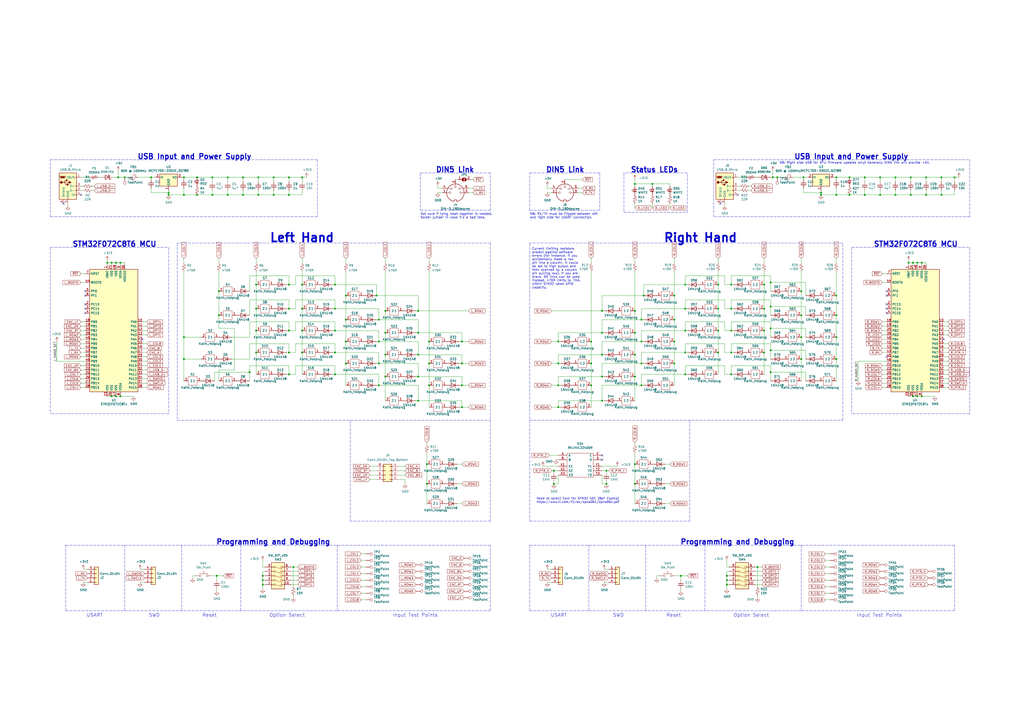
<source format=kicad_sch>
(kicad_sch (version 20211123) (generator eeschema)
  (paper "A2")
  (title_block (title "Thumbler Keyboard") (date "2021-11-27") (rev "0") (company "Strickland Electronics") (comment 1 "and Electronics Accessories"))
  (lib_symbols
    (symbol "Alps_RKJXV:RKJXV122400R" (pin_names (offset 0.762))
      (property "Reference" "S" (at 21.59 7.62 0))
      (property "Value" "Alps_RKJXV_RKJXV122400R" (at 21.59 5.08 0))
      (symbol "RKJXV122400R_0_0"
        (pin bidirectional line (at 0 0 0) (length 5.08) (name "A") (number "A"))
        (pin bidirectional line (at 0 -2.54 0) (length 5.08) (name "B") (number "B"))
        (pin bidirectional line (at 25.4 0 180) (length 5.08) (name "C") (number "C"))
        (pin bidirectional line (at 25.4 -2.54 180) (length 5.08) (name "D") (number "D"))
        (pin input line (at 0 -6.35 0) (length 5.08) (name "X1") (number "X1"))
        (pin output line (at 0 -8.89 0) (length 5.08) (name "X2") (number "X2"))
        (pin input line (at 0 -11.43 0) (length 5.08) (name "X3") (number "X3"))
        (pin input line (at 25.4 -6.35 180) (length 5.08) (name "Y1") (number "Y1"))
        (pin output line (at 25.4 -8.89 180) (length 5.08) (name "Y2") (number "Y2"))
        (pin input line (at 25.4 -11.43 180) (length 5.08) (name "Y3") (number "Y3"))
      )
    )
    (symbol "Connector:DIN-5_180degree" (pin_names (offset 1.016))
      (property "Reference" "J" (at 3.175 5.715 0))
      (property "Value" "DIN-5_180degree" (at 0 -6.35 0))
      (symbol "DIN-5_180degree_1_1"
        (pin passive line (at -7.62 0 0) (length 2.54) (name "~") (number "1"))
        (pin passive line (at 0 7.62 270) (length 2.54) (name "~") (number "2"))
        (pin passive line (at 7.62 0 180) (length 2.54) (name "~") (number "3"))
        (pin passive line (at -7.62 2.54 0) (length 2.54) (name "~") (number "4"))
        (pin passive line (at 7.62 2.54 180) (length 2.54) (name "~") (number "5"))
      )
    )
    (symbol "Connector:TestPoint" (pin_numbers hide) (pin_names (offset 0.762) hide)
      (property "Reference" "TP" (at 0 6.858 0))
      (property "Value" "TestPoint" (at 0 5.08 0))
      (symbol "TestPoint_1_1"
        (pin passive line (at 0 0 90) (length 2.54) (name "1") (number "1"))
      )
    )
    (symbol "Connector:USB_B_Micro" (pin_names (offset 1.016))
      (property "Reference" "J" (at -5.08 11.43 0))
      (property "Value" "USB_B_Micro" (at -5.08 8.89 0))
      (symbol "USB_B_Micro_1_1"
        (pin power_out line (at 7.62 5.08 180) (length 2.54) (name "VBUS") (number "1"))
        (pin bidirectional line (at 7.62 -2.54 180) (length 2.54) (name "D-") (number "2"))
        (pin bidirectional line (at 7.62 0 180) (length 2.54) (name "D+") (number "3"))
        (pin passive line (at 7.62 -5.08 180) (length 2.54) (name "ID") (number "4"))
        (pin power_out line (at 0 -10.16 90) (length 2.54) (name "GND") (number "5"))
        (pin passive line (at -2.54 -10.16 90) (length 2.54) (name "Shield") (number "6"))
      )
    )
    (symbol "Connector_Generic:Conn_01x04" (pin_names (offset 1.016) hide)
      (property "Reference" "J" (at 0 5.08 0))
      (property "Value" "Conn_01x04" (at 0 -7.62 0))
      (symbol "Conn_01x04_1_1"
        (pin passive line (at -5.08 2.54 0) (length 3.81) (name "Pin_1") (number "1"))
        (pin passive line (at -5.08 0 0) (length 3.81) (name "Pin_2") (number "2"))
        (pin passive line (at -5.08 -2.54 0) (length 3.81) (name "Pin_3") (number "3"))
        (pin passive line (at -5.08 -5.08 0) (length 3.81) (name "Pin_4") (number "4"))
      )
    )
    (symbol "Connector_Generic:Conn_02x04_Top_Bottom" (pin_names (offset 1.016) hide)
      (property "Reference" "J" (at 1.27 5.08 0))
      (property "Value" "Conn_02x04_Top_Bottom" (at 1.27 -7.62 0))
      (symbol "Conn_02x04_Top_Bottom_1_1"
        (pin passive line (at -5.08 2.54 0) (length 3.81) (name "Pin_1") (number "1"))
        (pin passive line (at -5.08 0 0) (length 3.81) (name "Pin_2") (number "2"))
        (pin passive line (at -5.08 -2.54 0) (length 3.81) (name "Pin_3") (number "3"))
        (pin passive line (at -5.08 -5.08 0) (length 3.81) (name "Pin_4") (number "4"))
        (pin passive line (at 7.62 2.54 180) (length 3.81) (name "Pin_5") (number "5"))
        (pin passive line (at 7.62 0 180) (length 3.81) (name "Pin_6") (number "6"))
        (pin passive line (at 7.62 -2.54 180) (length 3.81) (name "Pin_7") (number "7"))
        (pin passive line (at 7.62 -5.08 180) (length 3.81) (name "Pin_8") (number "8"))
      )
    )
    (symbol "Device:C_Small" (pin_numbers hide) (pin_names (offset 0.254) hide)
      (property "Reference" "C" (at 0.254 1.778 0))
      (property "Value" "C_Small" (at 0.254 -2.032 0))
      (symbol "C_Small_1_1"
        (pin passive line (at 0 2.54 270) (length 2.032) (name "~") (number "1"))
        (pin passive line (at 0 -2.54 90) (length 2.032) (name "~") (number "2"))
      )
    )
    (symbol "Device:D_Schottky" (pin_numbers hide) (pin_names (offset 1.016) hide)
      (property "Reference" "D" (at 0 2.54 0))
      (property "Value" "D_Schottky" (at 0 -2.54 0))
      (symbol "D_Schottky_1_1"
        (pin passive line (at -3.81 0 0) (length 2.54) (name "K") (number "1"))
        (pin passive line (at 3.81 0 180) (length 2.54) (name "A") (number "2"))
      )
    )
    (symbol "Device:Ferrite_Bead_Small" (pin_numbers hide) (pin_names (offset 0))
      (property "Reference" "FB" (at 1.905 1.27 0))
      (property "Value" "Device_Ferrite_Bead_Small" (at 1.905 -1.27 0))
      (symbol "Ferrite_Bead_Small_1_1"
        (pin passive line (at 0 2.54 270) (length 1.27) (name "~") (number "1"))
        (pin passive line (at 0 -2.54 90) (length 1.27) (name "~") (number "2"))
      )
    )
    (symbol "Device:LED_Small" (pin_numbers hide) (pin_names (offset 0.254) hide)
      (property "Reference" "D" (at -1.27 3.175 0))
      (property "Value" "LED_Small" (at -4.445 -2.54 0))
      (symbol "LED_Small_1_1"
        (pin passive line (at -2.54 0 0) (length 1.778) (name "K") (number "1"))
        (pin passive line (at 2.54 0 180) (length 1.778) (name "A") (number "2"))
      )
    )
    (symbol "Device:Polyfuse_Small" (pin_numbers hide) (pin_names (offset 0))
      (property "Reference" "F" (at -1.905 0 90))
      (property "Value" "Polyfuse_Small" (at 1.905 0 90))
      (symbol "Polyfuse_Small_1_1"
        (pin passive line (at 0 2.54 270) (length 0.635) (name "~") (number "1"))
        (pin passive line (at 0 -2.54 90) (length 0.635) (name "~") (number "2"))
      )
    )
    (symbol "Device:R_Small_US" (pin_numbers hide) (pin_names (offset 0.254) hide)
      (property "Reference" "R" (at 0.762 0.508 0))
      (property "Value" "R_Small_US" (at 0.762 -1.016 0))
      (symbol "R_Small_US_1_1"
        (pin passive line (at 0 2.54 270) (length 1.016) (name "~") (number "1"))
        (pin passive line (at 0 -2.54 90) (length 1.016) (name "~") (number "2"))
      )
    )
    (symbol "Diode:1N4148" (pin_numbers hide) (pin_names (offset 1.016) hide)
      (property "Reference" "D" (at 0 2.54 0))
      (property "Value" "1N4148" (at 0 -2.54 0))
      (symbol "1N4148_1_1"
        (pin passive line (at -3.81 0 0) (length 2.54) (name "K") (number "1"))
        (pin passive line (at 3.81 0 180) (length 2.54) (name "A") (number "2"))
      )
    )
    (symbol "Jumper:SolderJumper_2_Open" (pin_names (offset 0) hide)
      (property "Reference" "JP" (at 0 2.032 0))
      (property "Value" "SolderJumper_2_Open" (at 0 -2.54 0))
      (symbol "SolderJumper_2_Open_1_1"
        (pin passive line (at -3.81 0 0) (length 2.54) (name "A") (number "1"))
        (pin passive line (at 3.81 0 180) (length 2.54) (name "B") (number "2"))
      )
    )
    (symbol "MCU_ST_STM32F0:STM32F072C8Tx"
      (property "Reference" "U" (at -15.24 36.83 0))
      (property "Value" "STM32F072C8Tx" (at 7.62 36.83 0))
      (symbol "STM32F072C8Tx_1_1"
        (pin power_in line (at -5.08 38.1 270) (length 2.54) (name "VBAT") (number "1"))
        (pin bidirectional line (at 15.24 5.08 180) (length 2.54) (name "PA0") (number "10"))
        (pin bidirectional line (at 15.24 2.54 180) (length 2.54) (name "PA1") (number "11"))
        (pin bidirectional line (at 15.24 0 180) (length 2.54) (name "PA2") (number "12"))
        (pin bidirectional line (at 15.24 -2.54 180) (length 2.54) (name "PA3") (number "13"))
        (pin bidirectional line (at 15.24 -5.08 180) (length 2.54) (name "PA4") (number "14"))
        (pin bidirectional line (at 15.24 -7.62 180) (length 2.54) (name "PA5") (number "15"))
        (pin bidirectional line (at 15.24 -10.16 180) (length 2.54) (name "PA6") (number "16"))
        (pin bidirectional line (at 15.24 -12.7 180) (length 2.54) (name "PA7") (number "17"))
        (pin bidirectional line (at -17.78 5.08 0) (length 2.54) (name "PB0") (number "18"))
        (pin bidirectional line (at -17.78 2.54 0) (length 2.54) (name "PB1") (number "19"))
        (pin bidirectional line (at -17.78 15.24 0) (length 2.54) (name "PC13") (number "2"))
        (pin bidirectional line (at -17.78 0 0) (length 2.54) (name "PB2") (number "20"))
        (pin bidirectional line (at -17.78 -20.32 0) (length 2.54) (name "PB10") (number "21"))
        (pin bidirectional line (at -17.78 -22.86 0) (length 2.54) (name "PB11") (number "22"))
        (pin power_in line (at -5.08 -38.1 90) (length 2.54) (name "VSS") (number "23"))
        (pin power_in line (at -2.54 38.1 270) (length 2.54) (name "VDD") (number "24"))
        (pin bidirectional line (at -17.78 -25.4 0) (length 2.54) (name "PB12") (number "25"))
        (pin bidirectional line (at -17.78 -27.94 0) (length 2.54) (name "PB13") (number "26"))
        (pin bidirectional line (at -17.78 -30.48 0) (length 2.54) (name "PB14") (number "27"))
        (pin bidirectional line (at -17.78 -33.02 0) (length 2.54) (name "PB15") (number "28"))
        (pin bidirectional line (at 15.24 -15.24 180) (length 2.54) (name "PA8") (number "29"))
        (pin bidirectional line (at -17.78 12.7 0) (length 2.54) (name "PC14") (number "3"))
        (pin bidirectional line (at 15.24 -17.78 180) (length 2.54) (name "PA9") (number "30"))
        (pin bidirectional line (at 15.24 -20.32 180) (length 2.54) (name "PA10") (number "31"))
        (pin bidirectional line (at 15.24 -22.86 180) (length 2.54) (name "PA11") (number "32"))
        (pin bidirectional line (at 15.24 -25.4 180) (length 2.54) (name "PA12") (number "33"))
        (pin bidirectional line (at 15.24 -27.94 180) (length 2.54) (name "PA13") (number "34"))
        (pin power_in line (at -2.54 -38.1 90) (length 2.54) (name "VSS") (number "35"))
        (pin power_in line (at 5.08 38.1 270) (length 2.54) (name "VDDIO2") (number "36"))
        (pin bidirectional line (at 15.24 -30.48 180) (length 2.54) (name "PA14") (number "37"))
        (pin bidirectional line (at 15.24 -33.02 180) (length 2.54) (name "PA15") (number "38"))
        (pin bidirectional line (at -17.78 -2.54 0) (length 2.54) (name "PB3") (number "39"))
        (pin bidirectional line (at -17.78 10.16 0) (length 2.54) (name "PC15") (number "4"))
        (pin bidirectional line (at -17.78 -5.08 0) (length 2.54) (name "PB4") (number "40"))
        (pin bidirectional line (at -17.78 -7.62 0) (length 2.54) (name "PB5") (number "41"))
        (pin bidirectional line (at -17.78 -10.16 0) (length 2.54) (name "PB6") (number "42"))
        (pin bidirectional line (at -17.78 -12.7 0) (length 2.54) (name "PB7") (number "43"))
        (pin input line (at -17.78 27.94 0) (length 2.54) (name "BOOT0") (number "44"))
        (pin bidirectional line (at -17.78 -15.24 0) (length 2.54) (name "PB8") (number "45"))
        (pin bidirectional line (at -17.78 -17.78 0) (length 2.54) (name "PB9") (number "46"))
        (pin power_in line (at 0 -38.1 90) (length 2.54) (name "VSS") (number "47"))
        (pin power_in line (at 0 38.1 270) (length 2.54) (name "VDD") (number "48"))
        (pin input line (at -17.78 22.86 0) (length 2.54) (name "PF0") (number "5"))
        (pin input line (at -17.78 20.32 0) (length 2.54) (name "PF1") (number "6"))
        (pin input line (at -17.78 33.02 0) (length 2.54) (name "NRST") (number "7"))
        (pin power_in line (at 2.54 -38.1 90) (length 2.54) (name "VSSA") (number "8"))
        (pin power_in line (at 2.54 38.1 270) (length 2.54) (name "VDDA") (number "9"))
      )
    )
    (symbol "Regulator_Linear:MCP1700-3302E_SOT89" (pin_names (offset 0.254))
      (property "Reference" "U" (at -3.81 3.175 0))
      (property "Value" "MCP1700-3302E_SOT89" (at 0 3.175 0))
      (symbol "MCP1700-3302E_SOT89_1_1"
        (pin power_in line (at 0 -7.62 90) (length 2.54) (name "GND") (number "1"))
        (pin power_in line (at -7.62 0 0) (length 2.54) (name "VI") (number "2"))
        (pin power_out line (at 7.62 0 180) (length 2.54) (name "VO") (number "3"))
      )
    )
    (symbol "Switch:SW_DIP_x05" (pin_names (offset 0) hide)
      (property "Reference" "SW" (at 0 8.89 0))
      (property "Value" "SW_DIP_x05" (at 0 -8.89 0))
      (symbol "SW_DIP_x05_1_1"
        (pin passive line (at -7.62 5.08 0) (length 5.08) (name "~") (number "1"))
        (pin passive line (at 7.62 5.08 180) (length 5.08) (name "~") (number "10"))
        (pin passive line (at -7.62 2.54 0) (length 5.08) (name "~") (number "2"))
        (pin passive line (at -7.62 0 0) (length 5.08) (name "~") (number "3"))
        (pin passive line (at -7.62 -2.54 0) (length 5.08) (name "~") (number "4"))
        (pin passive line (at -7.62 -5.08 0) (length 5.08) (name "~") (number "5"))
        (pin passive line (at 7.62 -5.08 180) (length 5.08) (name "~") (number "6"))
        (pin passive line (at 7.62 -2.54 180) (length 5.08) (name "~") (number "7"))
        (pin passive line (at 7.62 0 180) (length 5.08) (name "~") (number "8"))
        (pin passive line (at 7.62 2.54 180) (length 5.08) (name "~") (number "9"))
      )
    )
    (symbol "Switch:SW_Push" (pin_numbers hide) (pin_names (offset 1.016) hide)
      (property "Reference" "SW" (at 1.27 2.54 0))
      (property "Value" "SW_Push" (at 0 -1.524 0))
      (symbol "SW_Push_0_1"
        (pin passive line (at -5.08 0 0) (length 2.54) (name "1") (number "1"))
        (pin passive line (at 5.08 0 180) (length 2.54) (name "2") (number "2"))
      )
    )
    (symbol "kailh_hotplug_mx_plate:Kailh_Hotplug" (pin_names (offset 1.016))
      (property "Reference" "S" (at 0 6.35 0))
      (property "Value" "kailh_hotplug_mx_plate_Kailh_Hotplug" (at 0 -1.27 0))
      (symbol "Kailh_Hotplug_1_1"
        (pin bidirectional line (at -5.08 2.54 0) (length 2.54) (name "1") (number "1"))
        (pin bidirectional line (at 5.08 2.54 180) (length 2.54) (name "2") (number "2"))
      )
    )
    (symbol "power:+3V3" (power) (pin_names (offset 0))
      (property "Value" "+3V3" (at 0 3.556 0))
      (symbol "+3V3_1_1"
        (pin power_in line (at 0 0 90) (length 0) hide (name "+3V3") (number "1"))
      )
    )
    (symbol "power:+5V" (power) (pin_names (offset 0))
      (property "Value" "+5V" (at 0 3.556 0))
      (symbol "+5V_1_1"
        (pin power_in line (at 0 0 90) (length 0) hide (name "+5V") (number "1"))
      )
    )
    (symbol "power:GND" (power) (pin_names (offset 0))
      (property "Value" "GND" (at 0 -3.81 0))
      (symbol "GND_1_1"
        (pin power_in line (at 0 0 270) (length 0) hide (name "GND") (number "1"))
      )
    )
  )
  (junction (at 391.16 198.12))
  (junction (at 167.64 113.03))
  (junction (at 97.79 111.76))
  (junction (at 492.76 102.87))
  (junction (at 476.25 113.03))
  (junction (at 152.4 334.01))
  (junction (at 106.68 195.58))
  (junction (at 152.4 336.55))
  (junction (at 501.65 113.03))
  (junction (at 323.85 198.12))
  (junction (at 223.52 180.34))
  (junction (at 123.19 102.87))
  (junction (at 439.42 328.93))
  (junction (at 485.14 102.87))
  (junction (at 64.77 152.4))
  (junction (at 167.64 217.17))
  (junction (at 167.64 204.47))
  (junction (at 194.31 204.47))
  (junction (at 447.04 215.9))
  (junction (at 106.68 113.03))
  (junction (at 72.39 102.87))
  (junction (at 248.92 198.12))
  (junction (at 67.31 229.87))
  (junction (at 485.14 171.45))
  (junction (at 149.86 113.03))
  (junction (at 194.31 179.07))
  (junction (at 342.9 198.12))
  (junction (at 416.56 191.77))
  (junction (at 64.77 229.87))
  (junction (at 148.59 179.07))
  (junction (at 372.11 223.52))
  (junction (at 485.14 195.58))
  (junction (at 132.08 102.87))
  (junction (at 397.51 165.1))
  (junction (at 510.54 113.03))
  (junction (at 321.31 273.05))
  (junction (at 219.71 185.42))
  (junction (at 242.57 180.34))
  (junction (at 448.31 102.87))
  (junction (at 391.16 171.45))
  (junction (at 148.59 191.77))
  (junction (at 397.51 191.77))
  (junction (at 529.59 229.87))
  (junction (at 528.32 113.03))
  (junction (at 372.11 185.42))
  (junction (at 424.18 179.07))
  (junction (at 242.57 232.41))
  (junction (at 447.04 163.83))
  (junction (at 69.85 229.87))
  (junction (at 140.97 113.03))
  (junction (at 421.64 336.55))
  (junction (at 416.56 179.07))
  (junction (at 378.46 106.68))
  (junction (at 443.23 191.77))
  (junction (at 248.92 223.52))
  (junction (at 170.18 328.93))
  (junction (at 323.85 210.82))
  (junction (at 148.59 165.1))
  (junction (at 351.79 280.67))
  (junction (at 368.3 280.67))
  (junction (at 464.82 195.58))
  (junction (at 424.18 217.17))
  (junction (at 443.23 165.1))
  (junction (at 397.51 179.07))
  (junction (at 219.71 223.52))
  (junction (at 62.23 152.4))
  (junction (at 546.1 113.03))
  (junction (at 175.26 102.87))
  (junction (at 421.64 339.09))
  (junction (at 372.11 210.82))
  (junction (at 546.1 102.87))
  (junction (at 167.64 165.1))
  (junction (at 421.64 334.01))
  (junction (at 223.52 218.44))
  (junction (at 447.04 203.2))
  (junction (at 349.25 193.04))
  (junction (at 152.4 339.09))
  (junction (at 424.18 165.1))
  (junction (at 218.44 171.45))
  (junction (at 368.3 205.74))
  (junction (at 534.67 152.4))
  (junction (at 248.92 210.82))
  (junction (at 106.68 102.87))
  (junction (at 267.97 223.52))
  (junction (at 127 168.91))
  (junction (at 114.3 102.87))
  (junction (at 394.97 334.01))
  (junction (at 342.9 210.82))
  (junction (at 140.97 102.87))
  (junction (at 391.16 210.82))
  (junction (at 532.13 152.4))
  (junction (at 443.23 179.07))
  (junction (at 528.32 102.87))
  (junction (at 242.57 218.44))
  (junction (at 447.04 177.8))
  (junction (at 219.71 198.12))
  (junction (at 416.56 204.47))
  (junction (at 125.73 334.01))
  (junction (at 149.86 102.87))
  (junction (at 349.25 205.74))
  (junction (at 175.26 204.47))
  (junction (at 219.71 210.82))
  (junction (at 242.57 193.04))
  (junction (at 200.66 185.42))
  (junction (at 424.18 191.77))
  (junction (at 223.52 205.74))
  (junction (at 114.3 113.03))
  (junction (at 397.51 217.17))
  (junction (at 349.25 180.34))
  (junction (at 368.3 106.68))
  (junction (at 194.31 165.1))
  (junction (at 247.65 280.67))
  (junction (at 424.18 204.47))
  (junction (at 87.63 102.87))
  (junction (at 97.79 113.03))
  (junction (at 368.3 269.24))
  (junction (at 553.72 102.87))
  (junction (at 144.78 215.9))
  (junction (at 148.59 204.47))
  (junction (at 397.51 204.47))
  (junction (at 537.21 113.03))
  (junction (at 485.14 113.03))
  (junction (at 132.08 113.03))
  (junction (at 167.64 102.87))
  (junction (at 175.26 165.1))
  (junction (at 349.25 218.44))
  (junction (at 368.3 180.34))
  (junction (at 247.65 269.24))
  (junction (at 200.66 210.82))
  (junction (at 67.31 152.4))
  (junction (at 106.68 208.28))
  (junction (at 416.56 165.1))
  (junction (at 267.97 236.22))
  (junction (at 464.82 182.88))
  (junction (at 242.57 205.74))
  (junction (at 321.31 280.67))
  (junction (at 323.85 236.22))
  (junction (at 267.97 210.82))
  (junction (at 158.75 113.03))
  (junction (at 447.04 190.5))
  (junction (at 464.82 168.91))
  (junction (at 127 182.88))
  (junction (at 485.14 208.28))
  (junction (at 519.43 113.03))
  (junction (at 323.85 223.52))
  (junction (at 485.14 182.88))
  (junction (at 476.25 111.76))
  (junction (at 200.66 198.12))
  (junction (at 167.64 179.07))
  (junction (at 223.52 193.04))
  (junction (at 158.75 102.87))
  (junction (at 492.76 113.03))
  (junction (at 69.85 152.4))
  (junction (at 532.13 229.87))
  (junction (at 450.85 102.87))
  (junction (at 443.23 204.47))
  (junction (at 68.58 102.87))
  (junction (at 200.66 171.45))
  (junction (at 349.25 232.41))
  (junction (at 194.31 217.17))
  (junction (at 351.79 273.05))
  (junction (at 527.05 152.4))
  (junction (at 391.16 185.42))
  (junction (at 175.26 179.07))
  (junction (at 372.11 198.12))
  (junction (at 510.54 102.87))
  (junction (at 534.67 229.87))
  (junction (at 167.64 191.77))
  (junction (at 529.59 152.4))
  (junction (at 373.38 171.45))
  (junction (at 464.82 208.28))
  (junction (at 267.97 198.12))
  (junction (at 466.09 102.87))
  (junction (at 501.65 102.87))
  (junction (at 342.9 223.52))
  (junction (at 368.3 193.04))
  (junction (at 123.19 113.03))
  (junction (at 175.26 191.77))
  (junction (at 519.43 102.87))
  (junction (at 194.31 191.77))
  (junction (at 537.21 102.87))
  (junction (at 368.3 218.44))
  (no_connect (at 349.25 266.7))
  (no_connect (at 514.35 179.07))
  (no_connect (at 46.99 113.03))
  (no_connect (at 36.83 118.11))
  (no_connect (at 514.35 207.01))
  (no_connect (at 349.25 264.16))
  (no_connect (at 49.53 181.61))
  (no_connect (at 514.35 168.91))
  (no_connect (at 514.35 171.45))
  (no_connect (at 547.37 196.85))
  (no_connect (at 49.53 168.91))
  (no_connect (at 514.35 176.53))
  (no_connect (at 417.83 118.11))
  (no_connect (at 427.99 113.03))
  (no_connect (at 49.53 179.07))
  (no_connect (at 514.35 181.61))
  (no_connect (at 49.53 176.53))
  (no_connect (at 82.55 196.85))
  (no_connect (at 49.53 171.45))
  (wire (pts (xy 434.34 110.49) (xy 435.61 110.49)))
  (wire (pts (xy 464.82 157.48) (xy 464.82 168.91)))
  (wire (pts (xy 323.85 210.82) (xy 325.12 210.82)))
  (wire (pts (xy 368.3 118.11) (xy 368.3 120.65)))
  (wire (pts (xy 209.55 328.93) (xy 212.09 328.93)))
  (wire (pts (xy 148.59 165.1) (xy 148.59 179.07)))
  (wire (pts (xy 549.91 212.09) (xy 547.37 212.09)))
  (wire (pts (xy 167.64 102.87) (xy 167.64 105.41)))
  (wire (pts (xy 547.37 194.31) (xy 549.91 194.31)))
  (wire (pts (xy 223.52 180.34) (xy 223.52 157.48)))
  (wire (pts (xy 200.66 185.42) (xy 200.66 171.45)))
  (wire (pts (xy 209.55 347.98) (xy 212.09 347.98)))
  (wire (pts (xy 447.04 160.02) (xy 424.18 160.02)))
  (wire (pts (xy 547.37 222.25) (xy 549.91 222.25)))
  (wire (pts (xy 321.31 273.05) (xy 323.85 273.05)))
  (wire (pts (xy 219.71 210.82) (xy 242.57 210.82)))
  (wire (pts (xy 87.63 104.14) (xy 87.63 102.87)))
  (wire (pts (xy 33.02 209.55) (xy 33.02 198.12)))
  (wire (pts (xy 82.55 219.71) (xy 85.09 219.71)))
  (wire (pts (xy 144.78 220.98) (xy 144.78 215.9)))
  (wire (pts (xy 223.52 149.86) (xy 223.52 152.4)))
  (wire (pts (xy 152.4 325.12) (xy 152.4 328.93)))
  (wire (pts (xy 265.43 269.24) (xy 267.97 269.24)))
  (wire (pts (xy 485.14 102.87) (xy 485.14 104.14)))
  (wire (pts (xy 397.51 199.39) (xy 397.51 204.47)))
  (wire (pts (xy 267.97 218.44) (xy 267.97 223.52)))
  (wire (pts (xy 72.39 152.4) (xy 72.39 153.67)))
  (wire (pts (xy 534.67 152.4) (xy 534.67 153.67)))
  (wire (pts (xy 420.37 217.17) (xy 420.37 212.09)))
  (wire (pts (xy 132.08 102.87) (xy 140.97 102.87)))
  (wire (pts (xy 511.81 217.17) (xy 514.35 217.17)))
  (wire (pts (xy 424.18 217.17) (xy 420.37 217.17)))
  (wire (pts (xy 537.21 113.03) (xy 537.21 110.49)))
  (wire (pts (xy 171.45 212.09) (xy 194.31 212.09)))
  (wire (pts (xy 194.31 165.1) (xy 218.44 165.1)))
  (wire (pts (xy 421.64 336.55) (xy 422.91 336.55)))
  (wire (pts (xy 193.04 179.07) (xy 194.31 179.07)))
  (wire (pts (xy 335.28 109.22) (xy 337.82 109.22)))
  (wire (pts (xy 168.91 336.55) (xy 172.72 336.55)))
  (wire (pts (xy 134.62 208.28) (xy 144.78 208.28)))
  (polyline (pts (xy 464.82 316.23) (xy 464.82 354.33)))
  (wire (pts (xy 425.45 179.07) (xy 424.18 179.07)))
  (wire (pts (xy 209.55 325.12) (xy 212.09 325.12)))
  (wire (pts (xy 398.78 217.17) (xy 397.51 217.17)))
  (wire (pts (xy 271.78 236.22) (xy 267.97 236.22)))
  (wire (pts (xy 394.97 342.9) (xy 394.97 341.63)))
  (polyline (pts (xy 97.79 143.51) (xy 97.79 240.03)))
  (wire (pts (xy 62.23 229.87) (xy 64.77 229.87)))
  (wire (pts (xy 510.54 113.03) (xy 519.43 113.03)))
  (wire (pts (xy 114.3 113.03) (xy 123.19 113.03)))
  (wire (pts (xy 134.62 195.58) (xy 144.78 195.58)))
  (wire (pts (xy 342.9 149.86) (xy 342.9 152.4)))
  (wire (pts (xy 372.11 223.52) (xy 349.25 223.52)))
  (wire (pts (xy 46.99 201.93) (xy 49.53 201.93)))
  (wire (pts (xy 443.23 217.17) (xy 443.23 204.47)))
  (wire (pts (xy 167.64 191.77) (xy 171.45 191.77)))
  (wire (pts (xy 534.67 229.87) (xy 542.29 229.87)))
  (wire (pts (xy 427.99 107.95) (xy 429.26 107.95)))
  (wire (pts (xy 242.57 232.41) (xy 267.97 232.41)))
  (wire (pts (xy 193.04 217.17) (xy 194.31 217.17)))
  (wire (pts (xy 106.68 195.58) (xy 106.68 208.28)))
  (wire (pts (xy 492.76 113.03) (xy 501.65 113.03)))
  (polyline (pts (xy 38.1 354.33) (xy 38.1 316.23)))
  (wire (pts (xy 242.57 180.34) (xy 241.3 180.34)))
  (wire (pts (xy 49.53 204.47) (xy 46.99 204.47)))
  (wire (pts (xy 271.78 109.22) (xy 274.32 109.22)))
  (wire (pts (xy 398.78 179.07) (xy 397.51 179.07)))
  (wire (pts (xy 200.66 198.12) (xy 200.66 210.82)))
  (wire (pts (xy 265.43 280.67) (xy 267.97 280.67)))
  (wire (pts (xy 485.14 109.22) (xy 485.14 113.03)))
  (wire (pts (xy 219.71 198.12) (xy 242.57 198.12)))
  (wire (pts (xy 478.79 344.17) (xy 481.33 344.17)))
  (wire (pts (xy 528.32 113.03) (xy 537.21 113.03)))
  (wire (pts (xy 314.96 270.51) (xy 323.85 270.51)))
  (wire (pts (xy 127 190.5) (xy 135.89 190.5)))
  (wire (pts (xy 46.99 214.63) (xy 49.53 214.63)))
  (polyline (pts (xy 29.21 125.73) (xy 184.15 125.73)))
  (polyline (pts (xy 414.02 125.73) (xy 414.02 92.71)))
  (wire (pts (xy 265.43 292.1) (xy 267.97 292.1)))
  (wire (pts (xy 511.81 212.09) (xy 514.35 212.09)))
  (wire (pts (xy 368.3 205.74) (xy 368.3 218.44)))
  (wire (pts (xy 271.78 210.82) (xy 267.97 210.82)))
  (wire (pts (xy 175.26 204.47) (xy 175.26 217.17)))
  (wire (pts (xy 166.37 165.1) (xy 167.64 165.1)))
  (wire (pts (xy 422.91 339.09) (xy 421.64 339.09)))
  (wire (pts (xy 68.58 99.06) (xy 68.58 102.87)))
  (wire (pts (xy 547.37 199.39) (xy 549.91 199.39)))
  (wire (pts (xy 349.25 223.52) (xy 349.25 232.41)))
  (wire (pts (xy 349.25 171.45) (xy 349.25 180.34)))
  (wire (pts (xy 219.71 179.07) (xy 219.71 185.42)))
  (polyline (pts (xy 488.95 243.84) (xy 488.95 140.97)))
  (wire (pts (xy 466.09 109.22) (xy 466.09 111.76)))
  (wire (pts (xy 397.51 186.69) (xy 397.51 191.77)))
  (wire (pts (xy 323.85 193.04) (xy 323.85 198.12)))
  (polyline (pts (xy 361.95 123.19) (xy 398.78 123.19)))
  (wire (pts (xy 478.79 325.12) (xy 481.33 325.12)))
  (wire (pts (xy 106.68 102.87) (xy 114.3 102.87)))
  (polyline (pts (xy 307.34 302.26) (xy 400.05 302.26)))
  (wire (pts (xy 166.37 217.17) (xy 167.64 217.17)))
  (wire (pts (xy 420.37 212.09) (xy 397.51 212.09)))
  (polyline (pts (xy 29.21 143.51) (xy 97.79 143.51)))
  (wire (pts (xy 125.73 334.01) (xy 129.54 334.01)))
  (wire (pts (xy 323.85 280.67) (xy 321.31 280.67)))
  (polyline (pts (xy 562.61 92.71) (xy 562.61 125.73)))
  (wire (pts (xy 532.13 229.87) (xy 534.67 229.87)))
  (wire (pts (xy 158.75 102.87) (xy 167.64 102.87)))
  (wire (pts (xy 394.97 334.01) (xy 398.78 334.01)))
  (wire (pts (xy 267.97 236.22) (xy 266.7 236.22)))
  (wire (pts (xy 439.42 328.93) (xy 439.42 340.36)))
  (wire (pts (xy 478.79 321.31) (xy 481.33 321.31)))
  (wire (pts (xy 144.78 195.58) (xy 144.78 186.69)))
  (wire (pts (xy 511.81 191.77) (xy 514.35 191.77)))
  (wire (pts (xy 144.78 168.91) (xy 144.78 160.02)))
  (wire (pts (xy 323.85 275.59) (xy 323.85 280.67)))
  (polyline (pts (xy 307.34 121.92) (xy 347.98 121.92)))
  (wire (pts (xy 416.56 191.77) (xy 416.56 204.47)))
  (wire (pts (xy 170.18 345.44) (xy 170.18 346.71)))
  (polyline (pts (xy 307.34 121.92) (xy 307.34 100.33)))
  (wire (pts (xy 501.65 102.87) (xy 501.65 105.41)))
  (wire (pts (xy 148.59 149.86) (xy 148.59 152.4)))
  (polyline (pts (xy 374.65 316.23) (xy 374.65 354.33)))
  (wire (pts (xy 62.23 152.4) (xy 64.77 152.4)))
  (wire (pts (xy 397.51 165.1) (xy 373.38 165.1)))
  (wire (pts (xy 242.57 205.74) (xy 267.97 205.74)))
  (wire (pts (xy 497.84 209.55) (xy 514.35 209.55)))
  (wire (pts (xy 67.31 152.4) (xy 69.85 152.4)))
  (wire (pts (xy 466.09 104.14) (xy 466.09 102.87)))
  (wire (pts (xy 439.42 328.93) (xy 441.96 328.93)))
  (wire (pts (xy 167.64 113.03) (xy 158.75 113.03)))
  (wire (pts (xy 82.55 204.47) (xy 85.09 204.47)))
  (wire (pts (xy 511.81 201.93) (xy 514.35 201.93)))
  (wire (pts (xy 443.23 149.86) (xy 443.23 152.4)))
  (wire (pts (xy 218.44 198.12) (xy 219.71 198.12)))
  (wire (pts (xy 323.85 223.52) (xy 325.12 223.52)))
  (wire (pts (xy 424.18 179.07) (xy 420.37 179.07)))
  (wire (pts (xy 271.78 198.12) (xy 267.97 198.12)))
  (wire (pts (xy 50.8 330.2) (xy 48.26 330.2)))
  (wire (pts (xy 425.45 217.17) (xy 424.18 217.17)))
  (wire (pts (xy 447.04 173.99) (xy 424.18 173.99)))
  (wire (pts (xy 166.37 204.47) (xy 167.64 204.47)))
  (wire (pts (xy 497.84 209.55) (xy 497.84 220.98)))
  (wire (pts (xy 242.57 193.04) (xy 267.97 193.04)))
  (wire (pts (xy 372.11 191.77) (xy 372.11 198.12)))
  (wire (pts (xy 392.43 334.01) (xy 394.97 334.01)))
  (wire (pts (xy 553.72 102.87) (xy 553.72 105.41)))
  (wire (pts (xy 152.4 328.93) (xy 153.67 328.93)))
  (wire (pts (xy 388.62 118.11) (xy 388.62 120.65)))
  (wire (pts (xy 510.54 102.87) (xy 519.43 102.87)))
  (polyline (pts (xy 398.78 123.19) (xy 398.78 100.33)))
  (wire (pts (xy 420.37 179.07) (xy 420.37 173.99)))
  (wire (pts (xy 420.37 199.39) (xy 397.51 199.39)))
  (wire (pts (xy 368.3 149.86) (xy 368.3 152.4)))
  (wire (pts (xy 421.64 328.93) (xy 422.91 328.93)))
  (wire (pts (xy 485.14 157.48) (xy 485.14 171.45)))
  (wire (pts (xy 464.82 149.86) (xy 464.82 152.4)))
  (wire (pts (xy 464.82 195.58) (xy 464.82 208.28)))
  (polyline (pts (xy 494.03 143.51) (xy 562.61 143.51)))
  (wire (pts (xy 214.63 270.51) (xy 218.44 270.51)))
  (wire (pts (xy 381 335.28) (xy 381 334.01)))
  (wire (pts (xy 464.82 208.28) (xy 464.82 220.98)))
  (wire (pts (xy 424.18 186.69) (xy 424.18 191.77)))
  (wire (pts (xy 397.51 160.02) (xy 420.37 160.02)))
  (wire (pts (xy 33.02 209.55) (xy 49.53 209.55)))
  (wire (pts (xy 425.45 191.77) (xy 424.18 191.77)))
  (wire (pts (xy 242.57 171.45) (xy 242.57 180.34)))
  (wire (pts (xy 534.67 152.4) (xy 537.21 152.4)))
  (wire (pts (xy 46.99 217.17) (xy 49.53 217.17)))
  (wire (pts (xy 175.26 157.48) (xy 175.26 165.1)))
  (wire (pts (xy 144.78 173.99) (xy 144.78 182.88)))
  (wire (pts (xy 85.09 212.09) (xy 82.55 212.09)))
  (wire (pts (xy 105.41 102.87) (xy 106.68 102.87)))
  (wire (pts (xy 271.78 223.52) (xy 267.97 223.52)))
  (wire (pts (xy 193.04 165.1) (xy 194.31 165.1)))
  (wire (pts (xy 267.97 205.74) (xy 267.97 210.82)))
  (wire (pts (xy 53.34 110.49) (xy 54.61 110.49)))
  (wire (pts (xy 398.78 204.47) (xy 397.51 204.47)))
  (wire (pts (xy 152.4 334.01) (xy 152.4 331.47)))
  (wire (pts (xy 320.04 198.12) (xy 323.85 198.12)))
  (wire (pts (xy 148.59 191.77) (xy 148.59 204.47)))
  (wire (pts (xy 424.18 160.02) (xy 424.18 165.1)))
  (wire (pts (xy 317.5 109.22) (xy 320.04 109.22)))
  (wire (pts (xy 527.05 152.4) (xy 529.59 152.4)))
  (wire (pts (xy 69.85 152.4) (xy 69.85 153.67)))
  (wire (pts (xy 194.31 199.39) (xy 194.31 204.47)))
  (wire (pts (xy 514.35 204.47) (xy 511.81 204.47)))
  (wire (pts (xy 373.38 165.1) (xy 373.38 171.45)))
  (wire (pts (xy 127 168.91) (xy 127 182.88)))
  (wire (pts (xy 391.16 185.42) (xy 391.16 198.12)))
  (wire (pts (xy 223.52 205.74) (xy 223.52 218.44)))
  (wire (pts (xy 241.3 205.74) (xy 242.57 205.74)))
  (polyline (pts (xy 195.58 316.23) (xy 195.58 354.33)))
  (polyline (pts (xy 341.63 354.33) (xy 341.63 316.23)))
  (wire (pts (xy 83.82 330.2) (xy 81.28 330.2)))
  (wire (pts (xy 175.26 102.87) (xy 177.8 102.87)))
  (polyline (pts (xy 284.48 140.97) (xy 102.87 140.97)))
  (wire (pts (xy 485.14 171.45) (xy 485.14 182.88)))
  (wire (pts (xy 547.37 189.23) (xy 549.91 189.23)))
  (wire (pts (xy 320.04 273.05) (xy 321.31 273.05)))
  (wire (pts (xy 421.64 336.55) (xy 421.64 334.01)))
  (wire (pts (xy 323.85 236.22) (xy 325.12 236.22)))
  (wire (pts (xy 416.56 204.47) (xy 416.56 217.17)))
  (polyline (pts (xy 105.41 316.23) (xy 105.41 354.33)))
  (wire (pts (xy 439.42 345.44) (xy 439.42 346.71)))
  (wire (pts (xy 148.59 157.48) (xy 148.59 165.1)))
  (wire (pts (xy 193.04 191.77) (xy 194.31 191.77)))
  (wire (pts (xy 320.04 210.82) (xy 323.85 210.82)))
  (wire (pts (xy 321.31 279.4) (xy 321.31 280.67)))
  (wire (pts (xy 158.75 102.87) (xy 158.75 105.41)))
  (wire (pts (xy 478.79 336.55) (xy 481.33 336.55)))
  (wire (pts (xy 447.04 163.83) (xy 467.36 163.83)))
  (polyline (pts (xy 284.48 302.26) (xy 203.2 302.26)))
  (wire (pts (xy 466.09 111.76) (xy 476.25 111.76)))
  (wire (pts (xy 349.25 205.74) (xy 323.85 205.74)))
  (wire (pts (xy 242.57 210.82) (xy 242.57 218.44)))
  (wire (pts (xy 553.72 102.87) (xy 556.26 102.87)))
  (wire (pts (xy 424.18 204.47) (xy 420.37 204.47)))
  (wire (pts (xy 97.79 110.49) (xy 97.79 111.76)))
  (wire (pts (xy 72.39 102.87) (xy 74.93 102.87)))
  (wire (pts (xy 547.37 201.93) (xy 549.91 201.93)))
  (wire (pts (xy 397.51 186.69) (xy 420.37 186.69)))
  (wire (pts (xy 152.4 334.01) (xy 153.67 334.01)))
  (wire (pts (xy 132.08 113.03) (xy 132.08 110.49)))
  (wire (pts (xy 425.45 204.47) (xy 424.18 204.47)))
  (wire (pts (xy 421.64 325.12) (xy 421.64 328.93)))
  (wire (pts (xy 87.63 102.87) (xy 80.01 102.87)))
  (polyline (pts (xy 347.98 100.33) (xy 347.98 121.92)))
  (wire (pts (xy 234.95 275.59) (xy 231.14 275.59)))
  (wire (pts (xy 69.85 152.4) (xy 72.39 152.4)))
  (wire (pts (xy 467.36 163.83) (xy 467.36 171.45)))
  (wire (pts (xy 420.37 119.38) (xy 420.37 118.11)))
  (wire (pts (xy 264.16 104.14) (xy 265.43 104.14)))
  (wire (pts (xy 447.04 215.9) (xy 447.04 212.09)))
  (wire (pts (xy 214.63 273.05) (xy 218.44 273.05)))
  (wire (pts (xy 46.99 186.69) (xy 49.53 186.69)))
  (wire (pts (xy 140.97 110.49) (xy 140.97 113.03)))
  (polyline (pts (xy 102.87 140.97) (xy 102.87 243.84)))
  (wire (pts (xy 368.3 280.67) (xy 368.3 292.1)))
  (wire (pts (xy 478.79 328.93) (xy 481.33 328.93)))
  (wire (pts (xy 373.38 198.12) (xy 372.11 198.12)))
  (wire (pts (xy 132.08 102.87) (xy 132.08 105.41)))
  (wire (pts (xy 111.76 335.28) (xy 111.76 334.01)))
  (wire (pts (xy 254 109.22) (xy 256.54 109.22)))
  (wire (pts (xy 125.73 334.01) (xy 125.73 336.55)))
  (wire (pts (xy 501.65 113.03) (xy 510.54 113.03)))
  (wire (pts (xy 372.11 217.17) (xy 372.11 223.52)))
  (wire (pts (xy 46.99 194.31) (xy 49.53 194.31)))
  (wire (pts (xy 438.15 331.47) (xy 441.96 331.47)))
  (polyline (pts (xy 494.03 143.51) (xy 494.03 240.03)))
  (wire (pts (xy 424.18 212.09) (xy 424.18 217.17)))
  (wire (pts (xy 171.45 179.07) (xy 171.45 173.99)))
  (wire (pts (xy 527.05 153.67) (xy 527.05 152.4)))
  (wire (pts (xy 254 107.95) (xy 254 109.22)))
  (wire (pts (xy 167.64 186.69) (xy 167.64 191.77)))
  (wire (pts (xy 271.78 180.34) (xy 242.57 180.34)))
  (wire (pts (xy 241.3 232.41) (xy 242.57 232.41)))
  (wire (pts (xy 234.95 273.05) (xy 231.14 273.05)))
  (wire (pts (xy 391.16 149.86) (xy 391.16 152.4)))
  (wire (pts (xy 214.63 275.59) (xy 218.44 275.59)))
  (wire (pts (xy 519.43 102.87) (xy 519.43 105.41)))
  (wire (pts (xy 349.25 273.05) (xy 351.79 273.05)))
  (wire (pts (xy 209.55 344.17) (xy 212.09 344.17)))
  (wire (pts (xy 416.56 179.07) (xy 416.56 191.77)))
  (wire (pts (xy 397.51 204.47) (xy 372.11 204.47)))
  (wire (pts (xy 368.3 256.54) (xy 368.3 257.81)))
  (wire (pts (xy 467.36 208.28) (xy 467.36 203.2)))
  (wire (pts (xy 447.04 220.98) (xy 447.04 215.9)))
  (wire (pts (xy 68.58 102.87) (xy 66.04 102.87)))
  (wire (pts (xy 467.36 177.8) (xy 447.04 177.8)))
  (wire (pts (xy 168.91 334.01) (xy 172.72 334.01)))
  (polyline (pts (xy 414.02 92.71) (xy 562.61 92.71)))
  (wire (pts (xy 397.51 160.02) (xy 397.51 165.1)))
  (wire (pts (xy 372.11 179.07) (xy 372.11 185.42)))
  (wire (pts (xy 125.73 342.9) (xy 125.73 341.63)))
  (polyline (pts (xy 29.21 143.51) (xy 29.21 240.03)))
  (wire (pts (xy 528.32 110.49) (xy 528.32 113.03)))
  (wire (pts (xy 391.16 157.48) (xy 391.16 171.45)))
  (polyline (pts (xy 243.84 100.33) (xy 243.84 121.92)))
  (wire (pts (xy 378.46 118.11) (xy 378.46 120.65)))
  (wire (pts (xy 223.52 193.04) (xy 223.52 205.74)))
  (wire (pts (xy 234.95 270.51) (xy 231.14 270.51)))
  (wire (pts (xy 447.04 195.58) (xy 447.04 190.5)))
  (wire (pts (xy 144.78 212.09) (xy 167.64 212.09)))
  (wire (pts (xy 241.3 193.04) (xy 242.57 193.04)))
  (wire (pts (xy 443.23 157.48) (xy 443.23 165.1)))
  (wire (pts (xy 398.78 165.1) (xy 397.51 165.1)))
  (wire (pts (xy 519.43 113.03) (xy 528.32 113.03)))
  (wire (pts (xy 416.56 157.48) (xy 416.56 165.1)))
  (wire (pts (xy 350.52 232.41) (xy 349.25 232.41)))
  (wire (pts (xy 349.25 210.82) (xy 349.25 218.44)))
  (wire (pts (xy 485.14 113.03) (xy 476.25 113.03)))
  (wire (pts (xy 64.77 152.4) (xy 64.77 153.67)))
  (wire (pts (xy 342.9 210.82) (xy 342.9 223.52)))
  (wire (pts (xy 397.51 217.17) (xy 372.11 217.17)))
  (wire (pts (xy 514.35 189.23) (xy 511.81 189.23)))
  (wire (pts (xy 321.31 274.32) (xy 321.31 273.05)))
  (polyline (pts (xy 307.34 354.33) (xy 307.34 316.23)))
  (polyline (pts (xy 562.61 240.03) (xy 494.03 240.03)))
  (wire (pts (xy 194.31 191.77) (xy 219.71 191.77)))
  (wire (pts (xy 514.35 158.75) (xy 511.81 158.75)))
  (wire (pts (xy 248.92 223.52) (xy 248.92 236.22)))
  (wire (pts (xy 424.18 165.1) (xy 420.37 165.1)))
  (wire (pts (xy 46.99 191.77) (xy 49.53 191.77)))
  (wire (pts (xy 320.04 236.22) (xy 323.85 236.22)))
  (polyline (pts (xy 38.1 316.23) (xy 284.48 316.23)))
  (wire (pts (xy 241.3 218.44) (xy 242.57 218.44)))
  (wire (pts (xy 81.28 337.82) (xy 83.82 337.82)))
  (wire (pts (xy 90.17 102.87) (xy 87.63 102.87)))
  (wire (pts (xy 397.51 173.99) (xy 397.51 179.07)))
  (wire (pts (xy 223.52 193.04) (xy 223.52 180.34)))
  (polyline (pts (xy 553.72 354.33) (xy 553.72 316.23)))
  (wire (pts (xy 546.1 113.03) (xy 546.1 110.49)))
  (wire (pts (xy 349.25 280.67) (xy 351.79 280.67)))
  (wire (pts (xy 194.31 186.69) (xy 194.31 191.77)))
  (wire (pts (xy 242.57 185.42) (xy 242.57 193.04)))
  (wire (pts (xy 175.26 110.49) (xy 175.26 113.03)))
  (wire (pts (xy 372.11 185.42) (xy 349.25 185.42)))
  (wire (pts (xy 547.37 191.77) (xy 549.91 191.77)))
  (wire (pts (xy 106.68 113.03) (xy 97.79 113.03)))
  (wire (pts (xy 267.97 193.04) (xy 267.97 198.12)))
  (wire (pts (xy 368.3 218.44) (xy 368.3 232.41)))
  (wire (pts (xy 218.44 210.82) (xy 219.71 210.82)))
  (wire (pts (xy 170.18 328.93) (xy 172.72 328.93)))
  (wire (pts (xy 447.04 163.83) (xy 447.04 160.02)))
  (wire (pts (xy 194.31 173.99) (xy 171.45 173.99)))
  (wire (pts (xy 464.82 168.91) (xy 464.82 182.88)))
  (wire (pts (xy 267.97 198.12) (xy 266.7 198.12)))
  (wire (pts (xy 317.5 337.82) (xy 320.04 337.82)))
  (wire (pts (xy 373.38 210.82) (xy 372.11 210.82)))
  (wire (pts (xy 234.95 278.13) (xy 234.95 280.67)))
  (wire (pts (xy 149.86 102.87) (xy 149.86 105.41)))
  (wire (pts (xy 485.14 102.87) (xy 492.76 102.87)))
  (wire (pts (xy 528.32 102.87) (xy 537.21 102.87)))
  (wire (pts (xy 398.78 191.77) (xy 397.51 191.77)))
  (wire (pts (xy 448.31 99.06) (xy 448.31 102.87)))
  (wire (pts (xy 167.64 160.02) (xy 167.64 165.1)))
  (wire (pts (xy 106.68 149.86) (xy 106.68 152.4)))
  (wire (pts (xy 167.64 173.99) (xy 167.64 179.07)))
  (wire (pts (xy 478.79 347.98) (xy 481.33 347.98)))
  (wire (pts (xy 140.97 102.87) (xy 149.86 102.87)))
  (wire (pts (xy 368.3 180.34) (xy 368.3 157.48)))
  (wire (pts (xy 416.56 149.86) (xy 416.56 152.4)))
  (wire (pts (xy 483.87 102.87) (xy 485.14 102.87)))
  (wire (pts (xy 447.04 177.8) (xy 447.04 173.99)))
  (wire (pts (xy 527.05 151.13) (xy 527.05 152.4)))
  (wire (pts (xy 68.58 102.87) (xy 72.39 102.87)))
  (wire (pts (xy 547.37 219.71) (xy 549.91 219.71)))
  (wire (pts (xy 247.65 280.67) (xy 247.65 292.1)))
  (wire (pts (xy 467.36 182.88) (xy 467.36 177.8)))
  (wire (pts (xy 171.45 217.17) (xy 171.45 212.09)))
  (wire (pts (xy 443.23 165.1) (xy 443.23 179.07)))
  (wire (pts (xy 194.31 160.02) (xy 171.45 160.02)))
  (wire (pts (xy 46.99 222.25) (xy 49.53 222.25)))
  (wire (pts (xy 171.45 165.1) (xy 171.45 160.02)))
  (wire (pts (xy 510.54 113.03) (xy 510.54 110.49)))
  (wire (pts (xy 427.99 110.49) (xy 429.26 110.49)))
  (wire (pts (xy 248.92 149.86) (xy 248.92 152.4)))
  (wire (pts (xy 135.89 214.63) (xy 127 214.63)))
  (wire (pts (xy 123.19 113.03) (xy 132.08 113.03)))
  (wire (pts (xy 467.36 220.98) (xy 467.36 215.9)))
  (wire (pts (xy 46.99 219.71) (xy 49.53 219.71)))
  (wire (pts (xy 167.64 204.47) (xy 171.45 204.47)))
  (wire (pts (xy 200.66 157.48) (xy 200.66 171.45)))
  (wire (pts (xy 166.37 179.07) (xy 167.64 179.07)))
  (wire (pts (xy 421.64 334.01) (xy 422.91 334.01)))
  (wire (pts (xy 368.3 193.04) (xy 368.3 180.34)))
  (wire (pts (xy 349.25 185.42) (xy 349.25 193.04)))
  (wire (pts (xy 368.3 262.89) (xy 368.3 269.24)))
  (polyline (pts (xy 562.61 143.51) (xy 562.61 240.03)))
  (wire (pts (xy 167.64 113.03) (xy 167.64 110.49)))
  (wire (pts (xy 467.36 195.58) (xy 467.36 190.5)))
  (wire (pts (xy 123.19 113.03) (xy 123.19 110.49)))
  (polyline (pts (xy 562.61 125.73) (xy 414.02 125.73)))
  (polyline (pts (xy 307.34 140.97) (xy 307.34 302.26)))
  (wire (pts (xy 218.44 185.42) (xy 219.71 185.42)))
  (wire (pts (xy 447.04 168.91) (xy 447.04 163.83)))
  (wire (pts (xy 175.26 179.07) (xy 175.26 191.77)))
  (wire (pts (xy 420.37 191.77) (xy 420.37 186.69)))
  (wire (pts (xy 549.91 207.01) (xy 547.37 207.01)))
  (wire (pts (xy 200.66 185.42) (xy 200.66 198.12)))
  (wire (pts (xy 219.71 185.42) (xy 242.57 185.42)))
  (wire (pts (xy 478.79 332.74) (xy 481.33 332.74)))
  (wire (pts (xy 254 111.76) (xy 256.54 111.76)))
  (wire (pts (xy 267.97 223.52) (xy 266.7 223.52)))
  (polyline (pts (xy 408.94 354.33) (xy 408.94 316.23)))
  (wire (pts (xy 467.36 203.2) (xy 447.04 203.2)))
  (wire (pts (xy 218.44 223.52) (xy 219.71 223.52)))
  (wire (pts (xy 64.77 152.4) (xy 67.31 152.4)))
  (wire (pts (xy 167.64 113.03) (xy 175.26 113.03)))
  (wire (pts (xy 478.79 340.36) (xy 481.33 340.36)))
  (wire (pts (xy 132.08 113.03) (xy 140.97 113.03)))
  (wire (pts (xy 274.32 111.76) (xy 271.78 111.76)))
  (wire (pts (xy 82.55 222.25) (xy 85.09 222.25)))
  (wire (pts (xy 397.51 173.99) (xy 420.37 173.99)))
  (wire (pts (xy 46.99 199.39) (xy 49.53 199.39)))
  (wire (pts (xy 511.81 222.25) (xy 514.35 222.25)))
  (wire (pts (xy 485.14 149.86) (xy 485.14 152.4)))
  (wire (pts (xy 46.99 102.87) (xy 52.07 102.87)))
  (wire (pts (xy 46.99 224.79) (xy 49.53 224.79)))
  (wire (pts (xy 200.66 210.82) (xy 200.66 223.52)))
  (wire (pts (xy 167.64 102.87) (xy 175.26 102.87)))
  (wire (pts (xy 546.1 113.03) (xy 553.72 113.03)))
  (wire (pts (xy 425.45 165.1) (xy 424.18 165.1)))
  (wire (pts (xy 171.45 191.77) (xy 171.45 186.69)))
  (wire (pts (xy 368.3 106.68) (xy 368.3 107.95)))
  (wire (pts (xy 394.97 334.01) (xy 394.97 336.55)))
  (wire (pts (xy 350.52 218.44) (xy 349.25 218.44)))
  (wire (pts (xy 397.51 191.77) (xy 372.11 191.77)))
  (wire (pts (xy 420.37 165.1) (xy 420.37 160.02)))
  (wire (pts (xy 170.18 328.93) (xy 170.18 340.36)))
  (wire (pts (xy 485.14 208.28) (xy 485.14 220.98)))
  (wire (pts (xy 39.37 119.38) (xy 39.37 118.11)))
  (polyline (pts (xy 284.48 354.33) (xy 284.48 316.23)))
  (wire (pts (xy 350.52 337.82) (xy 353.06 337.82)))
  (wire (pts (xy 323.85 205.74) (xy 323.85 210.82)))
  (wire (pts (xy 267.97 232.41) (xy 267.97 236.22)))
  (wire (pts (xy 144.78 186.69) (xy 167.64 186.69)))
  (wire (pts (xy 248.92 157.48) (xy 248.92 198.12)))
  (wire (pts (xy 320.04 223.52) (xy 323.85 223.52)))
  (wire (pts (xy 135.89 190.5) (xy 135.89 214.63)))
  (polyline (pts (xy 398.78 100.33) (xy 361.95 100.33)))
  (wire (pts (xy 485.14 113.03) (xy 492.76 113.03)))
  (wire (pts (xy 317.5 111.76) (xy 320.04 111.76)))
  (wire (pts (xy 388.62 106.68) (xy 388.62 107.95)))
  (wire (pts (xy 62.23 151.13) (xy 62.23 152.4)))
  (wire (pts (xy 167.64 217.17) (xy 171.45 217.17)))
  (wire (pts (xy 219.71 191.77) (xy 219.71 198.12)))
  (wire (pts (xy 378.46 106.68) (xy 378.46 107.95)))
  (wire (pts (xy 82.55 217.17) (xy 85.09 217.17)))
  (wire (pts (xy 82.55 201.93) (xy 85.09 201.93)))
  (wire (pts (xy 152.4 336.55) (xy 152.4 334.01)))
  (wire (pts (xy 106.68 109.22) (xy 106.68 113.03)))
  (wire (pts (xy 175.26 149.86) (xy 175.26 152.4)))
  (wire (pts (xy 149.86 102.87) (xy 158.75 102.87)))
  (wire (pts (xy 368.3 106.68) (xy 378.46 106.68)))
  (wire (pts (xy 547.37 217.17) (xy 549.91 217.17)))
  (wire (pts (xy 349.25 232.41) (xy 323.85 232.41)))
  (wire (pts (xy 67.31 152.4) (xy 67.31 153.67)))
  (wire (pts (xy 424.18 191.77) (xy 420.37 191.77)))
  (wire (pts (xy 501.65 102.87) (xy 510.54 102.87)))
  (wire (pts (xy 113.03 334.01) (xy 111.76 334.01)))
  (wire (pts (xy 397.51 212.09) (xy 397.51 217.17)))
  (wire (pts (xy 127 182.88) (xy 127 190.5)))
  (wire (pts (xy 247.65 262.89) (xy 247.65 269.24)))
  (wire (pts (xy 549.91 209.55) (xy 547.37 209.55)))
  (wire (pts (xy 166.37 191.77) (xy 167.64 191.77)))
  (wire (pts (xy 372.11 210.82) (xy 349.25 210.82)))
  (wire (pts (xy 438.15 328.93) (xy 439.42 328.93)))
  (wire (pts (xy 97.79 111.76) (xy 97.79 113.03)))
  (wire (pts (xy 144.78 160.02) (xy 167.64 160.02)))
  (wire (pts (xy 82.55 214.63) (xy 85.09 214.63)))
  (wire (pts (xy 528.32 102.87) (xy 528.32 105.41)))
  (wire (pts (xy 242.57 218.44) (xy 267.97 218.44)))
  (wire (pts (xy 273.05 104.14) (xy 274.32 104.14)))
  (wire (pts (xy 447.04 203.2) (xy 447.04 199.39)))
  (wire (pts (xy 82.55 191.77) (xy 85.09 191.77)))
  (wire (pts (xy 372.11 204.47) (xy 372.11 210.82)))
  (wire (pts (xy 537.21 102.87) (xy 537.21 105.41)))
  (wire (pts (xy 193.04 204.47) (xy 194.31 204.47)))
  (wire (pts (xy 320.04 330.2) (xy 317.5 330.2)))
  (polyline (pts (xy 361.95 100.33) (xy 361.95 123.19)))
  (wire (pts (xy 529.59 152.4) (xy 529.59 153.67)))
  (wire (pts (xy 140.97 102.87) (xy 140.97 105.41)))
  (wire (pts (xy 87.63 111.76) (xy 97.79 111.76)))
  (wire (pts (xy 323.85 232.41) (xy 323.85 236.22)))
  (wire (pts (xy 368.3 193.04) (xy 368.3 205.74)))
  (wire (pts (xy 546.1 102.87) (xy 546.1 105.41)))
  (wire (pts (xy 351.79 279.4) (xy 351.79 280.67)))
  (wire (pts (xy 53.34 107.95) (xy 54.61 107.95)))
  (wire (pts (xy 468.63 102.87) (xy 466.09 102.87)))
  (polyline (pts (xy 488.95 140.97) (xy 307.34 140.97)))
  (wire (pts (xy 168.91 331.47) (xy 172.72 331.47)))
  (wire (pts (xy 194.31 179.07) (xy 219.71 179.07)))
  (wire (pts (xy 368.3 269.24) (xy 368.3 280.67)))
  (wire (pts (xy 46.99 110.49) (xy 48.26 110.49)))
  (wire (pts (xy 391.16 185.42) (xy 391.16 171.45)))
  (wire (pts (xy 46.99 196.85) (xy 49.53 196.85)))
  (wire (pts (xy 144.78 173.99) (xy 167.64 173.99)))
  (wire (pts (xy 464.82 182.88) (xy 464.82 195.58)))
  (wire (pts (xy 421.64 334.01) (xy 421.64 331.47)))
  (wire (pts (xy 124.46 215.9) (xy 144.78 215.9)))
  (wire (pts (xy 49.53 158.75) (xy 46.99 158.75)))
  (wire (pts (xy 144.78 208.28) (xy 144.78 199.39)))
  (wire (pts (xy 209.55 340.36) (xy 212.09 340.36)))
  (wire (pts (xy 152.4 331.47) (xy 153.67 331.47)))
  (wire (pts (xy 447.04 177.8) (xy 447.04 182.88)))
  (wire (pts (xy 511.81 196.85) (xy 514.35 196.85)))
  (wire (pts (xy 547.37 204.47) (xy 549.91 204.47)))
  (wire (pts (xy 547.37 224.79) (xy 549.91 224.79)))
  (wire (pts (xy 62.23 153.67) (xy 62.23 152.4)))
  (wire (pts (xy 467.36 215.9) (xy 447.04 215.9)))
  (wire (pts (xy 391.16 198.12) (xy 391.16 210.82)))
  (wire (pts (xy 49.53 163.83) (xy 46.99 163.83)))
  (wire (pts (xy 46.99 212.09) (xy 49.53 212.09)))
  (wire (pts (xy 485.14 195.58) (xy 485.14 208.28)))
  (wire (pts (xy 416.56 165.1) (xy 416.56 179.07)))
  (wire (pts (xy 438.15 339.09) (xy 441.96 339.09)))
  (wire (pts (xy 209.55 332.74) (xy 212.09 332.74)))
  (wire (pts (xy 529.59 152.4) (xy 532.13 152.4)))
  (wire (pts (xy 546.1 113.03) (xy 537.21 113.03)))
  (wire (pts (xy 391.16 210.82) (xy 391.16 223.52)))
  (wire (pts (xy 501.65 113.03) (xy 501.65 110.49)))
  (polyline (pts (xy 307.34 316.23) (xy 553.72 316.23)))
  (wire (pts (xy 218.44 165.1) (xy 218.44 171.45)))
  (wire (pts (xy 69.85 229.87) (xy 77.47 229.87)))
  (wire (pts (xy 158.75 113.03) (xy 158.75 110.49)))
  (wire (pts (xy 167.64 179.07) (xy 171.45 179.07)))
  (wire (pts (xy 144.78 199.39) (xy 167.64 199.39)))
  (wire (pts (xy 148.59 217.17) (xy 148.59 204.47)))
  (wire (pts (xy 167.64 212.09) (xy 167.64 217.17)))
  (wire (pts (xy 447.04 212.09) (xy 424.18 212.09)))
  (wire (pts (xy 320.04 180.34) (xy 349.25 180.34)))
  (wire (pts (xy 438.15 336.55) (xy 441.96 336.55)))
  (wire (pts (xy 511.81 224.79) (xy 514.35 224.79)))
  (polyline (pts (xy 203.2 243.84) (xy 203.2 302.26)))
  (wire (pts (xy 82.55 186.69) (xy 85.09 186.69)))
  (wire (pts (xy 123.19 102.87) (xy 132.08 102.87)))
  (polyline (pts (xy 307.34 243.84) (xy 488.95 243.84)))
  (wire (pts (xy 511.81 199.39) (xy 514.35 199.39)))
  (wire (pts (xy 234.95 278.13) (xy 231.14 278.13)))
  (wire (pts (xy 537.21 152.4) (xy 537.21 153.67)))
  (wire (pts (xy 342.9 157.48) (xy 342.9 198.12)))
  (wire (pts (xy 378.46 106.68) (xy 388.62 106.68)))
  (wire (pts (xy 350.52 193.04) (xy 349.25 193.04)))
  (wire (pts (xy 424.18 199.39) (xy 424.18 204.47)))
  (polyline (pts (xy 184.15 92.71) (xy 184.15 125.73)))
  (wire (pts (xy 447.04 186.69) (xy 424.18 186.69)))
  (wire (pts (xy 267.97 210.82) (xy 266.7 210.82)))
  (wire (pts (xy 194.31 173.99) (xy 194.31 179.07)))
  (polyline (pts (xy 400.05 243.84) (xy 400.05 302.26)))
  (wire (pts (xy 547.37 186.69) (xy 549.91 186.69)))
  (wire (pts (xy 194.31 212.09) (xy 194.31 217.17)))
  (wire (pts (xy 127 214.63) (xy 127 220.98)))
  (polyline (pts (xy 97.79 240.03) (xy 29.21 240.03)))
  (wire (pts (xy 223.52 218.44) (xy 223.52 232.41)))
  (wire (pts (xy 349.25 270.51) (xy 358.14 270.51)))
  (wire (pts (xy 438.15 334.01) (xy 441.96 334.01)))
  (wire (pts (xy 447.04 102.87) (xy 448.31 102.87)))
  (wire (pts (xy 448.31 102.87) (xy 450.85 102.87)))
  (wire (pts (xy 152.4 336.55) (xy 153.67 336.55)))
  (wire (pts (xy 511.81 219.71) (xy 514.35 219.71)))
  (wire (pts (xy 82.55 199.39) (xy 85.09 199.39)))
  (wire (pts (xy 149.86 113.03) (xy 158.75 113.03)))
  (wire (pts (xy 529.59 229.87) (xy 532.13 229.87)))
  (wire (pts (xy 382.27 334.01) (xy 381 334.01)))
  (wire (pts (xy 194.31 204.47) (xy 219.71 204.47)))
  (wire (pts (xy 467.36 190.5) (xy 447.04 190.5)))
  (wire (pts (xy 87.63 109.22) (xy 87.63 111.76)))
  (wire (pts (xy 247.65 269.24) (xy 247.65 280.67)))
  (wire (pts (xy 148.59 179.07) (xy 148.59 191.77)))
  (wire (pts (xy 327.66 104.14) (xy 337.82 104.14)))
  (wire (pts (xy 373.38 185.42) (xy 372.11 185.42)))
  (wire (pts (xy 242.57 171.45) (xy 218.44 171.45)))
  (wire (pts (xy 64.77 229.87) (xy 67.31 229.87)))
  (wire (pts (xy 427.99 102.87) (xy 433.07 102.87)))
  (wire (pts (xy 349.25 218.44) (xy 323.85 218.44)))
  (wire (pts (xy 511.81 186.69) (xy 514.35 186.69)))
  (wire (pts (xy 149.86 110.49) (xy 149.86 113.03)))
  (polyline (pts (xy 284.48 121.92) (xy 243.84 121.92)))
  (wire (pts (xy 46.99 207.01) (xy 49.53 207.01)))
  (wire (pts (xy 476.25 110.49) (xy 476.25 111.76)))
  (wire (pts (xy 318.77 264.16) (xy 323.85 264.16)))
  (wire (pts (xy 323.85 198.12) (xy 325.12 198.12)))
  (wire (pts (xy 123.19 102.87) (xy 123.19 105.41)))
  (wire (pts (xy 372.11 198.12) (xy 349.25 198.12)))
  (wire (pts (xy 219.71 223.52) (xy 242.57 223.52)))
  (wire (pts (xy 386.08 292.1) (xy 388.62 292.1)))
  (polyline (pts (xy 72.39 354.33) (xy 72.39 316.23)))
  (wire (pts (xy 106.68 195.58) (xy 116.84 195.58)))
  (wire (pts (xy 447.04 190.5) (xy 447.04 186.69)))
  (wire (pts (xy 443.23 179.07) (xy 443.23 191.77)))
  (wire (pts (xy 242.57 223.52) (xy 242.57 232.41)))
  (wire (pts (xy 248.92 210.82) (xy 248.92 198.12)))
  (wire (pts (xy 537.21 102.87) (xy 546.1 102.87)))
  (wire (pts (xy 152.4 339.09) (xy 152.4 336.55)))
  (wire (pts (xy 209.55 321.31) (xy 212.09 321.31)))
  (wire (pts (xy 127 157.48) (xy 127 168.91)))
  (polyline (pts (xy 307.34 100.33) (xy 347.98 100.33)))
  (wire (pts (xy 420.37 204.47) (xy 420.37 199.39)))
  (wire (pts (xy 492.76 102.87) (xy 501.65 102.87)))
  (wire (pts (xy 144.78 215.9) (xy 144.78 212.09)))
  (wire (pts (xy 106.68 113.03) (xy 114.3 113.03)))
  (wire (pts (xy 386.08 280.67) (xy 388.62 280.67)))
  (wire (pts (xy 194.31 186.69) (xy 171.45 186.69)))
  (wire (pts (xy 337.82 111.76) (xy 335.28 111.76)))
  (wire (pts (xy 342.9 223.52) (xy 342.9 236.22)))
  (wire (pts (xy 349.25 193.04) (xy 323.85 193.04)))
  (wire (pts (xy 349.25 171.45) (xy 373.38 171.45)))
  (polyline (pts (xy 284.48 121.92) (xy 284.48 100.33)))
  (wire (pts (xy 167.64 165.1) (xy 171.45 165.1)))
  (wire (pts (xy 511.81 194.31) (xy 514.35 194.31)))
  (wire (pts (xy 450.85 102.87) (xy 454.66 102.87)))
  (wire (pts (xy 510.54 102.87) (xy 510.54 105.41)))
  (wire (pts (xy 519.43 102.87) (xy 528.32 102.87)))
  (wire (pts (xy 106.68 102.87) (xy 106.68 104.14)))
  (wire (pts (xy 171.45 204.47) (xy 171.45 199.39)))
  (wire (pts (xy 123.19 334.01) (xy 125.73 334.01)))
  (wire (pts (xy 353.06 330.2) (xy 350.52 330.2)))
  (wire (pts (xy 82.55 194.31) (xy 85.09 194.31)))
  (wire (pts (xy 447.04 208.28) (xy 447.04 203.2)))
  (wire (pts (xy 351.79 273.05) (xy 353.06 273.05)))
  (wire (pts (xy 485.14 182.88) (xy 485.14 195.58)))
  (wire (pts (xy 175.26 165.1) (xy 175.26 179.07)))
  (wire (pts (xy 248.92 210.82) (xy 248.92 223.52)))
  (polyline (pts (xy 29.21 92.71) (xy 184.15 92.71)))
  (wire (pts (xy 476.25 111.76) (xy 476.25 113.03)))
  (polyline (pts (xy 284.48 140.97) (xy 284.48 302.26)))
  (polyline (pts (xy 38.1 354.33) (xy 284.48 354.33)))
  (wire (pts (xy 106.68 208.28) (xy 106.68 220.98)))
  (polyline (pts (xy 284.48 100.33) (xy 243.84 100.33)))
  (wire (pts (xy 373.38 223.52) (xy 372.11 223.52)))
  (wire (pts (xy 140.97 113.03) (xy 149.86 113.03)))
  (wire (pts (xy 194.31 160.02) (xy 194.31 165.1)))
  (wire (pts (xy 124.46 220.98) (xy 124.46 215.9)))
  (wire (pts (xy 127 149.86) (xy 127 152.4)))
  (wire (pts (xy 82.55 224.79) (xy 85.09 224.79)))
  (wire (pts (xy 368.3 104.14) (xy 368.3 106.68)))
  (wire (pts (xy 438.15 102.87) (xy 439.42 102.87)))
  (wire (pts (xy 323.85 218.44) (xy 323.85 223.52)))
  (wire (pts (xy 349.25 198.12) (xy 349.25 205.74)))
  (wire (pts (xy 447.04 199.39) (xy 424.18 199.39)))
  (wire (pts (xy 219.71 217.17) (xy 219.71 223.52)))
  (wire (pts (xy 349.25 275.59) (xy 349.25 280.67)))
  (wire (pts (xy 46.99 107.95) (xy 48.26 107.95)))
  (wire (pts (xy 85.09 209.55) (xy 82.55 209.55)))
  (wire (pts (xy 443.23 191.77) (xy 443.23 204.47)))
  (wire (pts (xy 553.72 110.49) (xy 553.72 113.03)))
  (wire (pts (xy 532.13 152.4) (xy 534.67 152.4)))
  (wire (pts (xy 168.91 328.93) (xy 170.18 328.93)))
  (wire (pts (xy 532.13 152.4) (xy 532.13 153.67)))
  (polyline (pts (xy 307.34 354.33) (xy 553.72 354.33)))
  (wire (pts (xy 424.18 173.99) (xy 424.18 179.07)))
  (wire (pts (xy 351.79 273.05) (xy 351.79 274.32)))
  (wire (pts (xy 547.37 214.63) (xy 549.91 214.63)))
  (polyline (pts (xy 29.21 125.73) (xy 29.21 92.71)))
  (wire (pts (xy 466.09 102.87) (xy 459.74 102.87)))
  (wire (pts (xy 219.71 204.47) (xy 219.71 210.82)))
  (wire (pts (xy 153.67 339.09) (xy 152.4 339.09)))
  (wire (pts (xy 49.53 189.23) (xy 46.99 189.23)))
  (polyline (pts (xy 139.7 354.33) (xy 139.7 316.23)))
  (wire (pts (xy 116.84 208.28) (xy 106.68 208.28)))
  (wire (pts (xy 434.34 107.95) (xy 435.61 107.95)))
  (wire (pts (xy 106.68 157.48) (xy 106.68 195.58)))
  (wire (pts (xy 242.57 198.12) (xy 242.57 205.74)))
  (wire (pts (xy 167.64 199.39) (xy 167.64 204.47)))
  (wire (pts (xy 317.5 107.95) (xy 317.5 109.22)))
  (wire (pts (xy 214.63 278.13) (xy 218.44 278.13)))
  (wire (pts (xy 546.1 102.87) (xy 553.72 102.87)))
  (wire (pts (xy 85.09 207.01) (xy 82.55 207.01)))
  (wire (pts (xy 82.55 189.23) (xy 85.09 189.23)))
  (wire (pts (xy 194.31 217.17) (xy 219.71 217.17)))
  (wire (pts (xy 386.08 269.24) (xy 388.62 269.24)))
  (polyline (pts (xy 102.87 243.84) (xy 284.48 243.84)))
  (wire (pts (xy 323.85 266.7) (xy 322.58 266.7)))
  (wire (pts (xy 514.35 163.83) (xy 511.81 163.83)))
  (wire (pts (xy 67.31 229.87) (xy 69.85 229.87)))
  (wire (pts (xy 48.26 337.82) (xy 50.8 337.82)))
  (wire (pts (xy 57.15 102.87) (xy 58.42 102.87)))
  (wire (pts (xy 527.05 229.87) (xy 529.59 229.87)))
  (wire (pts (xy 175.26 102.87) (xy 175.26 105.41)))
  (wire (pts (xy 171.45 199.39) (xy 194.31 199.39)))
  (wire (pts (xy 209.55 336.55) (xy 212.09 336.55)))
  (wire (pts (xy 175.26 191.77) (xy 175.26 204.47)))
  (wire (pts (xy 350.52 205.74) (xy 349.25 205.74)))
  (wire (pts (xy 152.4 339.09) (xy 152.4 341.63)))
  (wire (pts (xy 247.65 256.54) (xy 247.65 257.81)))
  (wire (pts (xy 168.91 339.09) (xy 172.72 339.09)))
  (wire (pts (xy 397.51 179.07) (xy 372.11 179.07)))
  (wire (pts (xy 511.81 214.63) (xy 514.35 214.63)))
  (wire (pts (xy 519.43 110.49) (xy 519.43 113.03)))
  (wire (pts (xy 349.25 180.34) (xy 350.52 180.34)))
  (wire (pts (xy 421.64 331.47) (xy 422.91 331.47)))
  (wire (pts (xy 421.64 339.09) (xy 421.64 341.63)))
  (wire (pts (xy 114.3 102.87) (xy 123.19 102.87)))
  (wire (pts (xy 421.64 339.09) (xy 421.64 336.55)))
  (wire (pts (xy 342.9 210.82) (xy 342.9 198.12)))
  (wire (pts (xy 200.66 149.86) (xy 200.66 152.4)))
  (text "Reset" (at 394.97 358.14 180) (effects (font (size 2.0066 2.0066)) (justify right bottom)))
  (text "Option Select" (at 156.21 358.14 0) (effects (font (size 2.0066 2.0066)) (justify left bottom)))
  (text "NB: Right side USB for DFU firmware updates only! Generally DIN5 link will provide +5V." (at 452.12 95.25 0) (effects (font (size 1.27 1.27)) (justify left bottom)))
  (text "USART" (at 328.93 358.14 180) (effects (font (size 2.0066 2.0066)) (justify right bottom)))
  (text "Reset" (at 125.73 358.14 180) (effects (font (size 2.0066 2.0066)) (justify right bottom)))
  (text "Programming and Debugging" (at 191.77 316.23 180) (effects (font (size 2.9972 2.9972) (thickness 0.5994) bold) (justify right bottom)))
  (text "Status LEDs" (at 365.76 100.33 0) (effects (font (size 2.9972 2.9972) (thickness 0.5994) bold) (justify left bottom)))
  (text "USB Input and Power Supply" (at 146.05 92.71 180) (effects (font (size 2.9972 2.9972) (thickness 0.5994) bold) (justify right bottom)))
  (text "DIN5 Link" (at 252.73 100.33 0) (effects (font (size 2.9972 2.9972) (thickness 0.5994) bold) (justify left bottom)))
  (text "USART" (at 59.69 358.14 180) (effects (font (size 2.0066 2.0066)) (justify right bottom)))
  (text "Current limiting resistors \nprotect against software \nerrors (for instance, if you\naccidentally made a row\npin into a column, it could \nbe set to high output and \nthen scanned by a column \npin pulling low). If you are \nbrave, 0R links can be used \ninstead. 470R limits to 7mA, \nwithin STM32 rated GPIO \ncapacity." (at 308.61 167.64 0) (effects (font (size 1.27 1.27)) (justify left bottom)))
  (text "DIN5 Link" (at 339.09 100.33 180) (effects (font (size 2.9972 2.9972) (thickness 0.5994) bold) (justify right bottom)))
  (text "Need to select Cext for STM32 ADC (8pF Csamp)\nhttps://www.ti.com/lit/an/spna061/spna061.pdf" (at 311.15 292.1 0) (effects (font (size 1.27 1.27)) (justify left bottom)))
  (text "STM32F072C8T6 MCU" (at 41.91 143.51 0) (effects (font (size 2.9972 2.9972) (thickness 0.5994) bold) (justify left bottom)))
  (text "SWD" (at 361.95 358.14 180) (effects (font (size 2.0066 2.0066)) (justify right bottom)))
  (text "NB: RX/TX must be flipped between left \nand right side for USART connection.\n" (at 307.34 127 0) (effects (font (size 1.27 1.27)) (justify left bottom)))
  (text "USB Input and Power Supply" (at 527.05 92.71 180) (effects (font (size 2.9972 2.9972) (thickness 0.5994) bold) (justify right bottom)))
  (text "Option Select" (at 425.45 358.14 0) (effects (font (size 2.0066 2.0066)) (justify left bottom)))
  (text "Input Test Points" (at 523.24 358.14 180) (effects (font (size 2.0066 2.0066)) (justify right bottom)))
  (text "STM32F072C8T6 MCU" (at 506.73 143.51 0) (effects (font (size 2.9972 2.9972) (thickness 0.5994) bold) (justify left bottom)))
  (text "SWD" (at 92.71 358.14 180) (effects (font (size 2.0066 2.0066)) (justify right bottom)))
  (text "Programming and Debugging" (at 461.01 316.23 180) (effects (font (size 2.9972 2.9972) (thickness 0.5994) bold) (justify right bottom)))
  (text "Right Hand" (at 427.99 140.97 180) (effects (font (size 5.0038 5.0038) (thickness 1.0008) bold) (justify right bottom)))
  (text "Not sure if tying reset together is needed.\nSolder jumper in case it's a bad idea." (at 243.84 127 0) (effects (font (size 1.27 1.27)) (justify left bottom)))
  (text "Input Test Points" (at 254 358.14 180) (effects (font (size 2.0066 2.0066)) (justify right bottom)))
  (text "Left Hand" (at 156.21 140.97 0) (effects (font (size 5.0038 5.0038) (thickness 1.0008) bold) (justify left bottom)))
  (label "L_HAND_SET" (at 33.02 198.12 270))
  (label "R_HAND_SET" (at 497.84 209.55 270))
  (global_label "R_COL6" (shape input) (at 511.81 219.71 180) (property "Intersheet References" "${INTERSHEET_REFS}" (effects hide)))
  (global_label "R_COL5" (shape input) (at 443.23 149.86 90) (property "Intersheet References" "${INTERSHEET_REFS}" (effects hide)))
  (global_label "L_COL3" (shape input) (at 200.66 149.86 90) (property "Intersheet References" "${INTERSHEET_REFS}" (effects hide)))
  (global_label "R_ROW3" (shape input) (at 510.54 335.28 180) (property "Intersheet References" "${INTERSHEET_REFS}" (effects hide)))
  (global_label "R_PTR_Z" (shape input) (at 549.91 224.79 0) (property "Intersheet References" "${INTERSHEET_REFS}" (effects hide)))
  (global_label "R_ROW2" (shape input) (at 320.04 198.12 180) (property "Intersheet References" "${INTERSHEET_REFS}" (effects hide)))
  (global_label "L_ROW4" (shape input) (at 271.78 223.52 0) (property "Intersheet References" "${INTERSHEET_REFS}" (effects hide)))
  (global_label "R_LED1" (shape input) (at 511.81 194.31 180) (property "Intersheet References" "${INTERSHEET_REFS}" (effects hide)))
  (global_label "L_OPT3" (shape input) (at 85.09 189.23 0) (property "Intersheet References" "${INTERSHEET_REFS}" (effects hide)))
  (global_label "ENC_B" (shape input) (at 269.24 327.66 180) (property "Intersheet References" "${INTERSHEET_REFS}" (effects hide)))
  (global_label "R_COL7" (shape input) (at 485.14 149.86 90) (property "Intersheet References" "${INTERSHEET_REFS}" (effects hide)))
  (global_label "~{RST}" (shape input) (at 129.54 334.01 0) (property "Intersheet References" "${INTERSHEET_REFS}" (effects hide)))
  (global_label "R_PTR_X" (shape input) (at 549.91 201.93 0) (property "Intersheet References" "${INTERSHEET_REFS}" (effects hide)))
  (global_label "R_SWCLK" (shape input) (at 353.06 335.28 180) (property "Intersheet References" "${INTERSHEET_REFS}" (effects hide)))
  (global_label "L_COL8" (shape input) (at 209.55 347.98 180) (property "Intersheet References" "${INTERSHEET_REFS}" (effects hide)))
  (global_label "ENC_B" (shape input) (at 85.09 201.93 0) (property "Intersheet References" "${INTERSHEET_REFS}" (effects hide)))
  (global_label "L_ROW5" (shape input) (at 241.3 342.9 180) (property "Intersheet References" "${INTERSHEET_REFS}" (effects hide)))
  (global_label "L_COL4" (shape input) (at 175.26 149.86 90) (property "Intersheet References" "${INTERSHEET_REFS}" (effects hide)))
  (global_label "R_USB_D+" (shape input) (at 435.61 107.95 0) (property "Intersheet References" "${INTERSHEET_REFS}" (effects hide)))
  (global_label "L_SWDIO" (shape input) (at 83.82 332.74 180) (property "Intersheet References" "${INTERSHEET_REFS}" (effects hide)))
  (global_label "R_ROW2" (shape input) (at 511.81 189.23 180) (property "Intersheet References" "${INTERSHEET_REFS}" (effects hide)))
  (global_label "L_OPT2" (shape input) (at 85.09 191.77 0) (property "Intersheet References" "${INTERSHEET_REFS}" (effects hide)))
  (global_label "L_SWCLK" (shape input) (at 83.82 335.28 180) (property "Intersheet References" "${INTERSHEET_REFS}" (effects hide)))
  (global_label "L_COL8" (shape input) (at 247.65 256.54 90) (property "Intersheet References" "${INTERSHEET_REFS}" (effects hide)))
  (global_label "L_COL1" (shape input) (at 248.92 149.86 90) (property "Intersheet References" "${INTERSHEET_REFS}" (effects hide)))
  (global_label "L_RX" (shape input) (at 50.8 332.74 180) (property "Intersheet References" "${INTERSHEET_REFS}" (effects hide)))
  (global_label "L_OPT4" (shape input) (at 85.09 186.69 0) (property "Intersheet References" "${INTERSHEET_REFS}" (effects hide)))
  (global_label "R_ROW2" (shape input) (at 510.54 331.47 180) (property "Intersheet References" "${INTERSHEET_REFS}" (effects hide)))
  (global_label "R_COL8" (shape input) (at 549.91 199.39 0) (property "Intersheet References" "${INTERSHEET_REFS}" (effects hide)))
  (global_label "R_USB_D-" (shape input) (at 549.91 214.63 0) (property "Intersheet References" "${INTERSHEET_REFS}" (effects hide)))
  (global_label "R_COL2" (shape input) (at 368.3 149.86 90) (property "Intersheet References" "${INTERSHEET_REFS}" (effects hide)))
  (global_label "R_COL6" (shape input) (at 464.82 149.86 90) (property "Intersheet References" "${INTERSHEET_REFS}" (effects hide)))
  (global_label "ENC_DN" (shape input) (at 214.63 270.51 180) (property "Intersheet References" "${INTERSHEET_REFS}" (effects hide)))
  (global_label "L_ROW5" (shape input) (at 46.99 207.01 180) (property "Intersheet References" "${INTERSHEET_REFS}" (effects hide)))
  (global_label "R_ROW4" (shape input) (at 510.54 339.09 180) (property "Intersheet References" "${INTERSHEET_REFS}" (effects hide)))
  (global_label "L_TX" (shape input) (at 274.32 109.22 0) (property "Intersheet References" "${INTERSHEET_REFS}" (effects hide)))
  (global_label "R_LED2" (shape input) (at 378.46 120.65 0) (property "Intersheet References" "${INTERSHEET_REFS}" (effects hide)))
  (global_label "ENC_B" (shape input) (at 234.95 273.05 0) (property "Intersheet References" "${INTERSHEET_REFS}" (effects hide)))
  (global_label "L_SWDIO" (shape input) (at 85.09 219.71 0) (property "Intersheet References" "${INTERSHEET_REFS}" (effects hide)))
  (global_label "L_COL3" (shape input) (at 209.55 328.93 180) (property "Intersheet References" "${INTERSHEET_REFS}" (effects hide)))
  (global_label "R_LED3" (shape input) (at 511.81 199.39 180) (property "Intersheet References" "${INTERSHEET_REFS}" (effects hide)))
  (global_label "L_USB_D-" (shape input) (at 54.61 110.49 0) (property "Intersheet References" "${INTERSHEET_REFS}" (effects hide)))
  (global_label "ENC_A" (shape input) (at 234.95 270.51 0) (property "Intersheet References" "${INTERSHEET_REFS}" (effects hide)))
  (global_label "R_COL1" (shape input) (at 549.91 212.09 0) (property "Intersheet References" "${INTERSHEET_REFS}" (effects hide)))
  (global_label "R_USB_D-" (shape input) (at 435.61 110.49 0) (property "Intersheet References" "${INTERSHEET_REFS}" (effects hide)))
  (global_label "R_PTR_X" (shape input) (at 538.48 331.47 180) (property "Intersheet References" "${INTERSHEET_REFS}" (effects hide)))
  (global_label "L_COL5" (shape input) (at 148.59 149.86 90) (property "Intersheet References" "${INTERSHEET_REFS}" (effects hide)))
  (global_label "L_ROW3" (shape input) (at 241.3 335.28 180) (property "Intersheet References" "${INTERSHEET_REFS}" (effects hide)))
  (global_label "R_ROW5" (shape input) (at 320.04 236.22 180) (property "Intersheet References" "${INTERSHEET_REFS}" (effects hide)))
  (global_label "L_SWCLK" (shape input) (at 85.09 222.25 0) (property "Intersheet References" "${INTERSHEET_REFS}" (effects hide)))
  (global_label "L_ROW3" (shape input) (at 267.97 292.1 0) (property "Intersheet References" "${INTERSHEET_REFS}" (effects hide)))
  (global_label "ENC_RT" (shape input) (at 46.99 191.77 180) (property "Intersheet References" "${INTERSHEET_REFS}" (effects hide)))
  (global_label "L_COL3" (shape input) (at 85.09 207.01 0) (property "Intersheet References" "${INTERSHEET_REFS}" (effects hide)))
  (global_label "~{RST}" (shape input) (at 511.81 158.75 180) (property "Intersheet References" "${INTERSHEET_REFS}" (effects hide)))
  (global_label "ENC_DN" (shape input) (at 46.99 189.23 180) (property "Intersheet References" "${INTERSHEET_REFS}" (effects hide)))
  (global_label "ENC_BN" (shape input) (at 234.95 275.59 0) (property "Intersheet References" "${INTERSHEET_REFS}" (effects hide)))
  (global_label "ENC_A" (shape input) (at 269.24 323.85 180) (property "Intersheet References" "${INTERSHEET_REFS}" (effects hide)))
  (global_label "ENC_UP" (shape input) (at 46.99 212.09 180) (property "Intersheet References" "${INTERSHEET_REFS}" (effects hide)))
  (global_label "R_ROW3" (shape input) (at 388.62 292.1 0) (property "Intersheet References" "${INTERSHEET_REFS}" (effects hide)))
  (global_label "L_RX" (shape input) (at 274.32 111.76 0) (property "Intersheet References" "${INTERSHEET_REFS}" (effects hide)))
  (global_label "R_COL3" (shape input) (at 391.16 149.86 90) (property "Intersheet References" "${INTERSHEET_REFS}" (effects hide)))
  (global_label "L_OPT1" (shape input) (at 85.09 194.31 0) (property "Intersheet References" "${INTERSHEET_REFS}" (effects hide)))
  (global_label "L_ROW1" (shape input) (at 271.78 180.34 0) (property "Intersheet References" "${INTERSHEET_REFS}" (effects hide)))
  (global_label "~{RST}" (shape input) (at 398.78 334.01 0) (property "Intersheet References" "${INTERSHEET_REFS}" (effects hide)))
  (global_label "L_ROW3" (shape input) (at 46.99 196.85 180) (property "Intersheet References" "${INTERSHEET_REFS}" (effects hide)))
  (global_label "L_COL1" (shape input) (at 85.09 212.09 0) (property "Intersheet References" "${INTERSHEET_REFS}" (effects hide)))
  (global_label "L_ROW1" (shape input) (at 85.09 224.79 0) (property "Intersheet References" "${INTERSHEET_REFS}" (effects hide)))
  (global_label "R_COL5" (shape input) (at 478.79 336.55 180) (property "Intersheet References" "${INTERSHEET_REFS}" (effects hide)))
  (global_label "L_COL4" (shape input) (at 46.99 224.79 180) (property "Intersheet References" "${INTERSHEET_REFS}" (effects hide)))
  (global_label "R_BOOT0" (shape input) (at 441.96 328.93 0) (property "Intersheet References" "${INTERSHEET_REFS}" (effects hide)))
  (global_label "R_COL3" (shape input) (at 549.91 207.01 0) (property "Intersheet References" "${INTERSHEET_REFS}" (effects hide)))
  (global_label "R_COL8" (shape input) (at 368.3 256.54 90) (property "Intersheet References" "${INTERSHEET_REFS}" (effects hide)))
  (global_label "R_SWCLK" (shape input) (at 549.91 222.25 0) (property "Intersheet References" "${INTERSHEET_REFS}" (effects hide)))
  (global_label "R_OPT3" (shape input) (at 549.91 189.23 0) (property "Intersheet References" "${INTERSHEET_REFS}" (effects hide)))
  (global_label "L_COL5" (shape input) (at 46.99 222.25 180) (property "Intersheet References" "${INTERSHEET_REFS}" (effects hide)))
  (global_label "ENC_UP" (shape input) (at 214.63 275.59 180) (property "Intersheet References" "${INTERSHEET_REFS}" (effects hide)))
  (global_label "L_USB_D-" (shape input) (at 85.09 214.63 0) (property "Intersheet References" "${INTERSHEET_REFS}" (effects hide)))
  (global_label "R_ROW1" (shape input) (at 510.54 327.66 180) (property "Intersheet References" "${INTERSHEET_REFS}" (effects hide)))
  (global_label "L_ROW3" (shape input) (at 271.78 210.82 0) (property "Intersheet References" "${INTERSHEET_REFS}" (effects hide)))
  (global_label "L_OPT1" (shape input) (at 172.72 339.09 0) (property "Intersheet References" "${INTERSHEET_REFS}" (effects hide)))
  (global_label "L_COL2" (shape input) (at 209.55 325.12 180) (property "Intersheet References" "${INTERSHEET_REFS}" (effects hide)))
  (global_label "R_PTR_Y" (shape input) (at 538.48 335.28 180) (property "Intersheet References" "${INTERSHEET_REFS}" (effects hide)))
  (global_label "R_COL5" (shape input) (at 511.81 222.25 180) (property "Intersheet References" "${INTERSHEET_REFS}" (effects hide)))
  (global_label "R_ROW4" (shape input) (at 511.81 212.09 180) (property "Intersheet References" "${INTERSHEET_REFS}" (effects hide)))
  (global_label "L_USB_D+" (shape input) (at 54.61 107.95 0) (property "Intersheet References" "${INTERSHEET_REFS}" (effects hide)))
  (global_label "R_OPT1" (shape input) (at 441.96 331.47 0) (property "Intersheet References" "${INTERSHEET_REFS}" (effects hide)))
  (global_label "R_COL1" (shape input) (at 342.9 149.86 90) (property "Intersheet References" "${INTERSHEET_REFS}" (effects hide)))
  (global_label "R_COL8" (shape input) (at 478.79 347.98 180) (property "Intersheet References" "${INTERSHEET_REFS}" (effects hide)))
  (global_label "ENC_LF" (shape input) (at 269.24 346.71 180) (property "Intersheet References" "${INTERSHEET_REFS}" (effects hide)))
  (global_label "R_ROW3" (shape input) (at 511.81 191.77 180) (property "Intersheet References" "${INTERSHEET_REFS}" (effects hide)))
  (global_label "R_OPT1" (shape input) (at 549.91 194.31 0) (property "Intersheet References" "${INTERSHEET_REFS}" (effects hide)))
  (global_label "R_COL7" (shape input) (at 478.79 344.17 180) (property "Intersheet References" "${INTERSHEET_REFS}" (effects hide)))
  (global_label "L_COL2" (shape input) (at 223.52 149.86 90) (property "Intersheet References" "${INTERSHEET_REFS}" (effects hide)))
  (global_label "L_COL7" (shape input) (at 106.68 149.86 90) (property "Intersheet References" "${INTERSHEET_REFS}" (effects hide)))
  (global_label "R_SWDIO" (shape input) (at 549.91 219.71 0) (property "Intersheet References" "${INTERSHEET_REFS}" (effects hide)))
  (global_label "L_OPT3" (shape input) (at 172.72 334.01 0) (property "Intersheet References" "${INTERSHEET_REFS}" (effects hide)))
  (global_label "R_TX" (shape input) (at 320.04 335.28 180) (property "Intersheet References" "${INTERSHEET_REFS}" (effects hide)))
  (global_label "L_TX" (shape input) (at 50.8 335.28 180) (property "Intersheet References" "${INTERSHEET_REFS}" (effects hide)))
  (global_label "~{RST}" (shape input) (at 337.82 104.14 0) (property "Intersheet References" "${INTERSHEET_REFS}" (effects hide)))
  (global_label "L_ROW1" (shape input) (at 241.3 327.66 180) (property "Intersheet References" "${INTERSHEET_REFS}" (effects hide)))
  (global_label "L_OPT2" (shape input) (at 172.72 336.55 0) (property "Intersheet References" "${INTERSHEET_REFS}" (effects hide)))
  (global_label "R_COL4" (shape input) (at 416.56 149.86 90) (property "Intersheet References" "${INTERSHEET_REFS}" (effects hide)))
  (global_label "L_ROW2" (shape input) (at 271.78 198.12 0) (property "Intersheet References" "${INTERSHEET_REFS}" (effects hide)))
  (global_label "R_ROW1" (shape input) (at 320.04 180.34 180) (property "Intersheet References" "${INTERSHEET_REFS}" (effects hide)))
  (global_label "R_BOOT0" (shape input) (at 511.81 163.83 180) (property "Intersheet References" "${INTERSHEET_REFS}" (effects hide)))
  (global_label "R_ROW3" (shape input) (at 320.04 210.82 180) (property "Intersheet References" "${INTERSHEET_REFS}" (effects hide)))
  (global_label "R_COL4" (shape input) (at 478.79 332.74 180) (property "Intersheet References" "${INTERSHEET_REFS}" (effects hide)))
  (global_label "ENC_LF" (shape input) (at 46.99 186.69 180) (property "Intersheet References" "${INTERSHEET_REFS}" (effects hide)))
  (global_label "R_COL2" (shape input) (at 478.79 325.12 180) (property "Intersheet References" "${INTERSHEET_REFS}" (effects hide)))
  (global_label "R_USB_D+" (shape input) (at 549.91 217.17 0) (property "Intersheet References" "${INTERSHEET_REFS}" (effects hide)))
  (global_label "R_ROW5" (shape input) (at 511.81 214.63 180) (property "Intersheet References" "${INTERSHEET_REFS}" (effects hide)))
  (global_label "R_PTR_X" (shape input) (at 320.04 273.05 180) (property "Intersheet References" "${INTERSHEET_REFS}" (effects hide)))
  (global_label "L_BOOT0" (shape input) (at 46.99 163.83 180) (property "Intersheet References" "${INTERSHEET_REFS}" (effects hide)))
  (global_label "R_OPT2" (shape input) (at 549.91 191.77 0) (property "Intersheet References" "${INTERSHEET_REFS}" (effects hide)))
  (global_label "R_COL7" (shape input) (at 511.81 217.17 180) (property "Intersheet References" "${INTERSHEET_REFS}" (effects hide)))
  (global_label "L_COL6" (shape input) (at 209.55 340.36 180) (property "Intersheet References" "${INTERSHEET_REFS}" (effects hide)))
  (global_label "R_ROW4" (shape input) (at 320.04 223.52 180) (property "Intersheet References" "${INTERSHEET_REFS}" (effects hide)))
  (global_label "R_OPT4" (shape input) (at 441.96 339.09 0) (property "Intersheet References" "${INTERSHEET_REFS}" (effects hide)))
  (global_label "L_ROW4" (shape input) (at 46.99 199.39 180) (property "Intersheet References" "${INTERSHEET_REFS}" (effects hide)))
  (global_label "R_COL6" (shape input) (at 478.79 340.36 180) (property "Intersheet References" "${INTERSHEET_REFS}" (effects hide)))
  (global_label "ENC_LF" (shape input) (at 214.63 278.13 180) (property "Intersheet References" "${INTERSHEET_REFS}" (effects hide)))
  (global_label "R_PTR_Y" (shape input) (at 353.06 273.05 0) (property "Intersheet References" "${INTERSHEET_REFS}" (effects hide)))
  (global_label "R_ROW5" (shape input) (at 510.54 342.9 180) (property "Intersheet References" "${INTERSHEET_REFS}" (effects hide)))
  (global_label "L_OPT4" (shape input) (at 172.72 331.47 0) (property "Intersheet References" "${INTERSHEET_REFS}" (effects hide)))
  (global_label "R_RX" (shape input) (at 511.81 204.47 180) (property "Intersheet References" "${INTERSHEET_REFS}" (effects hide)))
  (global_label "ENC_DN" (shape input) (at 269.24 335.28 180) (property "Intersheet References" "${INTERSHEET_REFS}" (effects hide)))
  (global_label "R_PTR_Z" (shape input) (at 538.48 339.09 180) (property "Intersheet References" "${INTERSHEET_REFS}" (effects hide)))
  (global_label "ENC_BN" (shape input) (at 46.99 214.63 180) (property "Intersheet References" "${INTERSHEET_REFS}" (effects hide)))
  (global_label "R_RX" (shape input) (at 320.04 332.74 180) (property "Intersheet References" "${INTERSHEET_REFS}" (effects hide)))
  (global_label "R_OPT4" (shape input) (at 549.91 186.69 0) (property "Intersheet References" "${INTERSHEET_REFS}" (effects hide)))
  (global_label "R_COL2" (shape input) (at 549.91 209.55 0) (property "Intersheet References" "${INTERSHEET_REFS}" (effects hide)))
  (global_label "L_USB_D+" (shape input) (at 85.09 217.17 0) (property "Intersheet References" "${INTERSHEET_REFS}" (effects hide)))
  (global_label "R_PTR_Z" (shape input) (at 318.77 264.16 180) (property "Intersheet References" "${INTERSHEET_REFS}" (effects hide)))
  (global_label "L_COL6" (shape input) (at 127 149.86 90) (property "Intersheet References" "${INTERSHEET_REFS}" (effects hide)))
  (global_label "L_COL4" (shape input) (at 209.55 332.74 180) (property "Intersheet References" "${INTERSHEET_REFS}" (effects hide)))
  (global_label "~{RST}" (shape input) (at 46.99 158.75 180) (property "Intersheet References" "${INTERSHEET_REFS}" (effects hide)))
  (global_label "R_OPT2" (shape input) (at 441.96 334.01 0) (property "Intersheet References" "${INTERSHEET_REFS}" (effects hide)))
  (global_label "R_OPT3" (shape input) (at 441.96 336.55 0) (property "Intersheet References" "${INTERSHEET_REFS}" (effects hide)))
  (global_label "R_COL4" (shape input) (at 511.81 224.79 180) (property "Intersheet References" "${INTERSHEET_REFS}" (effects hide)))
  (global_label "L_ROW5" (shape input) (at 271.78 236.22 0) (property "Intersheet References" "${INTERSHEET_REFS}" (effects hide)))
  (global_label "L_COL7" (shape input) (at 209.55 344.17 180) (property "Intersheet References" "${INTERSHEET_REFS}" (effects hide)))
  (global_label "L_BOOT0" (shape input) (at 172.72 328.93 0) (property "Intersheet References" "${INTERSHEET_REFS}" (effects hide)))
  (global_label "L_COL2" (shape input) (at 85.09 209.55 0) (property "Intersheet References" "${INTERSHEET_REFS}" (effects hide)))
  (global_label "R_COL1" (shape input) (at 478.79 321.31 180) (property "Intersheet References" "${INTERSHEET_REFS}" (effects hide)))
  (global_label "L_ROW2" (shape input) (at 267.97 280.67 0) (property "Intersheet References" "${INTERSHEET_REFS}" (effects hide)))
  (global_label "L_ROW4" (shape input) (at 241.3 339.09 180) (property "Intersheet References" "${INTERSHEET_REFS}" (effects hide)))
  (global_label "L_ROW1" (shape input) (at 267.97 269.24 0) (property "Intersheet References" "${INTERSHEET_REFS}" (effects hide)))
  (global_label "L_COL8" (shape input) (at 85.09 199.39 0) (property "Intersheet References" "${INTERSHEET_REFS}" (effects hide)))
  (global_label "ENC_A" (shape input) (at 85.09 204.47 0) (property "Intersheet References" "${INTERSHEET_REFS}" (effects hide)))
  (global_label "~{RST}" (shape input) (at 274.32 104.14 0) (property "Intersheet References" "${INTERSHEET_REFS}" (effects hide)))
  (global_label "R_LED3" (shape input) (at 388.62 120.65 0) (property "Intersheet References" "${INTERSHEET_REFS}" (effects hide)))
  (global_label "R_ROW2" (shape input) (at 388.62 280.67 0) (property "Intersheet References" "${INTERSHEET_REFS}" (effects hide)))
  (global_label "ENC_BN" (shape input) (at 269.24 331.47 180) (property "Intersheet References" "${INTERSHEET_REFS}" (effects hide)))
  (global_label "L_COL1" (shape input) (at 209.55 321.31 180) (property "Intersheet References" "${INTERSHEET_REFS}" (effects hide)))
  (global_label "R_TX" (shape input) (at 511.81 201.93 180) (property "Intersheet References" "${INTERSHEET_REFS}" (effects hide)))
  (global_label "R_LED2" (shape input) (at 511.81 196.85 180) (property "Intersheet References" "${INTERSHEET_REFS}" (effects hide)))
  (global_label "L_TX" (shape input) (at 46.99 201.93 180) (property "Intersheet References" "${INTERSHEET_REFS}" (effects hide)))
  (global_label "R_SWDIO" (shape input) (at 353.06 332.74 180) (property "Intersheet References" "${INTERSHEET_REFS}" (effects hide)))
  (global_label "ENC_RT" (shape input) (at 214.63 273.05 180) (property "Intersheet References" "${INTERSHEET_REFS}" (effects hide)))
  (global_label "L_COL7" (shape input) (at 46.99 217.17 180) (property "Intersheet References" "${INTERSHEET_REFS}" (effects hide)))
  (global_label "R_LED1" (shape input) (at 368.3 120.65 0) (property "Intersheet References" "${INTERSHEET_REFS}" (effects hide)))
  (global_label "L_ROW2" (shape input) (at 241.3 331.47 180) (property "Intersheet References" "${INTERSHEET_REFS}" (effects hide)))
  (global_label "L_ROW2" (shape input) (at 46.99 194.31 180) (property "Intersheet References" "${INTERSHEET_REFS}" (effects hide)))
  (global_label "R_ROW1" (shape input) (at 388.62 269.24 0) (property "Intersheet References" "${INTERSHEET_REFS}" (effects hide)))
  (global_label "ENC_UP" (shape input) (at 269.24 342.9 180) (property "Intersheet References" "${INTERSHEET_REFS}" (effects hide)))
  (global_label "R_PTR_Y" (shape input) (at 549.91 204.47 0) (property "Intersheet References" "${INTERSHEET_REFS}" (effects hide)))
  (global_label "R_TX" (shape input) (at 337.82 111.76 0) (property "Intersheet References" "${INTERSHEET_REFS}" (effects hide)))
  (global_label "R_RX" (shape input) (at 337.82 109.22 0) (property "Intersheet References" "${INTERSHEET_REFS}" (effects hide)))
  (global_label "ENC_RT" (shape input) (at 269.24 339.09 180) (property "Intersheet References" "${INTERSHEET_REFS}" (effects hide)))
  (global_label "L_COL5" (shape input) (at 209.55 336.55 180) (property "Intersheet References" "${INTERSHEET_REFS}" (effects hide)))
  (global_label "L_RX" (shape input) (at 46.99 204.47 180) (property "Intersheet References" "${INTERSHEET_REFS}" (effects hide)))
  (global_label "R_COL3" (shape input) (at 478.79 328.93 180) (property "Intersheet References" "${INTERSHEET_REFS}" (effects hide)))
  (global_label "R_ROW1" (shape input) (at 511.81 186.69 180) (property "Intersheet References" "${INTERSHEET_REFS}" (effects hide)))
  (global_label "L_COL6" (shape input) (at 46.99 219.71 180) (property "Intersheet References" "${INTERSHEET_REFS}" (effects hide)))
  (symbol (lib_id "kailh_hotplug_mx_plate:Kailh_Hotplug") (at 228.6 182.88 0) (mirror y) (unit 1)
    (property "Reference" "S22" (at 228.6 176.53 0))
    (property "Value" "Kailh_Hotplug" (at 228.6 184.15 0))
    (property "Footprint" "keyswitches:Kailh_socket_MX_platemount" (effects hide))
  )
  (symbol (lib_id "kailh_hotplug_mx_plate:Kailh_Hotplug") (at 205.74 173.99 0) (mirror y) (unit 1)
    (property "Reference" "S17" (at 205.74 167.64 0))
    (property "Value" "Kailh_Hotplug" (at 205.74 175.26 0))
    (property "Footprint" "keyswitches:Kailh_socket_MX_platemount" (effects hide))
  )
  (symbol (lib_id "kailh_hotplug_mx_plate:Kailh_Hotplug") (at 180.34 167.64 0) (mirror y) (unit 1)
    (property "Reference" "S12" (at 180.34 161.29 0))
    (property "Value" "Kailh_Hotplug" (at 180.34 168.91 0))
    (property "Footprint" "keyswitches:Kailh_socket_MX_platemount" (effects hide))
  )
  (symbol (lib_id "kailh_hotplug_mx_plate:Kailh_Hotplug") (at 254 200.66 0) (mirror y) (unit 1)
    (property "Reference" "S30" (at 254 194.31 0))
    (property "Value" "Kailh_Hotplug" (at 254 201.93 0))
    (property "Footprint" "keyswitches:Kailh_socket_MX_platemount" (effects hide))
  )
  (symbol (lib_id "kailh_hotplug_mx_plate:Kailh_Hotplug") (at 228.6 195.58 0) (mirror y) (unit 1)
    (property "Reference" "S23" (at 228.6 189.23 0))
    (property "Value" "Kailh_Hotplug" (at 228.6 196.85 0))
    (property "Footprint" "keyswitches:Kailh_socket_MX_platemount" (effects hide))
  )
  (symbol (lib_id "kailh_hotplug_mx_plate:Kailh_Hotplug") (at 205.74 187.96 0) (mirror y) (unit 1)
    (property "Reference" "S18" (at 205.74 181.61 0))
    (property "Value" "Kailh_Hotplug" (at 205.74 189.23 0))
    (property "Footprint" "keyswitches:Kailh_socket_MX_platemount" (effects hide))
  )
  (symbol (lib_id "kailh_hotplug_mx_plate:Kailh_Hotplug") (at 180.34 181.61 0) (mirror y) (unit 1)
    (property "Reference" "S13" (at 180.34 175.26 0))
    (property "Value" "Kailh_Hotplug" (at 180.34 182.88 0))
    (property "Footprint" "keyswitches:Kailh_socket_MX_platemount" (effects hide))
  )
  (symbol (lib_id "kailh_hotplug_mx_plate:Kailh_Hotplug") (at 254 213.36 0) (mirror y) (unit 1)
    (property "Reference" "S31" (at 254 207.01 0))
    (property "Value" "Kailh_Hotplug" (at 254 214.63 0))
    (property "Footprint" "keyswitches:Kailh_socket_MX_platemount" (effects hide))
  )
  (symbol (lib_id "kailh_hotplug_mx_plate:Kailh_Hotplug") (at 228.6 208.28 0) (mirror y) (unit 1)
    (property "Reference" "S24" (at 228.6 201.93 0))
    (property "Value" "Kailh_Hotplug" (at 228.6 209.55 0))
    (property "Footprint" "keyswitches:Kailh_socket_MX_platemount" (effects hide))
  )
  (symbol (lib_id "kailh_hotplug_mx_plate:Kailh_Hotplug") (at 205.74 200.66 0) (mirror y) (unit 1)
    (property "Reference" "S19" (at 205.74 194.31 0))
    (property "Value" "Kailh_Hotplug" (at 205.74 201.93 0))
    (property "Footprint" "keyswitches:Kailh_socket_MX_platemount" (effects hide))
  )
  (symbol (lib_id "kailh_hotplug_mx_plate:Kailh_Hotplug") (at 180.34 194.31 0) (mirror y) (unit 1)
    (property "Reference" "S14" (at 180.34 187.96 0))
    (property "Value" "Kailh_Hotplug" (at 180.34 195.58 0))
    (property "Footprint" "keyswitches:Kailh_socket_MX_platemount" (effects hide))
  )
  (symbol (lib_id "kailh_hotplug_mx_plate:Kailh_Hotplug") (at 254 226.06 0) (mirror y) (unit 1)
    (property "Reference" "S32" (at 254 219.71 0))
    (property "Value" "Kailh_Hotplug" (at 254 227.33 0))
    (property "Footprint" "keyswitches:Kailh_socket_MX_platemount" (effects hide))
  )
  (symbol (lib_id "kailh_hotplug_mx_plate:Kailh_Hotplug") (at 228.6 220.98 0) (mirror y) (unit 1)
    (property "Reference" "S25" (at 228.6 214.63 0))
    (property "Value" "Kailh_Hotplug" (at 228.6 222.25 0))
    (property "Footprint" "keyswitches:Kailh_socket_MX_platemount" (effects hide))
  )
  (symbol (lib_id "kailh_hotplug_mx_plate:Kailh_Hotplug") (at 205.74 213.36 0) (mirror y) (unit 1)
    (property "Reference" "S20" (at 205.74 207.01 0))
    (property "Value" "Kailh_Hotplug" (at 205.74 214.63 0))
    (property "Footprint" "keyswitches:Kailh_socket_MX_platemount" (effects hide))
  )
  (symbol (lib_id "kailh_hotplug_mx_plate:Kailh_Hotplug") (at 180.34 207.01 0) (mirror y) (unit 1)
    (property "Reference" "S15" (at 180.34 200.66 0))
    (property "Value" "Kailh_Hotplug" (at 180.34 208.28 0))
    (property "Footprint" "keyswitches:Kailh_socket_MX_platemount" (effects hide))
  )
  (symbol (lib_id "kailh_hotplug_mx_plate:Kailh_Hotplug") (at 254 238.76 0) (mirror y) (unit 1)
    (property "Reference" "S33" (at 254 232.41 0))
    (property "Value" "Kailh_Hotplug" (at 254 240.03 0))
    (property "Footprint" "keyswitches:Kailh_socket_MX_platemount" (effects hide))
  )
  (symbol (lib_id "kailh_hotplug_mx_plate:Kailh_Hotplug") (at 228.6 234.95 0) (mirror y) (unit 1)
    (property "Reference" "S26" (at 228.6 228.6 0))
    (property "Value" "Kailh_Hotplug" (at 228.6 236.22 0))
    (property "Footprint" "keyswitches:Kailh_socket_MX_platemount" (effects hide))
  )
  (symbol (lib_id "kailh_hotplug_mx_plate:Kailh_Hotplug") (at 205.74 226.06 0) (mirror y) (unit 1)
    (property "Reference" "S21" (at 205.74 219.71 0))
    (property "Value" "Kailh_Hotplug" (at 205.74 227.33 0))
    (property "Footprint" "keyswitches:Kailh_socket_MX_platemount" (effects hide))
  )
  (symbol (lib_id "kailh_hotplug_mx_plate:Kailh_Hotplug") (at 180.34 219.71 0) (mirror y) (unit 1)
    (property "Reference" "S16" (at 180.34 213.36 0))
    (property "Value" "Kailh_Hotplug" (at 180.34 220.98 0))
    (property "Footprint" "keyswitches:Kailh_socket_MX_platemount" (effects hide))
  )
  (symbol (lib_id "kailh_hotplug_mx_plate:Kailh_Hotplug") (at 111.76 223.52 0) (mirror y) (unit 1)
    (property "Reference" "S1" (at 111.76 217.17 0))
    (property "Value" "Kailh_Hotplug" (at 111.76 224.79 0))
    (property "Footprint" "keyswitches:Kailh_socket_MX_platemount" (effects hide))
  )
  (symbol (lib_id "kailh_hotplug_mx_plate:Kailh_Hotplug") (at 153.67 167.64 0) (mirror y) (unit 1)
    (property "Reference" "S7" (at 153.67 161.29 0))
    (property "Value" "Kailh_Hotplug" (at 153.67 168.91 0))
    (property "Footprint" "keyswitches:Kailh_socket_MX_platemount" (effects hide))
  )
  (symbol (lib_id "kailh_hotplug_mx_plate:Kailh_Hotplug") (at 153.67 181.61 0) (mirror y) (unit 1)
    (property "Reference" "S8" (at 153.67 175.26 0))
    (property "Value" "Kailh_Hotplug" (at 153.67 182.88 0))
    (property "Footprint" "keyswitches:Kailh_socket_MX_platemount" (effects hide))
  )
  (symbol (lib_id "kailh_hotplug_mx_plate:Kailh_Hotplug") (at 153.67 194.31 0) (mirror y) (unit 1)
    (property "Reference" "S9" (at 153.67 187.96 0))
    (property "Value" "Kailh_Hotplug" (at 153.67 195.58 0))
    (property "Footprint" "keyswitches:Kailh_socket_MX_platemount" (effects hide))
  )
  (symbol (lib_id "kailh_hotplug_mx_plate:Kailh_Hotplug") (at 153.67 207.01 0) (mirror y) (unit 1)
    (property "Reference" "S10" (at 153.67 200.66 0))
    (property "Value" "Kailh_Hotplug" (at 153.67 208.28 0))
    (property "Footprint" "keyswitches:Kailh_socket_MX_platemount" (effects hide))
  )
  (symbol (lib_id "kailh_hotplug_mx_plate:Kailh_Hotplug") (at 153.67 219.71 0) (mirror y) (unit 1)
    (property "Reference" "S11" (at 153.67 213.36 0))
    (property "Value" "Kailh_Hotplug" (at 153.67 220.98 0))
    (property "Footprint" "keyswitches:Kailh_socket_MX_platemount" (effects hide))
  )
  (symbol (lib_id "kailh_hotplug_mx_plate:Kailh_Hotplug") (at 132.08 171.45 0) (mirror y) (unit 1)
    (property "Reference" "S4" (at 132.08 165.1 0))
    (property "Value" "Kailh_Hotplug" (at 132.08 172.72 0))
    (property "Footprint" "keyswitches:Kailh_socket_MX_platemount" (effects hide))
  )
  (symbol (lib_id "kailh_hotplug_mx_plate:Kailh_Hotplug") (at 132.08 185.42 0) (mirror y) (unit 1)
    (property "Reference" "S5" (at 132.08 179.07 0))
    (property "Value" "Kailh_Hotplug" (at 132.08 186.69 0))
    (property "Footprint" "keyswitches:Kailh_socket_MX_platemount" (effects hide))
  )
  (symbol (lib_id "kailh_hotplug_mx_plate:Kailh_Hotplug") (at 121.92 198.12 0) (mirror y) (unit 1)
    (property "Reference" "S2" (at 121.92 191.77 0))
    (property "Value" "Kailh_Hotplug" (at 121.92 199.39 0))
    (property "Footprint" "keyswitches:Kailh_socket_MX_platemount" (effects hide))
  )
  (symbol (lib_id "kailh_hotplug_mx_plate:Kailh_Hotplug") (at 121.92 210.82 0) (mirror y) (unit 1)
    (property "Reference" "S3" (at 121.92 204.47 0))
    (property "Value" "Kailh_Hotplug" (at 121.92 212.09 0))
    (property "Footprint" "keyswitches:Kailh_socket_MX_platemount" (effects hide))
  )
  (symbol (lib_id "kailh_hotplug_mx_plate:Kailh_Hotplug") (at 132.08 223.52 0) (mirror y) (unit 1)
    (property "Reference" "S6" (at 132.08 217.17 0))
    (property "Value" "Kailh_Hotplug" (at 132.08 224.79 0))
    (property "Footprint" "keyswitches:Kailh_socket_MX_platemount" (effects hide))
  )
  (symbol (lib_id "Diode:1N4148") (at 262.89 198.12 0) (mirror y) (unit 1)
    (property "Reference" "D32" (at 262.89 195.58 0))
    (property "Value" "1N4148" (at 262.89 200.66 0))
    (property "Footprint" "Diode_THT:D_DO-35_SOD27_P7.62mm_Horizontal" (effects hide))
    (property "Datasheet" "https://assets.nexperia.com/documents/data-sheet/1N4148_1N4448.pdf" (effects hide))
  )
  (symbol (lib_id "Diode:1N4148") (at 262.89 210.82 0) (mirror y) (unit 1)
    (property "Reference" "D33" (at 262.89 208.28 0))
    (property "Value" "1N4148" (at 262.89 213.36 0))
    (property "Footprint" "Diode_THT:D_DO-35_SOD27_P7.62mm_Horizontal" (effects hide))
    (property "Datasheet" "https://assets.nexperia.com/documents/data-sheet/1N4148_1N4448.pdf" (effects hide))
  )
  (symbol (lib_id "Diode:1N4148") (at 262.89 223.52 0) (mirror y) (unit 1)
    (property "Reference" "D34" (at 262.89 220.98 0))
    (property "Value" "1N4148" (at 262.89 226.06 0))
    (property "Footprint" "Diode_THT:D_DO-35_SOD27_P7.62mm_Horizontal" (effects hide))
    (property "Datasheet" "https://assets.nexperia.com/documents/data-sheet/1N4148_1N4448.pdf" (effects hide))
  )
  (symbol (lib_id "Diode:1N4148") (at 262.89 236.22 0) (mirror y) (unit 1)
    (property "Reference" "D35" (at 262.89 233.68 0))
    (property "Value" "1N4148" (at 262.89 238.76 0))
    (property "Footprint" "Diode_THT:D_DO-35_SOD27_P7.62mm_Horizontal" (effects hide))
    (property "Datasheet" "https://assets.nexperia.com/documents/data-sheet/1N4148_1N4448.pdf" (effects hide))
  )
  (symbol (lib_id "Diode:1N4148") (at 237.49 180.34 0) (mirror y) (unit 1)
    (property "Reference" "D24" (at 237.49 177.8 0))
    (property "Value" "1N4148" (at 237.49 182.88 0))
    (property "Footprint" "Diode_THT:D_DO-35_SOD27_P7.62mm_Horizontal" (effects hide))
    (property "Datasheet" "https://assets.nexperia.com/documents/data-sheet/1N4148_1N4448.pdf" (effects hide))
  )
  (symbol (lib_id "Diode:1N4148") (at 237.49 193.04 0) (mirror y) (unit 1)
    (property "Reference" "D25" (at 237.49 190.5 0))
    (property "Value" "1N4148" (at 237.49 195.58 0))
    (property "Footprint" "Diode_THT:D_DO-35_SOD27_P7.62mm_Horizontal" (effects hide))
    (property "Datasheet" "https://assets.nexperia.com/documents/data-sheet/1N4148_1N4448.pdf" (effects hide))
  )
  (symbol (lib_id "Diode:1N4148") (at 237.49 205.74 0) (mirror y) (unit 1)
    (property "Reference" "D26" (at 237.49 203.2 0))
    (property "Value" "1N4148" (at 237.49 208.28 0))
    (property "Footprint" "Diode_THT:D_DO-35_SOD27_P7.62mm_Horizontal" (effects hide))
    (property "Datasheet" "https://assets.nexperia.com/documents/data-sheet/1N4148_1N4448.pdf" (effects hide))
  )
  (symbol (lib_id "Diode:1N4148") (at 237.49 218.44 0) (mirror y) (unit 1)
    (property "Reference" "D27" (at 237.49 215.9 0))
    (property "Value" "1N4148" (at 237.49 220.98 0))
    (property "Footprint" "Diode_THT:D_DO-35_SOD27_P7.62mm_Horizontal" (effects hide))
    (property "Datasheet" "https://assets.nexperia.com/documents/data-sheet/1N4148_1N4448.pdf" (effects hide))
  )
  (symbol (lib_id "Diode:1N4148") (at 237.49 232.41 0) (mirror y) (unit 1)
    (property "Reference" "D28" (at 237.49 229.87 0))
    (property "Value" "1N4148" (at 237.49 234.95 0))
    (property "Footprint" "Diode_THT:D_DO-35_SOD27_P7.62mm_Horizontal" (effects hide))
    (property "Datasheet" "https://assets.nexperia.com/documents/data-sheet/1N4148_1N4448.pdf" (effects hide))
  )
  (symbol (lib_id "Diode:1N4148") (at 214.63 223.52 0) (mirror y) (unit 1)
    (property "Reference" "D23" (at 214.63 220.98 0))
    (property "Value" "1N4148" (at 214.63 226.06 0))
    (property "Footprint" "Diode_THT:D_DO-35_SOD27_P7.62mm_Horizontal" (effects hide))
    (property "Datasheet" "https://assets.nexperia.com/documents/data-sheet/1N4148_1N4448.pdf" (effects hide))
  )
  (symbol (lib_id "Diode:1N4148") (at 214.63 210.82 0) (mirror y) (unit 1)
    (property "Reference" "D22" (at 214.63 208.28 0))
    (property "Value" "1N4148" (at 214.63 213.36 0))
    (property "Footprint" "Diode_THT:D_DO-35_SOD27_P7.62mm_Horizontal" (effects hide))
    (property "Datasheet" "https://assets.nexperia.com/documents/data-sheet/1N4148_1N4448.pdf" (effects hide))
  )
  (symbol (lib_id "Diode:1N4148") (at 214.63 198.12 0) (mirror y) (unit 1)
    (property "Reference" "D21" (at 214.63 195.58 0))
    (property "Value" "1N4148" (at 214.63 200.66 0))
    (property "Footprint" "Diode_THT:D_DO-35_SOD27_P7.62mm_Horizontal" (effects hide))
    (property "Datasheet" "https://assets.nexperia.com/documents/data-sheet/1N4148_1N4448.pdf" (effects hide))
  )
  (symbol (lib_id "Diode:1N4148") (at 214.63 185.42 0) (mirror y) (unit 1)
    (property "Reference" "D20" (at 214.63 182.88 0))
    (property "Value" "1N4148" (at 214.63 187.96 0))
    (property "Footprint" "Diode_THT:D_DO-35_SOD27_P7.62mm_Horizontal" (effects hide))
    (property "Datasheet" "https://assets.nexperia.com/documents/data-sheet/1N4148_1N4448.pdf" (effects hide))
  )
  (symbol (lib_id "Diode:1N4148") (at 214.63 171.45 0) (mirror y) (unit 1)
    (property "Reference" "D19" (at 214.63 168.91 0))
    (property "Value" "1N4148" (at 214.63 173.99 0))
    (property "Footprint" "Diode_THT:D_DO-35_SOD27_P7.62mm_Horizontal" (effects hide))
    (property "Datasheet" "https://assets.nexperia.com/documents/data-sheet/1N4148_1N4448.pdf" (effects hide))
  )
  (symbol (lib_id "Diode:1N4148") (at 189.23 165.1 0) (mirror y) (unit 1)
    (property "Reference" "D14" (at 189.23 162.56 0))
    (property "Value" "1N4148" (at 189.23 167.64 0))
    (property "Footprint" "Diode_THT:D_DO-35_SOD27_P7.62mm_Horizontal" (effects hide))
    (property "Datasheet" "https://assets.nexperia.com/documents/data-sheet/1N4148_1N4448.pdf" (effects hide))
  )
  (symbol (lib_id "Device:R_Small_US") (at 50.8 107.95 270) (unit 1)
    (property "Reference" "R1" (at 50.8 102.743 90))
    (property "Value" "22R" (at 50.8 105.0544 90))
    (property "Footprint" "Resistor_SMD:R_0805_2012Metric_Pad1.20x1.40mm_HandSolder" (effects hide))
  )
  (symbol (lib_id "Diode:1N4148") (at 189.23 179.07 0) (mirror y) (unit 1)
    (property "Reference" "D15" (at 189.23 176.53 0))
    (property "Value" "1N4148" (at 189.23 181.61 0))
    (property "Footprint" "Diode_THT:D_DO-35_SOD27_P7.62mm_Horizontal" (effects hide))
    (property "Datasheet" "https://assets.nexperia.com/documents/data-sheet/1N4148_1N4448.pdf" (effects hide))
  )
  (symbol (lib_id "Diode:1N4148") (at 189.23 191.77 0) (mirror y) (unit 1)
    (property "Reference" "D16" (at 189.23 189.23 0))
    (property "Value" "1N4148" (at 189.23 194.31 0))
    (property "Footprint" "Diode_THT:D_DO-35_SOD27_P7.62mm_Horizontal" (effects hide))
    (property "Datasheet" "https://assets.nexperia.com/documents/data-sheet/1N4148_1N4448.pdf" (effects hide))
  )
  (symbol (lib_id "Diode:1N4148") (at 189.23 204.47 0) (mirror y) (unit 1)
    (property "Reference" "D17" (at 189.23 201.93 0))
    (property "Value" "1N4148" (at 189.23 207.01 0))
    (property "Footprint" "Diode_THT:D_DO-35_SOD27_P7.62mm_Horizontal" (effects hide))
    (property "Datasheet" "https://assets.nexperia.com/documents/data-sheet/1N4148_1N4448.pdf" (effects hide))
  )
  (symbol (lib_id "Device:R_Small_US") (at 50.8 110.49 90) (unit 1)
    (property "Reference" "R2" (at 50.8 113.3602 90))
    (property "Value" "22R" (at 50.8 115.6716 90))
    (property "Footprint" "Resistor_SMD:R_0805_2012Metric_Pad1.20x1.40mm_HandSolder" (effects hide))
  )
  (symbol (lib_id "Diode:1N4148") (at 189.23 217.17 0) (mirror y) (unit 1)
    (property "Reference" "D18" (at 189.23 214.63 0))
    (property "Value" "1N4148" (at 189.23 219.71 0))
    (property "Footprint" "Diode_THT:D_DO-35_SOD27_P7.62mm_Horizontal" (effects hide))
    (property "Datasheet" "https://assets.nexperia.com/documents/data-sheet/1N4148_1N4448.pdf" (effects hide))
  )
  (symbol (lib_id "Diode:1N4148") (at 162.56 217.17 0) (mirror y) (unit 1)
    (property "Reference" "D13" (at 162.56 214.63 0))
    (property "Value" "1N4148" (at 162.56 219.71 0))
    (property "Footprint" "Diode_THT:D_DO-35_SOD27_P7.62mm_Horizontal" (effects hide))
    (property "Datasheet" "https://assets.nexperia.com/documents/data-sheet/1N4148_1N4448.pdf" (effects hide))
  )
  (symbol (lib_id "Diode:1N4148") (at 162.56 204.47 0) (mirror y) (unit 1)
    (property "Reference" "D12" (at 162.56 201.93 0))
    (property "Value" "1N4148" (at 162.56 207.01 0))
    (property "Footprint" "Diode_THT:D_DO-35_SOD27_P7.62mm_Horizontal" (effects hide))
    (property "Datasheet" "https://assets.nexperia.com/documents/data-sheet/1N4148_1N4448.pdf" (effects hide))
  )
  (symbol (lib_id "Diode:1N4148") (at 162.56 191.77 0) (mirror y) (unit 1)
    (property "Reference" "D11" (at 162.56 189.23 0))
    (property "Value" "1N4148" (at 162.56 194.31 0))
    (property "Footprint" "Diode_THT:D_DO-35_SOD27_P7.62mm_Horizontal" (effects hide))
    (property "Datasheet" "https://assets.nexperia.com/documents/data-sheet/1N4148_1N4448.pdf" (effects hide))
  )
  (symbol (lib_id "Diode:1N4148") (at 162.56 179.07 0) (mirror y) (unit 1)
    (property "Reference" "D10" (at 162.56 176.53 0))
    (property "Value" "1N4148" (at 162.56 181.61 0))
    (property "Footprint" "Diode_THT:D_DO-35_SOD27_P7.62mm_Horizontal" (effects hide))
    (property "Datasheet" "https://assets.nexperia.com/documents/data-sheet/1N4148_1N4448.pdf" (effects hide))
  )
  (symbol (lib_id "Diode:1N4148") (at 162.56 165.1 0) (mirror y) (unit 1)
    (property "Reference" "D9" (at 162.56 162.56 0))
    (property "Value" "1N4148" (at 162.56 167.64 0))
    (property "Footprint" "Diode_THT:D_DO-35_SOD27_P7.62mm_Horizontal" (effects hide))
    (property "Datasheet" "https://assets.nexperia.com/documents/data-sheet/1N4148_1N4448.pdf" (effects hide))
  )
  (symbol (lib_id "Diode:1N4148") (at 140.97 168.91 0) (mirror y) (unit 1)
    (property "Reference" "D6" (at 140.97 166.37 0))
    (property "Value" "1N4148" (at 140.97 171.45 0))
    (property "Footprint" "Diode_THT:D_DO-35_SOD27_P7.62mm_Horizontal" (effects hide))
    (property "Datasheet" "https://assets.nexperia.com/documents/data-sheet/1N4148_1N4448.pdf" (effects hide))
  )
  (symbol (lib_id "Diode:1N4148") (at 140.97 182.88 0) (mirror y) (unit 1)
    (property "Reference" "D7" (at 140.97 180.34 0))
    (property "Value" "1N4148" (at 140.97 185.42 0))
    (property "Footprint" "Diode_THT:D_DO-35_SOD27_P7.62mm_Horizontal" (effects hide))
    (property "Datasheet" "https://assets.nexperia.com/documents/data-sheet/1N4148_1N4448.pdf" (effects hide))
  )
  (symbol (lib_id "Diode:1N4148") (at 130.81 195.58 0) (mirror y) (unit 1)
    (property "Reference" "D4" (at 130.81 193.04 0))
    (property "Value" "1N4148" (at 130.81 198.12 0))
    (property "Footprint" "Diode_THT:D_DO-35_SOD27_P7.62mm_Horizontal" (effects hide))
    (property "Datasheet" "https://assets.nexperia.com/documents/data-sheet/1N4148_1N4448.pdf" (effects hide))
  )
  (symbol (lib_id "Diode:1N4148") (at 130.81 208.28 0) (mirror y) (unit 1)
    (property "Reference" "D5" (at 130.81 205.74 0))
    (property "Value" "1N4148" (at 130.81 210.82 0))
    (property "Footprint" "Diode_THT:D_DO-35_SOD27_P7.62mm_Horizontal" (effects hide))
    (property "Datasheet" "https://assets.nexperia.com/documents/data-sheet/1N4148_1N4448.pdf" (effects hide))
  )
  (symbol (lib_id "Diode:1N4148") (at 140.97 220.98 0) (mirror y) (unit 1)
    (property "Reference" "D8" (at 140.97 218.44 0))
    (property "Value" "1N4148" (at 140.97 223.52 0))
    (property "Footprint" "Diode_THT:D_DO-35_SOD27_P7.62mm_Horizontal" (effects hide))
    (property "Datasheet" "https://assets.nexperia.com/documents/data-sheet/1N4148_1N4448.pdf" (effects hide))
  )
  (symbol (lib_id "Diode:1N4148") (at 120.65 220.98 0) (mirror y) (unit 1)
    (property "Reference" "D3" (at 120.65 218.44 0))
    (property "Value" "1N4148" (at 120.65 223.52 0))
    (property "Footprint" "Diode_THT:D_DO-35_SOD27_P7.62mm_Horizontal" (effects hide))
    (property "Datasheet" "https://assets.nexperia.com/documents/data-sheet/1N4148_1N4448.pdf" (effects hide))
  )
  (symbol (lib_id "Diode:1N4148") (at 471.17 171.45 0) (unit 1)
    (property "Reference" "D72" (at 471.17 168.91 0))
    (property "Value" "1N4148" (at 471.17 173.99 0))
    (property "Footprint" "Diode_THT:D_DO-35_SOD27_P7.62mm_Horizontal" (effects hide))
    (property "Datasheet" "https://assets.nexperia.com/documents/data-sheet/1N4148_1N4448.pdf" (effects hide))
  )
  (symbol (lib_id "kailh_hotplug_mx_plate:Kailh_Hotplug") (at 480.06 173.99 0) (unit 1)
    (property "Reference" "S67" (at 480.06 167.64 0))
    (property "Value" "Kailh_Hotplug" (at 480.06 175.26 0))
    (property "Footprint" "keyswitches:Kailh_socket_MX_platemount" (effects hide))
  )
  (symbol (lib_id "kailh_hotplug_mx_plate:Kailh_Hotplug") (at 386.08 213.36 0) (unit 1)
    (property "Reference" "S50" (at 386.08 207.01 0))
    (property "Value" "Kailh_Hotplug" (at 386.08 214.63 0))
    (property "Footprint" "keyswitches:Kailh_socket_MX_platemount" (effects hide))
  )
  (symbol (lib_id "Diode:1N4148") (at 471.17 182.88 0) (unit 1)
    (property "Reference" "D73" (at 471.17 180.34 0))
    (property "Value" "1N4148" (at 471.17 185.42 0))
    (property "Footprint" "Diode_THT:D_DO-35_SOD27_P7.62mm_Horizontal" (effects hide))
    (property "Datasheet" "https://assets.nexperia.com/documents/data-sheet/1N4148_1N4448.pdf" (effects hide))
  )
  (symbol (lib_id "Diode:1N4148") (at 471.17 220.98 0) (unit 1)
    (property "Reference" "D76" (at 471.17 218.44 0))
    (property "Value" "1N4148" (at 471.17 223.52 0))
    (property "Footprint" "Diode_THT:D_DO-35_SOD27_P7.62mm_Horizontal" (effects hide))
    (property "Datasheet" "https://assets.nexperia.com/documents/data-sheet/1N4148_1N4448.pdf" (effects hide))
  )
  (symbol (lib_id "Diode:1N4148") (at 450.85 220.98 0) (unit 1)
    (property "Reference" "D71" (at 450.85 218.44 0))
    (property "Value" "1N4148" (at 450.85 223.52 0))
    (property "Footprint" "Diode_THT:D_DO-35_SOD27_P7.62mm_Horizontal" (effects hide))
    (property "Datasheet" "https://assets.nexperia.com/documents/data-sheet/1N4148_1N4448.pdf" (effects hide))
  )
  (symbol (lib_id "Diode:1N4148") (at 450.85 208.28 0) (unit 1)
    (property "Reference" "D70" (at 450.85 205.74 0))
    (property "Value" "1N4148" (at 450.85 210.82 0))
    (property "Footprint" "Diode_THT:D_DO-35_SOD27_P7.62mm_Horizontal" (effects hide))
    (property "Datasheet" "https://assets.nexperia.com/documents/data-sheet/1N4148_1N4448.pdf" (effects hide))
  )
  (symbol (lib_id "Diode:1N4148") (at 450.85 195.58 0) (unit 1)
    (property "Reference" "D69" (at 450.85 193.04 0))
    (property "Value" "1N4148" (at 450.85 198.12 0))
    (property "Footprint" "Diode_THT:D_DO-35_SOD27_P7.62mm_Horizontal" (effects hide))
    (property "Datasheet" "https://assets.nexperia.com/documents/data-sheet/1N4148_1N4448.pdf" (effects hide))
  )
  (symbol (lib_id "Diode:1N4148") (at 450.85 182.88 0) (unit 1)
    (property "Reference" "D68" (at 450.85 180.34 0))
    (property "Value" "1N4148" (at 450.85 185.42 0))
    (property "Footprint" "Diode_THT:D_DO-35_SOD27_P7.62mm_Horizontal" (effects hide))
    (property "Datasheet" "https://assets.nexperia.com/documents/data-sheet/1N4148_1N4448.pdf" (effects hide))
  )
  (symbol (lib_id "Diode:1N4148") (at 450.85 168.91 0) (unit 1)
    (property "Reference" "D67" (at 450.85 166.37 0))
    (property "Value" "1N4148" (at 450.85 171.45 0))
    (property "Footprint" "Diode_THT:D_DO-35_SOD27_P7.62mm_Horizontal" (effects hide))
    (property "Datasheet" "https://assets.nexperia.com/documents/data-sheet/1N4148_1N4448.pdf" (effects hide))
  )
  (symbol (lib_id "Diode:1N4148") (at 429.26 165.1 0) (unit 1)
    (property "Reference" "D61" (at 429.26 162.56 0))
    (property "Value" "1N4148" (at 429.26 167.64 0))
    (property "Footprint" "Diode_THT:D_DO-35_SOD27_P7.62mm_Horizontal" (effects hide))
    (property "Datasheet" "https://assets.nexperia.com/documents/data-sheet/1N4148_1N4448.pdf" (effects hide))
  )
  (symbol (lib_id "Diode:1N4148") (at 429.26 179.07 0) (unit 1)
    (property "Reference" "D62" (at 429.26 176.53 0))
    (property "Value" "1N4148" (at 429.26 181.61 0))
    (property "Footprint" "Diode_THT:D_DO-35_SOD27_P7.62mm_Horizontal" (effects hide))
    (property "Datasheet" "https://assets.nexperia.com/documents/data-sheet/1N4148_1N4448.pdf" (effects hide))
  )
  (symbol (lib_id "Diode:1N4148") (at 429.26 191.77 0) (unit 1)
    (property "Reference" "D63" (at 429.26 189.23 0))
    (property "Value" "1N4148" (at 429.26 194.31 0))
    (property "Footprint" "Diode_THT:D_DO-35_SOD27_P7.62mm_Horizontal" (effects hide))
    (property "Datasheet" "https://assets.nexperia.com/documents/data-sheet/1N4148_1N4448.pdf" (effects hide))
  )
  (symbol (lib_id "Diode:1N4148") (at 429.26 204.47 0) (unit 1)
    (property "Reference" "D64" (at 429.26 201.93 0))
    (property "Value" "1N4148" (at 429.26 207.01 0))
    (property "Footprint" "Diode_THT:D_DO-35_SOD27_P7.62mm_Horizontal" (effects hide))
    (property "Datasheet" "https://assets.nexperia.com/documents/data-sheet/1N4148_1N4448.pdf" (effects hide))
  )
  (symbol (lib_id "Diode:1N4148") (at 429.26 217.17 0) (unit 1)
    (property "Reference" "D65" (at 429.26 214.63 0))
    (property "Value" "1N4148" (at 429.26 219.71 0))
    (property "Footprint" "Diode_THT:D_DO-35_SOD27_P7.62mm_Horizontal" (effects hide))
    (property "Datasheet" "https://assets.nexperia.com/documents/data-sheet/1N4148_1N4448.pdf" (effects hide))
  )
  (symbol (lib_id "Diode:1N4148") (at 402.59 217.17 0) (unit 1)
    (property "Reference" "D60" (at 402.59 214.63 0))
    (property "Value" "1N4148" (at 402.59 219.71 0))
    (property "Footprint" "Diode_THT:D_DO-35_SOD27_P7.62mm_Horizontal" (effects hide))
    (property "Datasheet" "https://assets.nexperia.com/documents/data-sheet/1N4148_1N4448.pdf" (effects hide))
  )
  (symbol (lib_id "Diode:1N4148") (at 402.59 204.47 0) (unit 1)
    (property "Reference" "D59" (at 402.59 201.93 0))
    (property "Value" "1N4148" (at 402.59 207.01 0))
    (property "Footprint" "Diode_THT:D_DO-35_SOD27_P7.62mm_Horizontal" (effects hide))
    (property "Datasheet" "https://assets.nexperia.com/documents/data-sheet/1N4148_1N4448.pdf" (effects hide))
  )
  (symbol (lib_id "Diode:1N4148") (at 402.59 191.77 0) (unit 1)
    (property "Reference" "D58" (at 402.59 189.23 0))
    (property "Value" "1N4148" (at 402.59 194.31 0))
    (property "Footprint" "Diode_THT:D_DO-35_SOD27_P7.62mm_Horizontal" (effects hide))
    (property "Datasheet" "https://assets.nexperia.com/documents/data-sheet/1N4148_1N4448.pdf" (effects hide))
  )
  (symbol (lib_id "Diode:1N4148") (at 402.59 179.07 0) (unit 1)
    (property "Reference" "D57" (at 402.59 176.53 0))
    (property "Value" "1N4148" (at 402.59 181.61 0))
    (property "Footprint" "Diode_THT:D_DO-35_SOD27_P7.62mm_Horizontal" (effects hide))
    (property "Datasheet" "https://assets.nexperia.com/documents/data-sheet/1N4148_1N4448.pdf" (effects hide))
  )
  (symbol (lib_id "Diode:1N4148") (at 402.59 165.1 0) (unit 1)
    (property "Reference" "D56" (at 402.59 162.56 0))
    (property "Value" "1N4148" (at 402.59 167.64 0))
    (property "Footprint" "Diode_THT:D_DO-35_SOD27_P7.62mm_Horizontal" (effects hide))
    (property "Datasheet" "https://assets.nexperia.com/documents/data-sheet/1N4148_1N4448.pdf" (effects hide))
  )
  (symbol (lib_id "Diode:1N4148") (at 377.19 171.45 0) (unit 1)
    (property "Reference" "D46" (at 377.19 168.91 0))
    (property "Value" "1N4148" (at 377.19 173.99 0))
    (property "Footprint" "Diode_THT:D_DO-35_SOD27_P7.62mm_Horizontal" (effects hide))
    (property "Datasheet" "https://assets.nexperia.com/documents/data-sheet/1N4148_1N4448.pdf" (effects hide))
  )
  (symbol (lib_id "Diode:1N4148") (at 377.19 185.42 0) (unit 1)
    (property "Reference" "D47" (at 377.19 182.88 0))
    (property "Value" "1N4148" (at 377.19 187.96 0))
    (property "Footprint" "Diode_THT:D_DO-35_SOD27_P7.62mm_Horizontal" (effects hide))
    (property "Datasheet" "https://assets.nexperia.com/documents/data-sheet/1N4148_1N4448.pdf" (effects hide))
  )
  (symbol (lib_id "Diode:1N4148") (at 377.19 198.12 0) (unit 1)
    (property "Reference" "D48" (at 377.19 195.58 0))
    (property "Value" "1N4148" (at 377.19 200.66 0))
    (property "Footprint" "Diode_THT:D_DO-35_SOD27_P7.62mm_Horizontal" (effects hide))
    (property "Datasheet" "https://assets.nexperia.com/documents/data-sheet/1N4148_1N4448.pdf" (effects hide))
  )
  (symbol (lib_id "Diode:1N4148") (at 377.19 210.82 0) (unit 1)
    (property "Reference" "D49" (at 377.19 208.28 0))
    (property "Value" "1N4148" (at 377.19 213.36 0))
    (property "Footprint" "Diode_THT:D_DO-35_SOD27_P7.62mm_Horizontal" (effects hide))
    (property "Datasheet" "https://assets.nexperia.com/documents/data-sheet/1N4148_1N4448.pdf" (effects hide))
  )
  (symbol (lib_id "Diode:1N4148") (at 377.19 223.52 0) (unit 1)
    (property "Reference" "D50" (at 377.19 220.98 0))
    (property "Value" "1N4148" (at 377.19 226.06 0))
    (property "Footprint" "Diode_THT:D_DO-35_SOD27_P7.62mm_Horizontal" (effects hide))
    (property "Datasheet" "https://assets.nexperia.com/documents/data-sheet/1N4148_1N4448.pdf" (effects hide))
  )
  (symbol (lib_id "Diode:1N4148") (at 354.33 232.41 0) (unit 1)
    (property "Reference" "D44" (at 354.33 229.87 0))
    (property "Value" "1N4148" (at 354.33 234.95 0))
    (property "Footprint" "Diode_THT:D_DO-35_SOD27_P7.62mm_Horizontal" (effects hide))
    (property "Datasheet" "https://assets.nexperia.com/documents/data-sheet/1N4148_1N4448.pdf" (effects hide))
  )
  (symbol (lib_id "Diode:1N4148") (at 354.33 218.44 0) (unit 1)
    (property "Reference" "D43" (at 354.33 215.9 0))
    (property "Value" "1N4148" (at 354.33 220.98 0))
    (property "Footprint" "Diode_THT:D_DO-35_SOD27_P7.62mm_Horizontal" (effects hide))
    (property "Datasheet" "https://assets.nexperia.com/documents/data-sheet/1N4148_1N4448.pdf" (effects hide))
  )
  (symbol (lib_id "Diode:1N4148") (at 354.33 205.74 0) (unit 1)
    (property "Reference" "D42" (at 354.33 203.2 0))
    (property "Value" "1N4148" (at 354.33 208.28 0))
    (property "Footprint" "Diode_THT:D_DO-35_SOD27_P7.62mm_Horizontal" (effects hide))
    (property "Datasheet" "https://assets.nexperia.com/documents/data-sheet/1N4148_1N4448.pdf" (effects hide))
  )
  (symbol (lib_id "Diode:1N4148") (at 354.33 193.04 0) (unit 1)
    (property "Reference" "D41" (at 354.33 190.5 0))
    (property "Value" "1N4148" (at 354.33 195.58 0))
    (property "Footprint" "Diode_THT:D_DO-35_SOD27_P7.62mm_Horizontal" (effects hide))
    (property "Datasheet" "https://assets.nexperia.com/documents/data-sheet/1N4148_1N4448.pdf" (effects hide))
  )
  (symbol (lib_id "Diode:1N4148") (at 354.33 180.34 0) (unit 1)
    (property "Reference" "D40" (at 354.33 177.8 0))
    (property "Value" "1N4148" (at 354.33 182.88 0))
    (property "Footprint" "Diode_THT:D_DO-35_SOD27_P7.62mm_Horizontal" (effects hide))
    (property "Datasheet" "https://assets.nexperia.com/documents/data-sheet/1N4148_1N4448.pdf" (effects hide))
  )
  (symbol (lib_id "Diode:1N4148") (at 328.93 236.22 0) (unit 1)
    (property "Reference" "D39" (at 328.93 233.68 0))
    (property "Value" "1N4148" (at 328.93 238.76 0))
    (property "Footprint" "Diode_THT:D_DO-35_SOD27_P7.62mm_Horizontal" (effects hide))
    (property "Datasheet" "https://assets.nexperia.com/documents/data-sheet/1N4148_1N4448.pdf" (effects hide))
  )
  (symbol (lib_id "Diode:1N4148") (at 328.93 223.52 0) (unit 1)
    (property "Reference" "D38" (at 328.93 220.98 0))
    (property "Value" "1N4148" (at 328.93 226.06 0))
    (property "Footprint" "Diode_THT:D_DO-35_SOD27_P7.62mm_Horizontal" (effects hide))
    (property "Datasheet" "https://assets.nexperia.com/documents/data-sheet/1N4148_1N4448.pdf" (effects hide))
  )
  (symbol (lib_id "Diode:1N4148") (at 328.93 210.82 0) (unit 1)
    (property "Reference" "D37" (at 328.93 208.28 0))
    (property "Value" "1N4148" (at 328.93 213.36 0))
    (property "Footprint" "Diode_THT:D_DO-35_SOD27_P7.62mm_Horizontal" (effects hide))
    (property "Datasheet" "https://assets.nexperia.com/documents/data-sheet/1N4148_1N4448.pdf" (effects hide))
  )
  (symbol (lib_id "Diode:1N4148") (at 328.93 198.12 0) (unit 1)
    (property "Reference" "D36" (at 328.93 195.58 0))
    (property "Value" "1N4148" (at 328.93 200.66 0))
    (property "Footprint" "Diode_THT:D_DO-35_SOD27_P7.62mm_Horizontal" (effects hide))
    (property "Datasheet" "https://assets.nexperia.com/documents/data-sheet/1N4148_1N4448.pdf" (effects hide))
  )
  (symbol (lib_id "kailh_hotplug_mx_plate:Kailh_Hotplug") (at 459.74 223.52 0) (unit 1)
    (property "Reference" "S66" (at 459.74 217.17 0))
    (property "Value" "Kailh_Hotplug" (at 459.74 224.79 0))
    (property "Footprint" "keyswitches:Kailh_socket_MX_platemount" (effects hide))
  )
  (symbol (lib_id "kailh_hotplug_mx_plate:Kailh_Hotplug") (at 459.74 198.12 0) (unit 1)
    (property "Reference" "S64" (at 459.74 191.77 0))
    (property "Value" "Kailh_Hotplug" (at 459.74 199.39 0))
    (property "Footprint" "keyswitches:Kailh_socket_MX_platemount" (effects hide))
  )
  (symbol (lib_id "kailh_hotplug_mx_plate:Kailh_Hotplug") (at 459.74 185.42 0) (unit 1)
    (property "Reference" "S63" (at 459.74 179.07 0))
    (property "Value" "Kailh_Hotplug" (at 459.74 186.69 0))
    (property "Footprint" "keyswitches:Kailh_socket_MX_platemount" (effects hide))
  )
  (symbol (lib_id "kailh_hotplug_mx_plate:Kailh_Hotplug") (at 459.74 171.45 0) (unit 1)
    (property "Reference" "S62" (at 459.74 165.1 0))
    (property "Value" "Kailh_Hotplug" (at 459.74 172.72 0))
    (property "Footprint" "keyswitches:Kailh_socket_MX_platemount" (effects hide))
  )
  (symbol (lib_id "kailh_hotplug_mx_plate:Kailh_Hotplug") (at 438.15 219.71 0) (unit 1)
    (property "Reference" "S61" (at 438.15 213.36 0))
    (property "Value" "Kailh_Hotplug" (at 438.15 220.98 0))
    (property "Footprint" "keyswitches:Kailh_socket_MX_platemount" (effects hide))
  )
  (symbol (lib_id "kailh_hotplug_mx_plate:Kailh_Hotplug") (at 438.15 207.01 0) (unit 1)
    (property "Reference" "S60" (at 438.15 200.66 0))
    (property "Value" "Kailh_Hotplug" (at 438.15 208.28 0))
    (property "Footprint" "keyswitches:Kailh_socket_MX_platemount" (effects hide))
  )
  (symbol (lib_id "kailh_hotplug_mx_plate:Kailh_Hotplug") (at 438.15 194.31 0) (unit 1)
    (property "Reference" "S59" (at 438.15 187.96 0))
    (property "Value" "Kailh_Hotplug" (at 438.15 195.58 0))
    (property "Footprint" "keyswitches:Kailh_socket_MX_platemount" (effects hide))
  )
  (symbol (lib_id "kailh_hotplug_mx_plate:Kailh_Hotplug") (at 438.15 181.61 0) (unit 1)
    (property "Reference" "S58" (at 438.15 175.26 0))
    (property "Value" "Kailh_Hotplug" (at 438.15 182.88 0))
    (property "Footprint" "keyswitches:Kailh_socket_MX_platemount" (effects hide))
  )
  (symbol (lib_id "kailh_hotplug_mx_plate:Kailh_Hotplug") (at 438.15 167.64 0) (unit 1)
    (property "Reference" "S57" (at 438.15 161.29 0))
    (property "Value" "Kailh_Hotplug" (at 438.15 168.91 0))
    (property "Footprint" "keyswitches:Kailh_socket_MX_platemount" (effects hide))
  )
  (symbol (lib_id "kailh_hotplug_mx_plate:Kailh_Hotplug") (at 480.06 223.52 0) (unit 1)
    (property "Reference" "S71" (at 480.06 217.17 0))
    (property "Value" "Kailh_Hotplug" (at 480.06 224.79 0))
    (property "Footprint" "keyswitches:Kailh_socket_MX_platemount" (effects hide))
  )
  (symbol (lib_id "kailh_hotplug_mx_plate:Kailh_Hotplug") (at 411.48 219.71 0) (unit 1)
    (property "Reference" "S56" (at 411.48 213.36 0))
    (property "Value" "Kailh_Hotplug" (at 411.48 220.98 0))
    (property "Footprint" "keyswitches:Kailh_socket_MX_platemount" (effects hide))
  )
  (symbol (lib_id "kailh_hotplug_mx_plate:Kailh_Hotplug") (at 386.08 226.06 0) (unit 1)
    (property "Reference" "S51" (at 386.08 219.71 0))
    (property "Value" "Kailh_Hotplug" (at 386.08 227.33 0))
    (property "Footprint" "keyswitches:Kailh_socket_MX_platemount" (effects hide))
  )
  (symbol (lib_id "kailh_hotplug_mx_plate:Kailh_Hotplug") (at 363.22 234.95 0) (unit 1)
    (property "Reference" "S43" (at 363.22 228.6 0))
    (property "Value" "Kailh_Hotplug" (at 363.22 236.22 0))
    (property "Footprint" "keyswitches:Kailh_socket_MX_platemount" (effects hide))
  )
  (symbol (lib_id "kailh_hotplug_mx_plate:Kailh_Hotplug") (at 337.82 238.76 0) (unit 1)
    (property "Reference" "S38" (at 337.82 232.41 0))
    (property "Value" "Kailh_Hotplug" (at 337.82 240.03 0))
    (property "Footprint" "keyswitches:Kailh_socket_MX_platemount" (effects hide))
  )
  (symbol (lib_id "kailh_hotplug_mx_plate:Kailh_Hotplug") (at 411.48 207.01 0) (unit 1)
    (property "Reference" "S55" (at 411.48 200.66 0))
    (property "Value" "Kailh_Hotplug" (at 411.48 208.28 0))
    (property "Footprint" "keyswitches:Kailh_socket_MX_platemount" (effects hide))
  )
  (symbol (lib_id "kailh_hotplug_mx_plate:Kailh_Hotplug") (at 363.22 220.98 0) (unit 1)
    (property "Reference" "S42" (at 363.22 214.63 0))
    (property "Value" "Kailh_Hotplug" (at 363.22 222.25 0))
    (property "Footprint" "keyswitches:Kailh_socket_MX_platemount" (effects hide))
  )
  (symbol (lib_id "kailh_hotplug_mx_plate:Kailh_Hotplug") (at 337.82 226.06 0) (unit 1)
    (property "Reference" "S37" (at 337.82 219.71 0))
    (property "Value" "Kailh_Hotplug" (at 337.82 227.33 0))
    (property "Footprint" "keyswitches:Kailh_socket_MX_platemount" (effects hide))
  )
  (symbol (lib_id "kailh_hotplug_mx_plate:Kailh_Hotplug") (at 411.48 194.31 0) (unit 1)
    (property "Reference" "S54" (at 411.48 187.96 0))
    (property "Value" "Kailh_Hotplug" (at 411.48 195.58 0))
    (property "Footprint" "keyswitches:Kailh_socket_MX_platemount" (effects hide))
  )
  (symbol (lib_id "kailh_hotplug_mx_plate:Kailh_Hotplug") (at 386.08 200.66 0) (unit 1)
    (property "Reference" "S49" (at 386.08 194.31 0))
    (property "Value" "Kailh_Hotplug" (at 386.08 201.93 0))
    (property "Footprint" "keyswitches:Kailh_socket_MX_platemount" (effects hide))
  )
  (symbol (lib_id "kailh_hotplug_mx_plate:Kailh_Hotplug") (at 363.22 208.28 0) (unit 1)
    (property "Reference" "S41" (at 363.22 201.93 0))
    (property "Value" "Kailh_Hotplug" (at 363.22 209.55 0))
    (property "Footprint" "keyswitches:Kailh_socket_MX_platemount" (effects hide))
  )
  (symbol (lib_id "kailh_hotplug_mx_plate:Kailh_Hotplug") (at 480.06 185.42 0) (unit 1)
    (property "Reference" "S68" (at 480.06 179.07 0))
    (property "Value" "Kailh_Hotplug" (at 480.06 186.69 0))
    (property "Footprint" "keyswitches:Kailh_socket_MX_platemount" (effects hide))
  )
  (symbol (lib_id "kailh_hotplug_mx_plate:Kailh_Hotplug") (at 337.82 213.36 0) (unit 1)
    (property "Reference" "S36" (at 337.82 207.01 0))
    (property "Value" "Kailh_Hotplug" (at 337.82 214.63 0))
    (property "Footprint" "keyswitches:Kailh_socket_MX_platemount" (effects hide))
  )
  (symbol (lib_id "kailh_hotplug_mx_plate:Kailh_Hotplug") (at 411.48 181.61 0) (unit 1)
    (property "Reference" "S53" (at 411.48 175.26 0))
    (property "Value" "Kailh_Hotplug" (at 411.48 182.88 0))
    (property "Footprint" "keyswitches:Kailh_socket_MX_platemount" (effects hide))
  )
  (symbol (lib_id "kailh_hotplug_mx_plate:Kailh_Hotplug") (at 386.08 187.96 0) (unit 1)
    (property "Reference" "S48" (at 386.08 181.61 0))
    (property "Value" "Kailh_Hotplug" (at 386.08 189.23 0))
    (property "Footprint" "keyswitches:Kailh_socket_MX_platemount" (effects hide))
  )
  (symbol (lib_id "kailh_hotplug_mx_plate:Kailh_Hotplug") (at 363.22 195.58 0) (unit 1)
    (property "Reference" "S40" (at 363.22 189.23 0))
    (property "Value" "Kailh_Hotplug" (at 363.22 196.85 0))
    (property "Footprint" "keyswitches:Kailh_socket_MX_platemount" (effects hide))
  )
  (symbol (lib_id "kailh_hotplug_mx_plate:Kailh_Hotplug") (at 337.82 200.66 0) (unit 1)
    (property "Reference" "S35" (at 337.82 194.31 0))
    (property "Value" "Kailh_Hotplug" (at 337.82 201.93 0))
    (property "Footprint" "keyswitches:Kailh_socket_MX_platemount" (effects hide))
  )
  (symbol (lib_id "kailh_hotplug_mx_plate:Kailh_Hotplug") (at 411.48 167.64 0) (unit 1)
    (property "Reference" "S52" (at 411.48 161.29 0))
    (property "Value" "Kailh_Hotplug" (at 411.48 168.91 0))
    (property "Footprint" "keyswitches:Kailh_socket_MX_platemount" (effects hide))
  )
  (symbol (lib_id "kailh_hotplug_mx_plate:Kailh_Hotplug") (at 386.08 173.99 0) (unit 1)
    (property "Reference" "S47" (at 386.08 167.64 0))
    (property "Value" "Kailh_Hotplug" (at 386.08 175.26 0))
    (property "Footprint" "keyswitches:Kailh_socket_MX_platemount" (effects hide))
  )
  (symbol (lib_id "kailh_hotplug_mx_plate:Kailh_Hotplug") (at 363.22 182.88 0) (unit 1)
    (property "Reference" "S39" (at 363.22 176.53 0))
    (property "Value" "Kailh_Hotplug" (at 363.22 184.15 0))
    (property "Footprint" "keyswitches:Kailh_socket_MX_platemount" (effects hide))
  )
  (symbol (lib_id "kailh_hotplug_mx_plate:Kailh_Hotplug") (at 459.74 210.82 0) (unit 1)
    (property "Reference" "S65" (at 459.74 204.47 0))
    (property "Value" "Kailh_Hotplug" (at 459.74 212.09 0))
    (property "Footprint" "keyswitches:Kailh_socket_MX_platemount" (effects hide))
  )
  (symbol (lib_id "power:GND") (at 476.25 113.03 0) (unit 1)
    (property "Reference" "#PWR039" (effects hide))
    (property "Value" "GND" (at 476.377 117.4242 0))
  )
  (symbol (lib_id "Device:C_Small") (at 510.54 107.95 0) (unit 1)
    (property "Reference" "C17" (at 512.8768 106.7816 0) (effects (justify left)))
    (property "Value" "4u7" (at 512.8768 109.093 0) (effects (justify left)))
    (property "Footprint" "Capacitor_SMD:C_0603_1608Metric_Pad1.08x0.95mm_HandSolder" (effects hide))
  )
  (symbol (lib_id "Device:C_Small") (at 519.43 107.95 0) (unit 1)
    (property "Reference" "C18" (at 521.7668 106.7816 0) (effects (justify left)))
    (property "Value" "100n" (at 521.7668 109.093 0) (effects (justify left)))
    (property "Footprint" "Capacitor_SMD:C_0603_1608Metric_Pad1.08x0.95mm_HandSolder" (effects hide))
  )
  (symbol (lib_id "Device:C_Small") (at 528.32 107.95 0) (unit 1)
    (property "Reference" "C19" (at 530.6568 106.7816 0) (effects (justify left)))
    (property "Value" "100n" (at 530.6568 109.093 0) (effects (justify left)))
    (property "Footprint" "Capacitor_SMD:C_0603_1608Metric_Pad1.08x0.95mm_HandSolder" (effects hide))
  )
  (symbol (lib_id "Device:C_Small") (at 537.21 107.95 0) (unit 1)
    (property "Reference" "C20" (at 539.5468 106.7816 0) (effects (justify left)))
    (property "Value" "100n" (at 539.5468 109.093 0) (effects (justify left)))
    (property "Footprint" "Capacitor_SMD:C_0603_1608Metric_Pad1.08x0.95mm_HandSolder" (effects hide))
  )
  (symbol (lib_id "Device:C_Small") (at 501.65 107.95 0) (unit 1)
    (property "Reference" "C16" (at 503.9868 106.7816 0) (effects (justify left)))
    (property "Value" "4u7" (at 503.9868 109.093 0) (effects (justify left)))
    (property "Footprint" "Capacitor_SMD:C_0603_1608Metric_Pad1.08x0.95mm_HandSolder" (effects hide))
  )
  (symbol (lib_id "Device:LED_Small") (at 492.76 105.41 90) (unit 1)
    (property "Reference" "D77" (at 494.538 104.2416 90) (effects (justify right)))
    (property "Value" "RED" (at 494.538 106.553 90) (effects (justify right)))
    (property "Footprint" "LED_SMD:LED_1206_3216Metric_Pad1.42x1.75mm_HandSolder" (effects hide))
  )
  (symbol (lib_id "power:+3V3") (at 556.26 102.87 0) (unit 1)
    (property "Reference" "#PWR043" (effects hide))
    (property "Value" "+3V3" (at 556.641 98.4758 0))
  )
  (symbol (lib_id "Device:C_Small") (at 485.14 106.68 0) (unit 1)
    (property "Reference" "C15" (at 487.4768 105.5116 0) (effects (justify left)))
    (property "Value" "1u" (at 487.4768 107.823 0) (effects (justify left)))
    (property "Footprint" "Capacitor_SMD:C_0805_2012Metric_Pad1.18x1.45mm_HandSolder" (effects hide))
  )
  (symbol (lib_id "power:GND") (at 420.37 119.38 0) (unit 1)
    (property "Reference" "#PWR034" (effects hide))
    (property "Value" "GND" (at 420.497 123.7742 0))
  )
  (symbol (lib_id "Connector:USB_B_Micro") (at 420.37 107.95 0) (unit 1)
    (property "Reference" "J8" (at 421.8178 96.0882 0))
    (property "Value" "USB_B_Micro" (at 421.8178 98.3996 0))
    (property "Footprint" "Connector_USB:USB_Micro-B_HRO_U-F-M5SS-W-1" (effects hide))
    (property "Datasheet" "https://datasheet.lcsc.com/lcsc/2108131730_Korean-Hroparts-Elec-U-F-M5SS-W-1_C145783.pdf" (effects hide))
  )
  (symbol (lib_id "Device:Ferrite_Bead_Small") (at 457.2 102.87 270) (unit 1)
    (property "Reference" "FB2" (at 457.2 96.8502 90))
    (property "Value" "90R @ 100MHz" (at 457.2 99.1616 90))
    (property "Footprint" "Inductor_SMD:L_0805_2012Metric_Pad1.15x1.40mm_HandSolder" (effects hide))
  )
  (symbol (lib_id "Device:R_Small_US") (at 492.76 110.49 0) (unit 1)
    (property "Reference" "R27" (at 494.4872 109.3216 0) (effects (justify left)))
    (property "Value" "1K" (at 494.4872 111.633 0) (effects (justify left)))
    (property "Footprint" "Resistor_SMD:R_0805_2012Metric_Pad1.20x1.40mm_HandSolder" (effects hide))
  )
  (symbol (lib_id "Device:C_Small") (at 546.1 107.95 0) (unit 1)
    (property "Reference" "C21" (at 548.4368 106.7816 0) (effects (justify left)))
    (property "Value" "1u" (at 548.4368 109.093 0) (effects (justify left)))
    (property "Footprint" "Capacitor_SMD:C_0603_1608Metric_Pad1.08x0.95mm_HandSolder" (effects hide))
  )
  (symbol (lib_id "Device:C_Small") (at 553.72 107.95 0) (unit 1)
    (property "Reference" "C22" (at 556.0568 106.7816 0) (effects (justify left)))
    (property "Value" "10n" (at 556.0568 109.093 0) (effects (justify left)))
    (property "Footprint" "Capacitor_SMD:C_0603_1608Metric_Pad1.08x0.95mm_HandSolder" (effects hide))
  )
  (symbol (lib_id "Device:R_Small_US") (at 431.8 107.95 270) (unit 1)
    (property "Reference" "R21" (at 431.8 102.743 90))
    (property "Value" "22R" (at 431.8 105.0544 90))
    (property "Footprint" "Resistor_SMD:R_0805_2012Metric_Pad1.20x1.40mm_HandSolder" (effects hide))
  )
  (symbol (lib_id "Device:R_Small_US") (at 431.8 110.49 90) (unit 1)
    (property "Reference" "R22" (at 431.8 113.3602 90))
    (property "Value" "22R" (at 431.8 115.6716 90))
    (property "Footprint" "Resistor_SMD:R_0805_2012Metric_Pad1.20x1.40mm_HandSolder" (effects hide))
  )
  (symbol (lib_id "Regulator_Linear:MCP1700-3302E_SOT89") (at 476.25 102.87 0) (unit 1)
    (property "Reference" "U3" (at 476.25 96.7232 0))
    (property "Value" "MCP1700-3302E_SOT89" (at 476.25 99.0346 0))
    (property "Footprint" "Package_TO_SOT_SMD:SOT-89-3" (effects hide))
    (property "Datasheet" "http://ww1.microchip.com/downloads/en/DeviceDoc/20001826D.pdf" (effects hide))
  )
  (symbol (lib_id "Device:C_Small") (at 466.09 106.68 0) (unit 1)
    (property "Reference" "C14" (at 468.4268 105.5116 0) (effects (justify left)))
    (property "Value" "1u" (at 468.4268 107.823 0) (effects (justify left)))
    (property "Footprint" "Capacitor_SMD:C_0805_2012Metric_Pad1.18x1.45mm_HandSolder" (effects hide))
  )
  (symbol (lib_id "MCU_ST_STM32F0:STM32F072C8Tx") (at 67.31 191.77 0) (unit 1)
    (property "Reference" "U1" (at 66.04 232.1306 0))
    (property "Value" "STM32F072C8Tx" (at 66.04 234.442 0))
    (property "Footprint" "Package_QFP:LQFP-48_7x7mm_P0.5mm" (effects hide))
    (property "Datasheet" "http://www.st.com/st-web-ui/static/active/en/resource/technical/document/datasheet/DM00090510.pdf" (effects hide))
  )
  (symbol (lib_id "Connector:DIN-5_180degree") (at 264.16 111.76 0) (unit 1)
    (property "Reference" "J4" (at 264.16 118.745 0))
    (property "Value" "DIN-5_180degree" (at 264.16 121.0564 0))
    (property "Footprint" "Connector_DIN:DIN5_180_CP-2350" (effects hide))
    (property "Datasheet" "http://www.mouser.com/ds/2/18/40_c091_abd_e-75918.pdf" (effects hide))
  )
  (symbol (lib_id "Switch:SW_Push") (at 118.11 334.01 0) (unit 1)
    (property "Reference" "SW1" (at 118.11 326.771 0))
    (property "Value" "SW_Push" (at 118.11 329.0824 0))
    (property "Footprint" "Button_Switch_THT:SW_PUSH-12mm" (effects hide))
  )
  (symbol (lib_id "Device:R_Small_US") (at 170.18 342.9 0) (unit 1)
    (property "Reference" "R7" (at 171.9072 341.7316 0) (effects (justify left)))
    (property "Value" "10K" (at 171.9072 344.043 0) (effects (justify left)))
    (property "Footprint" "Resistor_SMD:R_0805_2012Metric_Pad1.20x1.40mm_HandSolder" (effects hide))
  )
  (symbol (lib_id "power:GND") (at 111.76 335.28 0) (unit 1)
    (property "Reference" "#PWR011" (effects hide))
    (property "Value" "GND" (at 113.9952 336.2198 0) (effects (justify left)))
  )
  (symbol (lib_id "Device:C_Small") (at 351.79 276.86 0) (unit 1)
    (property "Reference" "C12" (at 354.1268 275.6916 0) (effects (justify left)))
    (property "Value" "Cext" (at 354.1268 278.003 0) (effects (justify left)))
    (property "Footprint" "Capacitor_SMD:C_0805_2012Metric_Pad1.18x1.45mm_HandSolder" (effects hide))
  )
  (symbol (lib_id "power:GND") (at 351.79 280.67 0) (mirror y) (unit 1)
    (property "Reference" "#PWR029" (effects hide))
    (property "Value" "GND" (at 351.663 285.0642 0))
  )
  (symbol (lib_id "power:+3V3") (at 62.23 151.13 0) (unit 1)
    (property "Reference" "#PWR05" (effects hide))
    (property "Value" "+3V3" (at 62.611 146.7358 0))
  )
  (symbol (lib_id "Switch:SW_DIP_x05") (at 161.29 334.01 0) (mirror x) (unit 1)
    (property "Reference" "SW2" (at 161.29 324.485 0))
    (property "Value" "SW_DIP_x05" (at 161.29 322.1736 0))
    (property "Footprint" "Button_Switch_THT:SW_DIP_SPSTx05_Slide_9.78x14.88mm_W7.62mm_P2.54mm" (effects hide))
  )
  (symbol (lib_id "Connector_Generic:Conn_01x04") (at 88.9 335.28 0) (mirror x) (unit 1)
    (property "Reference" "J3" (at 90.932 335.0768 0) (effects (justify left)))
    (property "Value" "Conn_01x04" (at 90.932 332.7654 0) (effects (justify left)))
    (property "Footprint" "Connector_PinHeader_2.54mm:PinHeader_2x02_P2.54mm_Vertical" (effects hide))
  )
  (symbol (lib_id "power:+3V3") (at 81.28 330.2 0) (unit 1)
    (property "Reference" "#PWR08" (effects hide))
    (property "Value" "+3V3" (at 81.661 325.8058 0))
  )
  (symbol (lib_id "power:GND") (at 81.28 337.82 0) (unit 1)
    (property "Reference" "#PWR09" (effects hide))
    (property "Value" "GND" (at 81.407 342.2142 0))
  )
  (symbol (lib_id "power:GND") (at 317.5 111.76 0) (unit 1)
    (property "Reference" "#PWR022" (effects hide))
    (property "Value" "GND" (at 317.627 116.1542 0))
  )
  (symbol (lib_id "power:+5V") (at 317.5 107.95 0) (unit 1)
    (property "Reference" "#PWR021" (effects hide))
    (property "Value" "+5V" (at 317.881 103.5558 0))
  )
  (symbol (lib_id "Connector:DIN-5_180degree") (at 327.66 111.76 0) (unit 1)
    (property "Reference" "J6" (at 327.66 118.745 0))
    (property "Value" "DIN-5_180degree" (at 327.66 121.0564 0))
    (property "Footprint" "Connector_DIN:DIN5_180_CP-2350" (effects hide))
    (property "Datasheet" "http://www.mouser.com/ds/2/18/40_c091_abd_e-75918.pdf" (effects hide))
  )
  (symbol (lib_id "power:GND") (at 170.18 346.71 0) (unit 1)
    (property "Reference" "#PWR015" (effects hide))
    (property "Value" "GND" (at 168.1988 347.6498 0) (effects (justify right)))
  )
  (symbol (lib_id "power:+3V3") (at 33.02 198.12 0) (mirror y) (unit 1)
    (property "Reference" "#PWR01" (effects hide))
    (property "Value" "+3V3" (at 32.639 193.7258 0))
  )
  (symbol (lib_id "power:GND") (at 542.29 229.87 0) (unit 1)
    (property "Reference" "#PWR042" (effects hide))
    (property "Value" "GND" (at 542.417 234.2642 0))
  )
  (symbol (lib_id "MCU_ST_STM32F0:STM32F072C8Tx") (at 532.13 191.77 0) (unit 1)
    (property "Reference" "U4" (at 530.86 232.1306 0))
    (property "Value" "STM32F072C8Tx" (at 530.86 234.442 0))
    (property "Footprint" "Package_QFP:LQFP-48_7x7mm_P0.5mm" (effects hide))
    (property "Datasheet" "http://www.st.com/st-web-ui/static/active/en/resource/technical/document/datasheet/DM00090510.pdf" (effects hide))
  )
  (symbol (lib_id "power:+3V3") (at 527.05 151.13 0) (unit 1)
    (property "Reference" "#PWR041" (effects hide))
    (property "Value" "+3V3" (at 527.431 146.7358 0))
  )
  (symbol (lib_id "power:GND") (at 497.84 220.98 0) (unit 1)
    (property "Reference" "#PWR040" (effects hide))
    (property "Value" "GND" (at 497.967 225.3742 0))
  )
  (symbol (lib_id "kailh_hotplug_mx_plate:Kailh_Hotplug") (at 373.38 294.64 0) (mirror y) (unit 1)
    (property "Reference" "S46" (at 373.38 288.29 0))
    (property "Value" "Kailh_Hotplug" (at 373.38 295.91 0))
    (property "Footprint" "keyswitches:Kailh_socket_MX_platemount" (effects hide))
  )
  (symbol (lib_id "Diode:1N4148") (at 382.27 292.1 0) (mirror y) (unit 1)
    (property "Reference" "D54" (at 382.27 289.56 0))
    (property "Value" "1N4148" (at 382.27 294.64 0))
    (property "Footprint" "Diode_THT:D_DO-35_SOD27_P7.62mm_Horizontal" (effects hide))
    (property "Datasheet" "https://assets.nexperia.com/documents/data-sheet/1N4148_1N4448.pdf" (effects hide))
  )
  (symbol (lib_id "kailh_hotplug_mx_plate:Kailh_Hotplug") (at 373.38 283.21 0) (mirror y) (unit 1)
    (property "Reference" "S45" (at 373.38 276.86 0))
    (property "Value" "Kailh_Hotplug" (at 373.38 284.48 0))
    (property "Footprint" "keyswitches:Kailh_socket_MX_platemount" (effects hide))
  )
  (symbol (lib_id "Diode:1N4148") (at 382.27 280.67 0) (mirror y) (unit 1)
    (property "Reference" "D53" (at 382.27 278.13 0))
    (property "Value" "1N4148" (at 382.27 283.21 0))
    (property "Footprint" "Diode_THT:D_DO-35_SOD27_P7.62mm_Horizontal" (effects hide))
    (property "Datasheet" "https://assets.nexperia.com/documents/data-sheet/1N4148_1N4448.pdf" (effects hide))
  )
  (symbol (lib_id "Diode:1N4148") (at 382.27 269.24 0) (mirror y) (unit 1)
    (property "Reference" "D52" (at 382.27 266.7 0))
    (property "Value" "1N4148" (at 382.27 271.78 0))
    (property "Footprint" "Diode_THT:D_DO-35_SOD27_P7.62mm_Horizontal" (effects hide))
    (property "Datasheet" "https://assets.nexperia.com/documents/data-sheet/1N4148_1N4448.pdf" (effects hide))
  )
  (symbol (lib_id "Device:R_Small_US") (at 368.3 260.35 0) (unit 1)
    (property "Reference" "R16" (at 370.0272 259.1816 0) (effects (justify left)))
    (property "Value" "470R" (at 370.0272 261.493 0) (effects (justify left)))
    (property "Footprint" "Resistor_SMD:R_0805_2012Metric_Pad1.20x1.40mm_HandSolder" (effects hide))
  )
  (symbol (lib_id "kailh_hotplug_mx_plate:Kailh_Hotplug") (at 373.38 271.78 0) (mirror y) (unit 1)
    (property "Reference" "S44" (at 373.38 265.43 0))
    (property "Value" "Kailh_Hotplug" (at 373.38 273.05 0))
    (property "Footprint" "keyswitches:Kailh_socket_MX_platemount" (effects hide))
  )
  (symbol (lib_id "Connector:TestPoint") (at 269.24 342.9 270) (unit 1)
    (property "Reference" "TP20" (at 274.0152 341.7316 90) (effects (justify left)))
    (property "Value" "TestPoint" (at 274.0152 344.043 90) (effects (justify left)))
    (property "Footprint" "TestPoint:TestPoint_Pad_D2.0mm" (effects hide))
  )
  (symbol (lib_id "Connector:TestPoint") (at 269.24 346.71 270) (unit 1)
    (property "Reference" "TP21" (at 274.0152 345.5416 90) (effects (justify left)))
    (property "Value" "TestPoint" (at 274.0152 347.853 90) (effects (justify left)))
    (property "Footprint" "TestPoint:TestPoint_Pad_D2.0mm" (effects hide))
  )
  (symbol (lib_id "Connector:TestPoint") (at 269.24 323.85 270) (unit 1)
    (property "Reference" "TP15" (at 274.0152 322.6816 90) (effects (justify left)))
    (property "Value" "TestPoint" (at 274.0152 324.993 90) (effects (justify left)))
    (property "Footprint" "TestPoint:TestPoint_Pad_D2.0mm" (effects hide))
  )
  (symbol (lib_id "Connector:TestPoint") (at 269.24 327.66 270) (unit 1)
    (property "Reference" "TP16" (at 274.0152 326.4916 90) (effects (justify left)))
    (property "Value" "TestPoint" (at 274.0152 328.803 90) (effects (justify left)))
    (property "Footprint" "TestPoint:TestPoint_Pad_D2.0mm" (effects hide))
  )
  (symbol (lib_id "Connector:TestPoint") (at 510.54 342.9 270) (unit 1)
    (property "Reference" "TP35" (at 515.3152 341.7316 90) (effects (justify left)))
    (property "Value" "TestPoint" (at 515.3152 344.043 90) (effects (justify left)))
    (property "Footprint" "TestPoint:TestPoint_Pad_D2.0mm" (effects hide))
  )
  (symbol (lib_id "Connector:TestPoint") (at 510.54 327.66 270) (unit 1)
    (property "Reference" "TP31" (at 515.3152 326.4916 90) (effects (justify left)))
    (property "Value" "TestPoint" (at 515.3152 328.803 90) (effects (justify left)))
    (property "Footprint" "TestPoint:TestPoint_Pad_D2.0mm" (effects hide))
  )
  (symbol (lib_id "Connector:TestPoint") (at 510.54 331.47 270) (unit 1)
    (property "Reference" "TP32" (at 515.3152 330.3016 90) (effects (justify left)))
    (property "Value" "TestPoint" (at 515.3152 332.613 90) (effects (justify left)))
    (property "Footprint" "TestPoint:TestPoint_Pad_D2.0mm" (effects hide))
  )
  (symbol (lib_id "Connector:TestPoint") (at 510.54 335.28 270) (unit 1)
    (property "Reference" "TP33" (at 515.3152 334.1116 90) (effects (justify left)))
    (property "Value" "TestPoint" (at 515.3152 336.423 90) (effects (justify left)))
    (property "Footprint" "TestPoint:TestPoint_Pad_D2.0mm" (effects hide))
  )
  (symbol (lib_id "Connector:TestPoint") (at 510.54 339.09 270) (unit 1)
    (property "Reference" "TP34" (at 515.3152 337.9216 90) (effects (justify left)))
    (property "Value" "TestPoint" (at 515.3152 340.233 90) (effects (justify left)))
    (property "Footprint" "TestPoint:TestPoint_Pad_D2.0mm" (effects hide))
  )
  (symbol (lib_id "Connector:TestPoint") (at 481.33 321.31 270) (unit 1)
    (property "Reference" "TP23" (at 486.1052 320.1416 90) (effects (justify left)))
    (property "Value" "TestPoint" (at 486.1052 322.453 90) (effects (justify left)))
    (property "Footprint" "TestPoint:TestPoint_Pad_D2.0mm" (effects hide))
  )
  (symbol (lib_id "Connector:TestPoint") (at 481.33 325.12 270) (unit 1)
    (property "Reference" "TP24" (at 486.1052 323.9516 90) (effects (justify left)))
    (property "Value" "TestPoint" (at 486.1052 326.263 90) (effects (justify left)))
    (property "Footprint" "TestPoint:TestPoint_Pad_D2.0mm" (effects hide))
  )
  (symbol (lib_id "Connector:TestPoint") (at 481.33 328.93 270) (unit 1)
    (property "Reference" "TP25" (at 486.1052 327.7616 90) (effects (justify left)))
    (property "Value" "TestPoint" (at 486.1052 330.073 90) (effects (justify left)))
    (property "Footprint" "TestPoint:TestPoint_Pad_D2.0mm" (effects hide))
  )
  (symbol (lib_id "Connector:TestPoint") (at 481.33 332.74 270) (unit 1)
    (property "Reference" "TP26" (at 486.1052 331.5716 90) (effects (justify left)))
    (property "Value" "TestPoint" (at 486.1052 333.883 90) (effects (justify left)))
    (property "Footprint" "TestPoint:TestPoint_Pad_D2.0mm" (effects hide))
  )
  (symbol (lib_id "Connector:TestPoint") (at 481.33 336.55 270) (unit 1)
    (property "Reference" "TP27" (at 486.1052 335.3816 90) (effects (justify left)))
    (property "Value" "TestPoint" (at 486.1052 337.693 90) (effects (justify left)))
    (property "Footprint" "TestPoint:TestPoint_Pad_D2.0mm" (effects hide))
  )
  (symbol (lib_id "Connector:TestPoint") (at 481.33 340.36 270) (unit 1)
    (property "Reference" "TP28" (at 486.1052 339.1916 90) (effects (justify left)))
    (property "Value" "TestPoint" (at 486.1052 341.503 90) (effects (justify left)))
    (property "Footprint" "TestPoint:TestPoint_Pad_D2.0mm" (effects hide))
  )
  (symbol (lib_id "Connector:TestPoint") (at 481.33 344.17 270) (unit 1)
    (property "Reference" "TP29" (at 486.1052 343.0016 90) (effects (justify left)))
    (property "Value" "TestPoint" (at 486.1052 345.313 90) (effects (justify left)))
    (property "Footprint" "TestPoint:TestPoint_Pad_D2.0mm" (effects hide))
  )
  (symbol (lib_id "Switch:SW_DIP_x05") (at 430.53 334.01 0) (mirror x) (unit 1)
    (property "Reference" "SW4" (at 430.53 324.485 0))
    (property "Value" "SW_DIP_x05" (at 430.53 322.1736 0))
    (property "Footprint" "Button_Switch_THT:SW_DIP_SPSTx05_Slide_9.78x14.88mm_W7.62mm_P2.54mm" (effects hide))
  )
  (symbol (lib_id "Connector:TestPoint") (at 481.33 347.98 270) (unit 1)
    (property "Reference" "TP30" (at 486.1052 346.8116 90) (effects (justify left)))
    (property "Value" "TestPoint" (at 486.1052 349.123 90) (effects (justify left)))
    (property "Footprint" "TestPoint:TestPoint_Pad_D2.0mm" (effects hide))
  )
  (symbol (lib_id "Connector:TestPoint") (at 538.48 339.09 270) (unit 1)
    (property "Reference" "TP38" (at 543.2552 337.9216 90) (effects (justify left)))
    (property "Value" "TestPoint" (at 543.2552 340.233 90) (effects (justify left)))
    (property "Footprint" "TestPoint:TestPoint_Pad_D2.0mm" (effects hide))
  )
  (symbol (lib_id "power:GND") (at 439.42 346.71 0) (unit 1)
    (property "Reference" "#PWR037" (effects hide))
    (property "Value" "GND" (at 437.4388 347.6498 0) (effects (justify right)))
  )
  (symbol (lib_id "power:GND") (at 394.97 342.9 0) (unit 1)
    (property "Reference" "#PWR033" (effects hide))
    (property "Value" "GND" (at 395.097 347.2942 0))
  )
  (symbol (lib_id "Device:C_Small") (at 394.97 339.09 0) (unit 1)
    (property "Reference" "C13" (at 397.3068 337.9216 0) (effects (justify left)))
    (property "Value" "100n" (at 397.3068 340.233 0) (effects (justify left)))
    (property "Footprint" "Capacitor_SMD:C_0805_2012Metric_Pad1.18x1.45mm_HandSolder" (effects hide))
  )
  (symbol (lib_id "power:GND") (at 381 335.28 0) (unit 1)
    (property "Reference" "#PWR032" (effects hide))
    (property "Value" "GND" (at 383.2352 336.2198 0) (effects (justify left)))
  )
  (symbol (lib_id "Switch:SW_Push") (at 387.35 334.01 0) (unit 1)
    (property "Reference" "SW3" (at 387.35 326.771 0))
    (property "Value" "SW_Push" (at 387.35 329.0824 0))
    (property "Footprint" "Button_Switch_THT:SW_PUSH-12mm" (effects hide))
  )
  (symbol (lib_id "Device:R_Small_US") (at 439.42 342.9 0) (unit 1)
    (property "Reference" "R23" (at 441.1472 341.7316 0) (effects (justify left)))
    (property "Value" "10K" (at 441.1472 344.043 0) (effects (justify left)))
    (property "Footprint" "Resistor_SMD:R_0805_2012Metric_Pad1.20x1.40mm_HandSolder" (effects hide))
  )
  (symbol (lib_id "Connector_Generic:Conn_01x04") (at 358.14 332.74 0) (unit 1)
    (property "Reference" "J7" (at 360.172 332.9432 0) (effects (justify left)))
    (property "Value" "Conn_01x04" (at 360.172 335.2546 0) (effects (justify left)))
    (property "Footprint" "Connector_PinHeader_2.54mm:PinHeader_2x02_P2.54mm_Vertical" (effects hide))
  )
  (symbol (lib_id "power:+3V3") (at 350.52 330.2 0) (unit 1)
    (property "Reference" "#PWR027" (effects hide))
    (property "Value" "+3V3" (at 350.901 325.8058 0))
  )
  (symbol (lib_id "power:GND") (at 350.52 337.82 0) (unit 1)
    (property "Reference" "#PWR028" (effects hide))
    (property "Value" "GND" (at 350.647 342.2142 0))
  )
  (symbol (lib_id "Connector_Generic:Conn_01x04") (at 325.12 332.74 0) (unit 1)
    (property "Reference" "J5" (at 327.152 332.9432 0) (effects (justify left)))
    (property "Value" "Conn_01x04" (at 327.152 335.2546 0) (effects (justify left)))
    (property "Footprint" "Connector_PinHeader_2.54mm:PinHeader_2x02_P2.54mm_Vertical" (effects hide))
  )
  (symbol (lib_id "power:+3V3") (at 317.5 330.2 0) (unit 1)
    (property "Reference" "#PWR023" (effects hide))
    (property "Value" "+3V3" (at 317.881 325.8058 0))
  )
  (symbol (lib_id "power:GND") (at 317.5 337.82 0) (unit 1)
    (property "Reference" "#PWR024" (effects hide))
    (property "Value" "GND" (at 317.627 342.2142 0))
  )
  (symbol (lib_id "power:+3V3") (at 421.64 325.12 0) (mirror y) (unit 1)
    (property "Reference" "#PWR035" (effects hide))
    (property "Value" "+3V3" (at 419.4048 324.1802 0) (effects (justify left)))
  )
  (symbol (lib_id "power:GND") (at 421.64 341.63 0) (unit 1)
    (property "Reference" "#PWR036" (effects hide))
    (property "Value" "GND" (at 421.767 346.0242 0))
  )
  (symbol (lib_id "Connector:TestPoint") (at 538.48 331.47 270) (unit 1)
    (property "Reference" "TP36" (at 543.2552 330.3016 90) (effects (justify left)))
    (property "Value" "TestPoint" (at 543.2552 332.613 90) (effects (justify left)))
    (property "Footprint" "TestPoint:TestPoint_Pad_D2.0mm" (effects hide))
  )
  (symbol (lib_id "Connector:TestPoint") (at 538.48 335.28 270) (unit 1)
    (property "Reference" "TP37" (at 543.2552 334.1116 90) (effects (justify left)))
    (property "Value" "TestPoint" (at 543.2552 336.423 90) (effects (justify left)))
    (property "Footprint" "TestPoint:TestPoint_Pad_D2.0mm" (effects hide))
  )
  (symbol (lib_id "Connector:USB_B_Micro") (at 39.37 107.95 0) (unit 1)
    (property "Reference" "J1" (at 40.8178 96.0882 0))
    (property "Value" "USB_B_Micro" (at 40.8178 98.3996 0))
    (property "Footprint" "Connector_USB:USB_Micro-B_HRO_U-F-M5SS-W-1" (effects hide))
    (property "Datasheet" "https://datasheet.lcsc.com/lcsc/2108131730_Korean-Hroparts-Elec-U-F-M5SS-W-1_C145783.pdf" (effects hide))
  )
  (symbol (lib_id "power:GND") (at 97.79 113.03 0) (unit 1)
    (property "Reference" "#PWR010" (effects hide))
    (property "Value" "GND" (at 97.917 117.4242 0))
  )
  (symbol (lib_id "Device:C_Small") (at 87.63 106.68 0) (unit 1)
    (property "Reference" "C1" (at 89.9668 105.5116 0) (effects (justify left)))
    (property "Value" "1u" (at 89.9668 107.823 0) (effects (justify left)))
    (property "Footprint" "Capacitor_SMD:C_0805_2012Metric_Pad1.18x1.45mm_HandSolder" (effects hide))
  )
  (symbol (lib_id "power:+3V3") (at 177.8 102.87 0) (unit 1)
    (property "Reference" "#PWR016" (effects hide))
    (property "Value" "+3V3" (at 178.181 98.4758 0))
  )
  (symbol (lib_id "power:GND") (at 39.37 119.38 0) (unit 1)
    (property "Reference" "#PWR02" (effects hide))
    (property "Value" "GND" (at 39.497 123.7742 0))
  )
  (symbol (lib_id "Device:LED_Small") (at 114.3 105.41 90) (unit 1)
    (property "Reference" "D2" (at 116.078 104.2416 90) (effects (justify right)))
    (property "Value" "RED" (at 116.078 106.553 90) (effects (justify right)))
    (property "Footprint" "LED_SMD:LED_1206_3216Metric_Pad1.42x1.75mm_HandSolder" (effects hide))
  )
  (symbol (lib_id "Regulator_Linear:MCP1700-3302E_SOT89") (at 97.79 102.87 0) (unit 1)
    (property "Reference" "U2" (at 97.79 96.7232 0))
    (property "Value" "MCP1700-3302E_SOT89" (at 97.79 99.0346 0))
    (property "Footprint" "Package_TO_SOT_SMD:SOT-89-3" (effects hide))
    (property "Datasheet" "http://ww1.microchip.com/downloads/en/DeviceDoc/20001826D.pdf" (effects hide))
  )
  (symbol (lib_id "Device:C_Small") (at 123.19 107.95 0) (unit 1)
    (property "Reference" "C3" (at 125.5268 106.7816 0) (effects (justify left)))
    (property "Value" "4u7" (at 125.5268 109.093 0) (effects (justify left)))
    (property "Footprint" "Capacitor_SMD:C_0603_1608Metric_Pad1.08x0.95mm_HandSolder" (effects hide))
  )
  (symbol (lib_id "Device:C_Small") (at 158.75 107.95 0) (unit 1)
    (property "Reference" "C8" (at 161.0868 106.7816 0) (effects (justify left)))
    (property "Value" "100n" (at 161.0868 109.093 0) (effects (justify left)))
    (property "Footprint" "Capacitor_SMD:C_0603_1608Metric_Pad1.08x0.95mm_HandSolder" (effects hide))
  )
  (symbol (lib_id "Device:C_Small") (at 149.86 107.95 0) (unit 1)
    (property "Reference" "C7" (at 152.1968 106.7816 0) (effects (justify left)))
    (property "Value" "100n" (at 152.1968 109.093 0) (effects (justify left)))
    (property "Footprint" "Capacitor_SMD:C_0603_1608Metric_Pad1.08x0.95mm_HandSolder" (effects hide))
  )
  (symbol (lib_id "Device:C_Small") (at 140.97 107.95 0) (unit 1)
    (property "Reference" "C6" (at 143.3068 106.7816 0) (effects (justify left)))
    (property "Value" "100n" (at 143.3068 109.093 0) (effects (justify left)))
    (property "Footprint" "Capacitor_SMD:C_0603_1608Metric_Pad1.08x0.95mm_HandSolder" (effects hide))
  )
  (symbol (lib_id "Device:C_Small") (at 132.08 107.95 0) (unit 1)
    (property "Reference" "C5" (at 134.4168 106.7816 0) (effects (justify left)))
    (property "Value" "4u7" (at 134.4168 109.093 0) (effects (justify left)))
    (property "Footprint" "Capacitor_SMD:C_0603_1608Metric_Pad1.08x0.95mm_HandSolder" (effects hide))
  )
  (symbol (lib_id "Device:LED_Small") (at 368.3 110.49 90) (unit 1)
    (property "Reference" "D45" (at 370.078 109.3216 90) (effects (justify right)))
    (property "Value" "WHITE" (at 370.078 111.633 90) (effects (justify right)))
    (property "Footprint" "LED_SMD:LED_1206_3216Metric_Pad1.42x1.75mm_HandSolder" (effects hide))
  )
  (symbol (lib_id "Device:R_Small_US") (at 368.3 115.57 0) (unit 1)
    (property "Reference" "R14" (at 370.0272 114.4016 0) (effects (justify left)))
    (property "Value" "1K" (at 370.0272 116.713 0) (effects (justify left)))
    (property "Footprint" "Resistor_SMD:R_0805_2012Metric_Pad1.20x1.40mm_HandSolder" (effects hide))
  )
  (symbol (lib_id "Device:LED_Small") (at 378.46 110.49 90) (unit 1)
    (property "Reference" "D51" (at 380.238 109.3216 90) (effects (justify right)))
    (property "Value" "WHITE" (at 380.238 111.633 90) (effects (justify right)))
    (property "Footprint" "LED_SMD:LED_1206_3216Metric_Pad1.42x1.75mm_HandSolder" (effects hide))
  )
  (symbol (lib_id "Device:R_Small_US") (at 378.46 115.57 0) (unit 1)
    (property "Reference" "R17" (at 380.1872 114.4016 0) (effects (justify left)))
    (property "Value" "1K" (at 380.1872 116.713 0) (effects (justify left)))
    (property "Footprint" "Resistor_SMD:R_0805_2012Metric_Pad1.20x1.40mm_HandSolder" (effects hide))
  )
  (symbol (lib_id "Device:LED_Small") (at 388.62 110.49 90) (unit 1)
    (property "Reference" "D55" (at 390.398 109.3216 90) (effects (justify right)))
    (property "Value" "WHITE" (at 390.398 111.633 90) (effects (justify right)))
    (property "Footprint" "LED_SMD:LED_1206_3216Metric_Pad1.42x1.75mm_HandSolder" (effects hide))
  )
  (symbol (lib_id "Device:R_Small_US") (at 388.62 115.57 0) (unit 1)
    (property "Reference" "R18" (at 390.3472 114.4016 0) (effects (justify left)))
    (property "Value" "1K" (at 390.3472 116.713 0) (effects (justify left)))
    (property "Footprint" "Resistor_SMD:R_0805_2012Metric_Pad1.20x1.40mm_HandSolder" (effects hide))
  )
  (symbol (lib_id "power:+3V3") (at 368.3 104.14 0) (unit 1)
    (property "Reference" "#PWR031" (effects hide))
    (property "Value" "+3V3" (at 370.5352 103.2002 0) (effects (justify left)))
  )
  (symbol (lib_id "Device:C_Small") (at 106.68 106.68 0) (unit 1)
    (property "Reference" "C2" (at 109.0168 105.5116 0) (effects (justify left)))
    (property "Value" "1u" (at 109.0168 107.823 0) (effects (justify left)))
    (property "Footprint" "Capacitor_SMD:C_0805_2012Metric_Pad1.18x1.45mm_HandSolder" (effects hide))
  )
  (symbol (lib_id "power:GND") (at 77.47 229.87 0) (unit 1)
    (property "Reference" "#PWR07" (effects hide))
    (property "Value" "GND" (at 77.597 234.2642 0))
  )
  (symbol (lib_id "power:GND") (at 322.58 266.7 0) (unit 1)
    (property "Reference" "#PWR026" (effects hide))
    (property "Value" "GND" (at 320.5988 267.6398 0) (effects (justify right)))
  )
  (symbol (lib_id "power:+3V3") (at 358.14 270.51 0) (unit 1)
    (property "Reference" "#PWR030" (effects hide))
    (property "Value" "+3V3" (at 360.3752 269.5702 0) (effects (justify left)))
  )
  (symbol (lib_id "Device:Ferrite_Bead_Small") (at 77.47 102.87 270) (unit 1)
    (property "Reference" "FB1" (at 77.47 96.8502 90))
    (property "Value" "90R @ 100MHz" (at 77.47 99.1616 90))
    (property "Footprint" "Inductor_SMD:L_0805_2012Metric_Pad1.15x1.40mm_HandSolder" (effects hide))
  )
  (symbol (lib_id "power:+3V3") (at 314.96 270.51 0) (unit 1)
    (property "Reference" "#PWR020" (effects hide))
    (property "Value" "+3V3" (at 313.4868 269.5702 0) (effects (justify right)))
  )
  (symbol (lib_id "Device:R_Small_US") (at 114.3 110.49 0) (unit 1)
    (property "Reference" "R4" (at 116.0272 109.3216 0) (effects (justify left)))
    (property "Value" "1K" (at 116.0272 111.633 0) (effects (justify left)))
    (property "Footprint" "Resistor_SMD:R_0805_2012Metric_Pad1.20x1.40mm_HandSolder" (effects hide))
  )
  (symbol (lib_id "Connector:TestPoint") (at 212.09 347.98 270) (unit 1)
    (property "Reference" "TP9" (at 216.8652 346.8116 90) (effects (justify left)))
    (property "Value" "TestPoint" (at 216.8652 349.123 90) (effects (justify left)))
    (property "Footprint" "TestPoint:TestPoint_Pad_D2.0mm" (effects hide))
  )
  (symbol (lib_id "Connector:TestPoint") (at 269.24 331.47 270) (unit 1)
    (property "Reference" "TP17" (at 274.0152 330.3016 90) (effects (justify left)))
    (property "Value" "TestPoint" (at 274.0152 332.613 90) (effects (justify left)))
    (property "Footprint" "TestPoint:TestPoint_Pad_D2.0mm" (effects hide))
  )
  (symbol (lib_id "Connector:TestPoint") (at 269.24 335.28 270) (unit 1)
    (property "Reference" "TP18" (at 274.0152 334.1116 90) (effects (justify left)))
    (property "Value" "TestPoint" (at 274.0152 336.423 90) (effects (justify left)))
    (property "Footprint" "TestPoint:TestPoint_Pad_D2.0mm" (effects hide))
  )
  (symbol (lib_id "Connector:TestPoint") (at 269.24 339.09 270) (unit 1)
    (property "Reference" "TP19" (at 274.0152 337.9216 90) (effects (justify left)))
    (property "Value" "TestPoint" (at 274.0152 340.233 90) (effects (justify left)))
    (property "Footprint" "TestPoint:TestPoint_Pad_D2.0mm" (effects hide))
  )
  (symbol (lib_id "Device:C_Small") (at 125.73 339.09 0) (unit 1)
    (property "Reference" "C4" (at 128.0668 337.9216 0) (effects (justify left)))
    (property "Value" "100n" (at 128.0668 340.233 0) (effects (justify left)))
    (property "Footprint" "Capacitor_SMD:C_0805_2012Metric_Pad1.18x1.45mm_HandSolder" (effects hide))
  )
  (symbol (lib_id "power:GND") (at 125.73 342.9 0) (unit 1)
    (property "Reference" "#PWR012" (effects hide))
    (property "Value" "GND" (at 125.857 347.2942 0))
  )
  (symbol (lib_id "Device:D_Schottky") (at 62.23 102.87 180) (unit 1)
    (property "Reference" "D1" (at 62.23 97.3582 0))
    (property "Value" "B5819W" (at 62.23 99.6696 0))
    (property "Footprint" "Diode_SMD:D_SOD-123" (effects hide))
  )
  (symbol (lib_id "Connector:TestPoint") (at 212.09 321.31 270) (unit 1)
    (property "Reference" "TP2" (at 216.8652 320.1416 90) (effects (justify left)))
    (property "Value" "TestPoint" (at 216.8652 322.453 90) (effects (justify left)))
    (property "Footprint" "TestPoint:TestPoint_Pad_D2.0mm" (effects hide))
  )
  (symbol (lib_id "Connector:TestPoint") (at 212.09 325.12 270) (unit 1)
    (property "Reference" "TP3" (at 216.8652 323.9516 90) (effects (justify left)))
    (property "Value" "TestPoint" (at 216.8652 326.263 90) (effects (justify left)))
    (property "Footprint" "TestPoint:TestPoint_Pad_D2.0mm" (effects hide))
  )
  (symbol (lib_id "Connector:TestPoint") (at 212.09 328.93 270) (unit 1)
    (property "Reference" "TP4" (at 216.8652 327.7616 90) (effects (justify left)))
    (property "Value" "TestPoint" (at 216.8652 330.073 90) (effects (justify left)))
    (property "Footprint" "TestPoint:TestPoint_Pad_D2.0mm" (effects hide))
  )
  (symbol (lib_id "Connector:TestPoint") (at 212.09 332.74 270) (unit 1)
    (property "Reference" "TP5" (at 216.8652 331.5716 90) (effects (justify left)))
    (property "Value" "TestPoint" (at 216.8652 333.883 90) (effects (justify left)))
    (property "Footprint" "TestPoint:TestPoint_Pad_D2.0mm" (effects hide))
  )
  (symbol (lib_id "Connector:TestPoint") (at 212.09 336.55 270) (unit 1)
    (property "Reference" "TP6" (at 216.8652 335.3816 90) (effects (justify left)))
    (property "Value" "TestPoint" (at 216.8652 337.693 90) (effects (justify left)))
    (property "Footprint" "TestPoint:TestPoint_Pad_D2.0mm" (effects hide))
  )
  (symbol (lib_id "Connector:TestPoint") (at 212.09 340.36 270) (unit 1)
    (property "Reference" "TP7" (at 216.8652 339.1916 90) (effects (justify left)))
    (property "Value" "TestPoint" (at 216.8652 341.503 90) (effects (justify left)))
    (property "Footprint" "TestPoint:TestPoint_Pad_D2.0mm" (effects hide))
  )
  (symbol (lib_id "Connector:TestPoint") (at 212.09 344.17 270) (unit 1)
    (property "Reference" "TP8" (at 216.8652 343.0016 90) (effects (justify left)))
    (property "Value" "TestPoint" (at 216.8652 345.313 90) (effects (justify left)))
    (property "Footprint" "TestPoint:TestPoint_Pad_D2.0mm" (effects hide))
  )
  (symbol (lib_id "Device:Polyfuse_Small") (at 54.61 102.87 90) (unit 1)
    (property "Reference" "F1" (at 54.61 97.663 90))
    (property "Value" "350mA" (at 54.61 99.9744 90))
    (property "Footprint" "Resistor_SMD:R_1812_4532Metric_Pad1.30x3.40mm_HandSolder" (effects hide))
  )
  (symbol (lib_id "Connector:TestPoint") (at 241.3 339.09 270) (unit 1)
    (property "Reference" "TP13" (at 246.0752 337.9216 90) (effects (justify left)))
    (property "Value" "TestPoint" (at 246.0752 340.233 90) (effects (justify left)))
    (property "Footprint" "TestPoint:TestPoint_Pad_D2.0mm" (effects hide))
  )
  (symbol (lib_id "Connector:TestPoint") (at 241.3 335.28 270) (unit 1)
    (property "Reference" "TP12" (at 246.0752 334.1116 90) (effects (justify left)))
    (property "Value" "TestPoint" (at 246.0752 336.423 90) (effects (justify left)))
    (property "Footprint" "TestPoint:TestPoint_Pad_D2.0mm" (effects hide))
  )
  (symbol (lib_id "Connector:TestPoint") (at 241.3 331.47 270) (unit 1)
    (property "Reference" "TP11" (at 246.0752 330.3016 90) (effects (justify left)))
    (property "Value" "TestPoint" (at 246.0752 332.613 90) (effects (justify left)))
    (property "Footprint" "TestPoint:TestPoint_Pad_D2.0mm" (effects hide))
  )
  (symbol (lib_id "Connector:TestPoint") (at 241.3 327.66 270) (unit 1)
    (property "Reference" "TP10" (at 246.0752 326.4916 90) (effects (justify left)))
    (property "Value" "TestPoint" (at 246.0752 328.803 90) (effects (justify left)))
    (property "Footprint" "TestPoint:TestPoint_Pad_D2.0mm" (effects hide))
  )
  (symbol (lib_id "Connector:TestPoint") (at 241.3 342.9 270) (unit 1)
    (property "Reference" "TP14" (at 246.0752 341.7316 90) (effects (justify left)))
    (property "Value" "TestPoint" (at 246.0752 344.043 90) (effects (justify left)))
    (property "Footprint" "TestPoint:TestPoint_Pad_D2.0mm" (effects hide))
  )
  (symbol (lib_id "Jumper:SolderJumper_2_Open") (at 269.24 104.14 0) (unit 1)
    (property "Reference" "JP1" (at 269.24 101.2698 0))
    (property "Value" "SolderJumper_2_Open" (effects hide))
    (property "Footprint" "Jumper:SolderJumper-2_P1.3mm_Open_TrianglePad1.0x1.5mm" (effects hide))
  )
  (symbol (lib_id "Device:R_Small_US") (at 106.68 154.94 0) (unit 1)
    (property "Reference" "R3" (at 108.331 154.0315 0) (effects (justify left)))
    (property "Value" "470R" (at 108.331 156.8066 0) (effects (justify left)))
    (property "Footprint" "Resistor_SMD:R_0805_2012Metric_Pad1.20x1.40mm_HandSolder" (effects hide))
  )
  (symbol (lib_id "Device:R_Small_US") (at 127 154.94 0) (unit 1)
    (property "Reference" "R5" (at 128.651 154.0315 0) (effects (justify left)))
    (property "Value" "470R" (at 128.651 156.8066 0) (effects (justify left)))
    (property "Footprint" "Resistor_SMD:R_0805_2012Metric_Pad1.20x1.40mm_HandSolder" (effects hide))
  )
  (symbol (lib_id "Device:R_Small_US") (at 148.59 154.94 0) (unit 1)
    (property "Reference" "R6" (at 150.241 154.0315 0) (effects (justify left)))
    (property "Value" "470R" (at 150.241 156.8066 0) (effects (justify left)))
    (property "Footprint" "Resistor_SMD:R_0805_2012Metric_Pad1.20x1.40mm_HandSolder" (effects hide))
  )
  (symbol (lib_id "Device:R_Small_US") (at 175.26 154.94 0) (unit 1)
    (property "Reference" "R8" (at 176.911 154.0315 0) (effects (justify left)))
    (property "Value" "470R" (at 176.911 156.8066 0) (effects (justify left)))
    (property "Footprint" "Resistor_SMD:R_0805_2012Metric_Pad1.20x1.40mm_HandSolder" (effects hide))
  )
  (symbol (lib_id "Device:R_Small_US") (at 200.66 154.94 0) (unit 1)
    (property "Reference" "R9" (at 202.311 154.0315 0) (effects (justify left)))
    (property "Value" "470R" (at 202.311 156.8066 0) (effects (justify left)))
    (property "Footprint" "Resistor_SMD:R_0805_2012Metric_Pad1.20x1.40mm_HandSolder" (effects hide))
  )
  (symbol (lib_id "Device:R_Small_US") (at 223.52 154.94 0) (unit 1)
    (property "Reference" "R10" (at 225.171 154.0315 0) (effects (justify left)))
    (property "Value" "470R" (at 225.171 156.8066 0) (effects (justify left)))
    (property "Footprint" "Resistor_SMD:R_0805_2012Metric_Pad1.20x1.40mm_HandSolder" (effects hide))
  )
  (symbol (lib_id "Device:R_Small_US") (at 248.92 154.94 0) (unit 1)
    (property "Reference" "R12" (at 250.571 154.0315 0) (effects (justify left)))
    (property "Value" "470R" (at 250.571 156.8066 0) (effects (justify left)))
    (property "Footprint" "Resistor_SMD:R_0805_2012Metric_Pad1.20x1.40mm_HandSolder" (effects hide))
  )
  (symbol (lib_id "Device:R_Small_US") (at 247.65 260.35 0) (unit 1)
    (property "Reference" "R11" (at 249.3772 259.1816 0) (effects (justify left)))
    (property "Value" "470R" (at 249.3772 261.493 0) (effects (justify left)))
    (property "Footprint" "Resistor_SMD:R_0805_2012Metric_Pad1.20x1.40mm_HandSolder" (effects hide))
  )
  (symbol (lib_id "Device:R_Small_US") (at 485.14 154.94 0) (mirror y) (unit 1)
    (property "Reference" "R26" (at 483.4128 153.7716 0) (effects (justify left)))
    (property "Value" "470R" (at 483.4128 156.083 0) (effects (justify left)))
    (property "Footprint" "Resistor_SMD:R_0805_2012Metric_Pad1.20x1.40mm_HandSolder" (effects hide))
  )
  (symbol (lib_id "Device:R_Small_US") (at 464.82 154.94 0) (mirror y) (unit 1)
    (property "Reference" "R25" (at 463.0928 153.7716 0) (effects (justify left)))
    (property "Value" "470R" (at 463.0928 156.083 0) (effects (justify left)))
    (property "Footprint" "Resistor_SMD:R_0805_2012Metric_Pad1.20x1.40mm_HandSolder" (effects hide))
  )
  (symbol (lib_id "Device:R_Small_US") (at 443.23 154.94 0) (mirror y) (unit 1)
    (property "Reference" "R24" (at 441.5028 153.7716 0) (effects (justify left)))
    (property "Value" "470R" (at 441.5028 156.083 0) (effects (justify left)))
    (property "Footprint" "Resistor_SMD:R_0805_2012Metric_Pad1.20x1.40mm_HandSolder" (effects hide))
  )
  (symbol (lib_id "Device:R_Small_US") (at 416.56 154.94 0) (mirror y) (unit 1)
    (property "Reference" "R20" (at 414.8328 153.7716 0) (effects (justify left)))
    (property "Value" "470R" (at 414.8328 156.083 0) (effects (justify left)))
    (property "Footprint" "Resistor_SMD:R_0805_2012Metric_Pad1.20x1.40mm_HandSolder" (effects hide))
  )
  (symbol (lib_id "Device:R_Small_US") (at 391.16 154.94 0) (mirror y) (unit 1)
    (property "Reference" "R19" (at 389.4328 153.7716 0) (effects (justify left)))
    (property "Value" "470R" (at 389.4328 156.083 0) (effects (justify left)))
    (property "Footprint" "Resistor_SMD:R_0805_2012Metric_Pad1.20x1.40mm_HandSolder" (effects hide))
  )
  (symbol (lib_id "Device:R_Small_US") (at 368.3 154.94 0) (mirror y) (unit 1)
    (property "Reference" "R15" (at 366.5728 153.7716 0) (effects (justify left)))
    (property "Value" "470R" (at 366.5728 156.083 0) (effects (justify left)))
    (property "Footprint" "Resistor_SMD:R_0805_2012Metric_Pad1.20x1.40mm_HandSolder" (effects hide))
  )
  (symbol (lib_id "Device:R_Small_US") (at 342.9 154.94 0) (mirror y) (unit 1)
    (property "Reference" "R13" (at 341.1728 153.7716 0) (effects (justify left)))
    (property "Value" "470R" (at 341.1728 156.083 0) (effects (justify left)))
    (property "Footprint" "Resistor_SMD:R_0805_2012Metric_Pad1.20x1.40mm_HandSolder" (effects hide))
  )
  (symbol (lib_id "Device:Polyfuse_Small") (at 435.61 102.87 90) (unit 1)
    (property "Reference" "F2" (at 435.61 97.663 90))
    (property "Value" "350mA" (at 435.61 99.9744 90))
    (property "Footprint" "Resistor_SMD:R_1812_4532Metric_Pad1.30x3.40mm_HandSolder" (effects hide))
  )
  (symbol (lib_id "Device:D_Schottky") (at 443.23 102.87 180) (unit 1)
    (property "Reference" "D66" (at 443.23 97.3582 0))
    (property "Value" "B5819W" (at 443.23 99.6696 0))
    (property "Footprint" "Diode_SMD:D_SOD-123" (effects hide))
  )
  (symbol (lib_id "power:+5V") (at 448.31 99.06 0) (unit 1)
    (property "Reference" "#PWR038" (effects hide))
    (property "Value" "+5V" (at 448.691 94.6658 0))
  )
  (symbol (lib_id "Alps_RKJXV:RKJXV122400R") (at 323.85 264.16 0) (unit 1)
    (property "Reference" "S34" (at 336.55 257.429 0))
    (property "Value" "RKJXV122400R" (at 336.55 259.7404 0))
    (property "Footprint" "Alps:RKJXV122400R" (effects hide))
    (property "Datasheet" "https://tech.alpsalpine.com/prod/e/html/multicontrol/potentiometer/rkjxk/rkjxv122400r.html" (effects hide))
    (property "Description" "RKJXV122400R" (effects hide))
    (property "Height" "18.95" (effects hide))
    (property "Manufacturer_Name" "ALPS" (effects hide))
    (property "Manufacturer_Part_Number" "RKJXV122400R" (effects hide))
    (property "Mouser Part Number" "688-RKJXV122400R" (effects hide))
    (property "Mouser Price/Stock" "https://www.mouser.co.uk/ProductDetail/ALPS/RKJXV122400R?qs=GedFDFLaBXEbB%252ByoOVwLBg%3D%3D" (effects hide))
  )
  (symbol (lib_id "Connector_Generic:Conn_01x04") (at 55.88 335.28 0) (mirror x) (unit 1)
    (property "Reference" "J2" (at 57.912 335.0768 0) (effects (justify left)))
    (property "Value" "Conn_01x04" (at 57.912 332.7654 0) (effects (justify left)))
    (property "Footprint" "Connector_PinHeader_2.54mm:PinHeader_2x02_P2.54mm_Vertical" (effects hide))
  )
  (symbol (lib_id "power:+3V3") (at 48.26 330.2 0) (unit 1)
    (property "Reference" "#PWR03" (effects hide))
    (property "Value" "+3V3" (at 48.641 325.8058 0))
  )
  (symbol (lib_id "power:GND") (at 48.26 337.82 0) (unit 1)
    (property "Reference" "#PWR04" (effects hide))
    (property "Value" "GND" (at 48.387 342.2142 0))
  )
  (symbol (lib_id "Diode:1N4148") (at 261.62 269.24 0) (mirror y) (unit 1)
    (property "Reference" "D29" (at 261.62 266.7 0))
    (property "Value" "1N4148" (at 261.62 271.78 0))
    (property "Footprint" "Diode_THT:D_DO-35_SOD27_P7.62mm_Horizontal" (effects hide))
    (property "Datasheet" "https://assets.nexperia.com/documents/data-sheet/1N4148_1N4448.pdf" (effects hide))
  )
  (symbol (lib_id "kailh_hotplug_mx_plate:Kailh_Hotplug") (at 252.73 271.78 0) (mirror y) (unit 1)
    (property "Reference" "S27" (at 252.73 265.43 0))
    (property "Value" "Kailh_Hotplug" (at 252.73 273.05 0))
    (property "Footprint" "keyswitches:Kailh_socket_MX_platemount" (effects hide))
  )
  (symbol (lib_id "Diode:1N4148") (at 261.62 280.67 0) (mirror y) (unit 1)
    (property "Reference" "D30" (at 261.62 278.13 0))
    (property "Value" "1N4148" (at 261.62 283.21 0))
    (property "Footprint" "Diode_THT:D_DO-35_SOD27_P7.62mm_Horizontal" (effects hide))
    (property "Datasheet" "https://assets.nexperia.com/documents/data-sheet/1N4148_1N4448.pdf" (effects hide))
  )
  (symbol (lib_id "kailh_hotplug_mx_plate:Kailh_Hotplug") (at 252.73 283.21 0) (mirror y) (unit 1)
    (property "Reference" "S28" (at 252.73 276.86 0))
    (property "Value" "Kailh_Hotplug" (at 252.73 284.48 0))
    (property "Footprint" "keyswitches:Kailh_socket_MX_platemount" (effects hide))
  )
  (symbol (lib_id "Diode:1N4148") (at 261.62 292.1 0) (mirror y) (unit 1)
    (property "Reference" "D31" (at 261.62 289.56 0))
    (property "Value" "1N4148" (at 261.62 294.64 0))
    (property "Footprint" "Diode_THT:D_DO-35_SOD27_P7.62mm_Horizontal" (effects hide))
    (property "Datasheet" "https://assets.nexperia.com/documents/data-sheet/1N4148_1N4448.pdf" (effects hide))
  )
  (symbol (lib_id "kailh_hotplug_mx_plate:Kailh_Hotplug") (at 252.73 294.64 0) (mirror y) (unit 1)
    (property "Reference" "S29" (at 252.73 288.29 0))
    (property "Value" "Kailh_Hotplug" (at 252.73 295.91 0))
    (property "Footprint" "keyswitches:Kailh_socket_MX_platemount" (effects hide))
  )
  (symbol (lib_id "power:+3V3") (at 152.4 325.12 0) (mirror y) (unit 1)
    (property "Reference" "#PWR013" (effects hide))
    (property "Value" "+3V3" (at 150.1648 324.1802 0) (effects (justify left)))
  )
  (symbol (lib_id "power:GND") (at 152.4 341.63 0) (unit 1)
    (property "Reference" "#PWR014" (effects hide))
    (property "Value" "GND" (at 152.527 346.0242 0))
  )
  (symbol (lib_id "Connector:TestPoint") (at 72.39 102.87 180) (unit 1)
    (property "Reference" "TP1" (at 73.8632 103.5304 0) (effects (justify right)))
    (property "Value" "TestPoint" (at 73.8632 105.8418 0) (effects (justify right)))
    (property "Footprint" "TestPoint:TestPoint_Pad_D2.0mm" (effects hide))
  )
  (symbol (lib_id "Connector:TestPoint") (at 450.85 102.87 180) (unit 1)
    (property "Reference" "TP22" (at 452.3232 103.5304 0) (effects (justify right)))
    (property "Value" "TestPoint" (at 452.3232 105.8418 0) (effects (justify right)))
    (property "Footprint" "TestPoint:TestPoint_Pad_D2.0mm" (effects hide))
  )
  (symbol (lib_id "power:GND") (at 321.31 280.67 0) (unit 1)
    (property "Reference" "#PWR025" (effects hide))
    (property "Value" "GND" (at 321.437 285.0642 0))
  )
  (symbol (lib_id "Device:C_Small") (at 321.31 276.86 0) (mirror y) (unit 1)
    (property "Reference" "C11" (at 318.9732 275.6916 0) (effects (justify left)))
    (property "Value" "Cext" (at 318.9732 278.003 0) (effects (justify left)))
    (property "Footprint" "Capacitor_SMD:C_0805_2012Metric_Pad1.18x1.45mm_HandSolder" (effects hide))
  )
  (symbol (lib_id "power:GND") (at 254 111.76 0) (unit 1)
    (property "Reference" "#PWR019" (effects hide))
    (property "Value" "GND" (at 254.127 116.1542 0))
  )
  (symbol (lib_id "power:+5V") (at 68.58 99.06 0) (unit 1)
    (property "Reference" "#PWR06" (effects hide))
    (property "Value" "+5V" (at 68.961 94.6658 0))
  )
  (symbol (lib_id "power:+5V") (at 254 107.95 0) (unit 1)
    (property "Reference" "#PWR018" (effects hide))
    (property "Value" "+5V" (at 254.381 103.5558 0))
  )
  (symbol (lib_id "Diode:1N4148") (at 471.17 195.58 0) (unit 1)
    (property "Reference" "D74" (at 471.17 193.04 0))
    (property "Value" "1N4148" (at 471.17 198.12 0))
    (property "Footprint" "Diode_THT:D_DO-35_SOD27_P7.62mm_Horizontal" (effects hide))
    (property "Datasheet" "https://assets.nexperia.com/documents/data-sheet/1N4148_1N4448.pdf" (effects hide))
  )
  (symbol (lib_id "kailh_hotplug_mx_plate:Kailh_Hotplug") (at 480.06 198.12 0) (unit 1)
    (property "Reference" "S69" (at 480.06 191.77 0))
    (property "Value" "Kailh_Hotplug" (at 480.06 199.39 0))
    (property "Footprint" "keyswitches:Kailh_socket_MX_platemount" (effects hide))
  )
  (symbol (lib_id "Diode:1N4148") (at 471.17 208.28 0) (unit 1)
    (property "Reference" "D75" (at 471.17 205.74 0))
    (property "Value" "1N4148" (at 471.17 210.82 0))
    (property "Footprint" "Diode_THT:D_DO-35_SOD27_P7.62mm_Horizontal" (effects hide))
    (property "Datasheet" "https://assets.nexperia.com/documents/data-sheet/1N4148_1N4448.pdf" (effects hide))
  )
  (symbol (lib_id "kailh_hotplug_mx_plate:Kailh_Hotplug") (at 480.06 210.82 0) (unit 1)
    (property "Reference" "S70" (at 480.06 204.47 0))
    (property "Value" "Kailh_Hotplug" (at 480.06 212.09 0))
    (property "Footprint" "keyswitches:Kailh_socket_MX_platemount" (effects hide))
  )
  (symbol (lib_id "Device:C_Small") (at 167.64 107.95 0) (unit 1)
    (property "Reference" "C9" (at 169.9768 106.7816 0) (effects (justify left)))
    (property "Value" "1u" (at 169.9768 109.093 0) (effects (justify left)))
    (property "Footprint" "Capacitor_SMD:C_0603_1608Metric_Pad1.08x0.95mm_HandSolder" (effects hide))
  )
  (symbol (lib_id "Device:C_Small") (at 175.26 107.95 0) (unit 1)
    (property "Reference" "C10" (at 177.5968 106.7816 0) (effects (justify left)))
    (property "Value" "10n" (at 177.5968 109.093 0) (effects (justify left)))
    (property "Footprint" "Capacitor_SMD:C_0603_1608Metric_Pad1.08x0.95mm_HandSolder" (effects hide))
  )
  (symbol (lib_id "power:GND") (at 234.95 280.67 0) (unit 1)
    (property "Reference" "#PWR0101" (effects hide))
    (property "Value" "GND" (at 235.077 285.0642 0))
  )
  (symbol (lib_id "Connector_Generic:Conn_02x04_Top_Bottom") (at 226.06 275.59 180) (unit 1)
    (property "Reference" "J9" (at 224.79 264.16 0))
    (property "Value" "Conn_02x04_Top_Bottom" (at 224.79 266.7 0))
    (property "Footprint" "Connector_PinHeader_2.54mm:PinHeader_2x04_P2.54mm_Vertical" (effects hide))
  )
)
</source>
